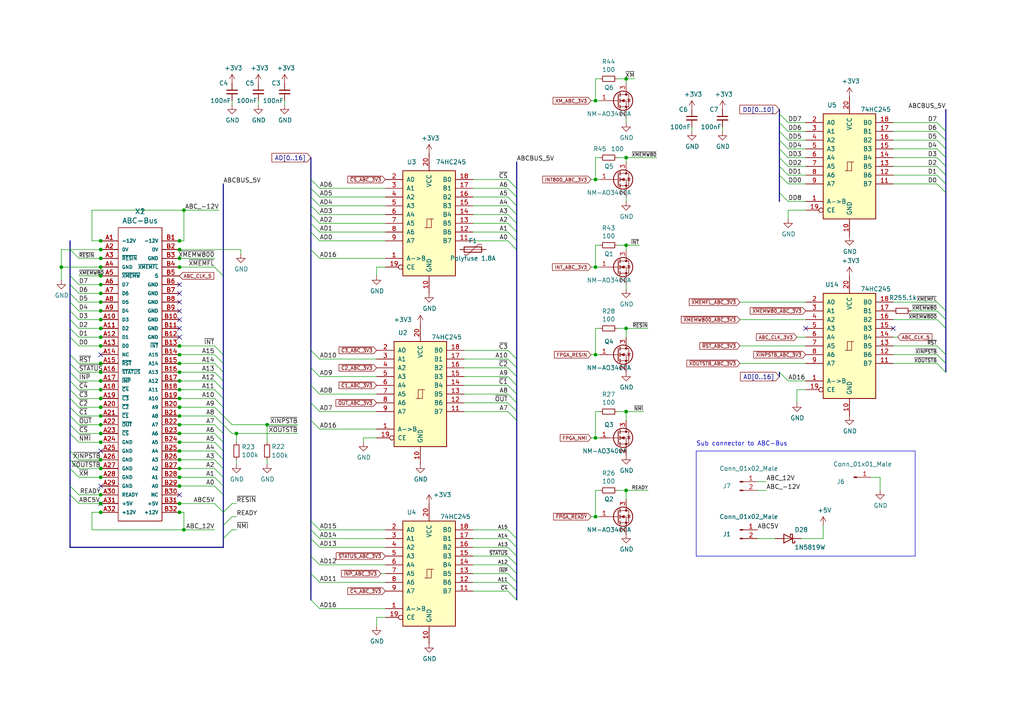
<source format=kicad_sch>
(kicad_sch (version 20230121) (generator eeschema)

  (uuid 7d512d14-3ca4-4934-b506-eb07d268c7dc)

  (paper "A4")

  (title_block
    (title "MAX80")
    (date "2021-11-07")
    (rev "0.02")
    (company "Peter o Per")
  )

  

  (junction (at 52.07 115.57) (diameter 0) (color 0 0 0 0)
    (uuid 06cccf2c-d0d0-41ad-bc61-a0c3e7cbae93)
  )
  (junction (at 29.21 87.63) (diameter 0) (color 0 0 0 0)
    (uuid 07e949c9-5dcb-46f5-aaf7-f5997cc8a90a)
  )
  (junction (at 29.21 74.93) (diameter 0) (color 0 0 0 0)
    (uuid 0bc86cc1-c86c-41e0-9315-281c18af05f0)
  )
  (junction (at 29.21 105.41) (diameter 0) (color 0 0 0 0)
    (uuid 0ea296d6-5875-4618-860c-bfe68796f5b4)
  )
  (junction (at 77.47 123.19) (diameter 0) (color 0 0 0 0)
    (uuid 12d443ad-5d40-4934-b2b7-007530e8bfde)
  )
  (junction (at 181.61 22.86) (diameter 0) (color 0 0 0 0)
    (uuid 159574a9-ecec-48bb-adb0-3dc9e65d4e79)
  )
  (junction (at 29.21 85.09) (diameter 0) (color 0 0 0 0)
    (uuid 1838018b-76e2-46c4-810f-488a77452c50)
  )
  (junction (at 68.58 125.73) (diameter 0) (color 0 0 0 0)
    (uuid 1b0f55f9-5fa5-489c-9db2-e63c29ecdd31)
  )
  (junction (at 52.07 102.87) (diameter 0) (color 0 0 0 0)
    (uuid 1d7026ad-e7ce-455a-bbec-9db9975b9151)
  )
  (junction (at 181.61 45.72) (diameter 0) (color 0 0 0 0)
    (uuid 24edf58e-a5f8-4553-99c5-1a11459c3da5)
  )
  (junction (at 29.21 123.19) (diameter 0) (color 0 0 0 0)
    (uuid 263e9b7e-c3cd-4442-851e-d2b54de99d8e)
  )
  (junction (at 29.21 82.55) (diameter 0) (color 0 0 0 0)
    (uuid 283f6910-e54a-4bc1-a20d-86715c3ab323)
  )
  (junction (at 52.07 120.65) (diameter 0) (color 0 0 0 0)
    (uuid 292ce6ba-0c6b-4913-be49-83f41145002d)
  )
  (junction (at 52.07 125.73) (diameter 0) (color 0 0 0 0)
    (uuid 2d7fbff7-ad9e-4962-b4e0-56a226f3dd6a)
  )
  (junction (at 29.21 72.39) (diameter 0) (color 0 0 0 0)
    (uuid 36cd765a-f621-46fc-9b88-d90e333169eb)
  )
  (junction (at 52.07 77.47) (diameter 0) (color 0 0 0 0)
    (uuid 39ac7e3c-47f1-43e5-b70d-8dfebc468916)
  )
  (junction (at 29.21 100.33) (diameter 0) (color 0 0 0 0)
    (uuid 43b4c41e-2f8b-4ca3-9572-a148323b8957)
  )
  (junction (at 52.07 133.35) (diameter 0) (color 0 0 0 0)
    (uuid 43ca08d4-846a-41b1-a610-aa6c41c9f133)
  )
  (junction (at 181.61 71.12) (diameter 0) (color 0 0 0 0)
    (uuid 4fbf7295-52ca-4bf6-b81b-f54f8903681f)
  )
  (junction (at 29.21 113.03) (diameter 0) (color 0 0 0 0)
    (uuid 50804f87-f832-4c63-a5a7-b7f94bf6665d)
  )
  (junction (at 52.07 140.97) (diameter 0) (color 0 0 0 0)
    (uuid 50e6b88c-1bd3-4928-86fd-758de4de04a3)
  )
  (junction (at 52.07 72.39) (diameter 0) (color 0 0 0 0)
    (uuid 51ce9675-eb70-4a97-98fd-269bf17eea73)
  )
  (junction (at 52.07 148.59) (diameter 0) (color 0 0 0 0)
    (uuid 526a7a5e-afe2-4029-a038-8c14d846f3f2)
  )
  (junction (at 29.21 69.85) (diameter 0) (color 0 0 0 0)
    (uuid 557efbe0-59d9-4c3b-875e-681f1d0eabac)
  )
  (junction (at 52.07 135.89) (diameter 0) (color 0 0 0 0)
    (uuid 56f922ba-5e6c-4b39-98b8-ceef758779a3)
  )
  (junction (at 52.07 107.95) (diameter 0) (color 0 0 0 0)
    (uuid 58a29587-ce99-4765-b407-30c1ea49813b)
  )
  (junction (at 52.07 69.85) (diameter 0) (color 0 0 0 0)
    (uuid 5eb244d0-032b-4a57-a147-44faacc0e313)
  )
  (junction (at 29.21 148.59) (diameter 0) (color 0 0 0 0)
    (uuid 5ee2adf0-1a71-404c-91ed-e0ee9563acff)
  )
  (junction (at 52.07 123.19) (diameter 0) (color 0 0 0 0)
    (uuid 6ef5f8e0-5c2d-4349-9162-179c7c438d89)
  )
  (junction (at 172.72 127) (diameter 0) (color 0 0 0 0)
    (uuid 6f9df934-4054-4d8a-b681-1657a9279a59)
  )
  (junction (at 29.21 95.25) (diameter 0) (color 0 0 0 0)
    (uuid 721eced1-7601-448b-b032-57ae840a5bc6)
  )
  (junction (at 52.07 110.49) (diameter 0) (color 0 0 0 0)
    (uuid 73ede880-e7f5-4d7b-b9cb-33e82f1b044f)
  )
  (junction (at 29.21 133.35) (diameter 0) (color 0 0 0 0)
    (uuid 75f01a69-5b72-43de-ae85-3f0e1d096e8d)
  )
  (junction (at 29.21 120.65) (diameter 0) (color 0 0 0 0)
    (uuid 79a5a253-5ade-4145-9002-16ea61146340)
  )
  (junction (at 53.34 153.67) (diameter 0) (color 0 0 0 0)
    (uuid 80bbd906-780d-49d4-9591-df6c1a36ee85)
  )
  (junction (at 181.61 119.38) (diameter 0) (color 0 0 0 0)
    (uuid 85e63610-ac9f-46a7-bbdc-5b101fccdd1d)
  )
  (junction (at 29.21 97.79) (diameter 0) (color 0 0 0 0)
    (uuid 86bb7e54-f037-47a0-b596-e108d6b4f269)
  )
  (junction (at 52.07 138.43) (diameter 0) (color 0 0 0 0)
    (uuid 908ce94b-b837-4c84-b759-ec4fbb006eea)
  )
  (junction (at 29.21 125.73) (diameter 0) (color 0 0 0 0)
    (uuid 95ef25aa-dac6-44d9-90a0-efd49308b704)
  )
  (junction (at 17.78 77.47) (diameter 0) (color 0 0 0 0)
    (uuid 9f9c31ca-425c-43ab-adfe-2e1ae4fe8686)
  )
  (junction (at 172.72 77.47) (diameter 0) (color 0 0 0 0)
    (uuid a1a89e2c-c297-4307-a1ff-efd1e2a95a5d)
  )
  (junction (at 52.07 128.27) (diameter 0) (color 0 0 0 0)
    (uuid a8cefac6-64e1-41d0-bc58-04e647fd0fde)
  )
  (junction (at 172.72 149.86) (diameter 0) (color 0 0 0 0)
    (uuid ae39d000-e1da-4f40-b995-9482be0f1de9)
  )
  (junction (at 52.07 113.03) (diameter 0) (color 0 0 0 0)
    (uuid aeeba41f-21f1-411c-816e-2bda876a1c79)
  )
  (junction (at 52.07 146.05) (diameter 0) (color 0 0 0 0)
    (uuid b0bd4229-67bb-4dc7-9d0c-fc6ab8405f53)
  )
  (junction (at 29.21 128.27) (diameter 0) (color 0 0 0 0)
    (uuid b29a0e42-fd5a-49a8-8a01-edc4123e673b)
  )
  (junction (at 53.34 60.96) (diameter 0) (color 0 0 0 0)
    (uuid b73bc21e-e4fc-434c-9782-67f831579d00)
  )
  (junction (at 29.21 135.89) (diameter 0) (color 0 0 0 0)
    (uuid b8dbe2de-283b-405e-95ac-e8f8950e16ea)
  )
  (junction (at 29.21 92.71) (diameter 0) (color 0 0 0 0)
    (uuid bb30a1ab-4552-453e-850d-50bc465e6071)
  )
  (junction (at 29.21 118.11) (diameter 0) (color 0 0 0 0)
    (uuid bc96b171-0e5f-4f36-b582-eb709cbba257)
  )
  (junction (at 52.07 105.41) (diameter 0) (color 0 0 0 0)
    (uuid c1e78faf-25fc-46b6-b4c5-f5cb445c8db9)
  )
  (junction (at 172.72 29.21) (diameter 0) (color 0 0 0 0)
    (uuid c221eefe-1cf5-48d5-b941-f08de75c2fe3)
  )
  (junction (at 52.07 130.81) (diameter 0) (color 0 0 0 0)
    (uuid c933003a-40a8-41cc-a69c-ec19f80cd86d)
  )
  (junction (at 29.21 110.49) (diameter 0) (color 0 0 0 0)
    (uuid cb61a608-4d4c-465e-98f1-04dc591a70ac)
  )
  (junction (at 52.07 74.93) (diameter 0) (color 0 0 0 0)
    (uuid cd48f1a3-c9ad-4bac-abff-bd98a26719eb)
  )
  (junction (at 172.72 52.07) (diameter 0) (color 0 0 0 0)
    (uuid cf4ac78b-a9ac-469c-829f-72c6f81e6f21)
  )
  (junction (at 181.61 142.24) (diameter 0) (color 0 0 0 0)
    (uuid d3006e26-11be-4e7f-bb12-87a5d58c58e2)
  )
  (junction (at 29.21 107.95) (diameter 0) (color 0 0 0 0)
    (uuid d3bd2f73-786f-472c-89b7-10fd054df22c)
  )
  (junction (at 29.21 143.51) (diameter 0) (color 0 0 0 0)
    (uuid d547ab08-9a5d-4bc3-bdc6-eb70399817c6)
  )
  (junction (at 181.61 95.25) (diameter 0) (color 0 0 0 0)
    (uuid d98d557d-4f4f-49b3-9745-359bb04d0ef7)
  )
  (junction (at 52.07 118.11) (diameter 0) (color 0 0 0 0)
    (uuid d9b1315d-9c8a-4956-90df-e5669cf68010)
  )
  (junction (at 52.07 100.33) (diameter 0) (color 0 0 0 0)
    (uuid dbc0323b-700b-465c-8416-a9e9aea1c906)
  )
  (junction (at 29.21 115.57) (diameter 0) (color 0 0 0 0)
    (uuid dd9691e0-5bea-4f21-9741-4d29638cd32d)
  )
  (junction (at 29.21 138.43) (diameter 0) (color 0 0 0 0)
    (uuid e226f21d-d833-4b38-a2cd-20826072ac2f)
  )
  (junction (at 29.21 80.01) (diameter 0) (color 0 0 0 0)
    (uuid e76ed5b3-3300-4086-a950-0e5fe7abe0d2)
  )
  (junction (at 29.21 77.47) (diameter 0) (color 0 0 0 0)
    (uuid ec94d7fb-8ff3-47fc-9bcb-6ab1990a40ec)
  )
  (junction (at 29.21 90.17) (diameter 0) (color 0 0 0 0)
    (uuid fa7a6ff2-91e8-47a3-8788-97a1388c06f6)
  )
  (junction (at 172.72 102.87) (diameter 0) (color 0 0 0 0)
    (uuid fc98aaf7-0aba-4c7e-a96d-56e31c31a588)
  )
  (junction (at 29.21 146.05) (diameter 0) (color 0 0 0 0)
    (uuid fd7e3921-456d-4e00-b0f0-baf8980505ac)
  )

  (no_connect (at 52.07 87.63) (uuid 07b7ccce-8895-49f2-b220-e85ac43040b1))
  (no_connect (at 233.68 95.25) (uuid 0afa5357-c57e-42cd-b476-72d99f39fe9f))
  (no_connect (at 52.07 82.55) (uuid 3a013e8f-5b12-499b-8d2d-0ad49966db1a))
  (no_connect (at 52.07 90.17) (uuid 502090da-c5a3-4316-9f8a-2de92274b2b8))
  (no_connect (at 29.21 140.97) (uuid 58b75830-9e39-45c9-8547-367ebee8a907))
  (no_connect (at 52.07 97.79) (uuid 65d50500-96c3-4685-9691-5f83fde7ff57))
  (no_connect (at 52.07 85.09) (uuid 7b32ef33-8c7b-417f-9260-1a8773398f8f))
  (no_connect (at 52.07 92.71) (uuid 8fac398c-22c9-4741-a001-aab7ea92da04))
  (no_connect (at 52.07 95.25) (uuid bcd9d733-3cca-4780-8540-cda4d5f83456))
  (no_connect (at 29.21 146.05) (uuid becc5b0d-0352-4ad7-ac5e-da033ca0b239))
  (no_connect (at 29.21 102.87) (uuid cba11463-444d-4fb1-9f76-b3065c51a98b))
  (no_connect (at 52.07 143.51) (uuid d8e238b6-5437-4b14-9ba7-0337f0b828ab))
  (no_connect (at 29.21 130.81) (uuid e6a27cb0-d090-4b8c-9a7b-e787b9ea11b6))
  (no_connect (at 259.08 95.25) (uuid f8deac2f-522c-4605-b44f-70351a68e5b0))

  (bus_entry (at 90.17 54.61) (size 2.54 2.54)
    (stroke (width 0) (type default))
    (uuid 019b9904-3bfd-4fd4-9d41-96b38c16849e)
  )
  (bus_entry (at 226.06 38.1) (size 2.54 2.54)
    (stroke (width 0) (type default))
    (uuid 0fc92961-6e51-49df-b0eb-dd1791483003)
  )
  (bus_entry (at 147.32 104.14) (size 2.54 2.54)
    (stroke (width 0) (type default))
    (uuid 106f01f3-bf47-4150-bb7b-1a3318a6eb3d)
  )
  (bus_entry (at 147.32 109.22) (size 2.54 2.54)
    (stroke (width 0) (type default))
    (uuid 10ddf54c-6d59-4755-8fb8-43466141a83a)
  )
  (bus_entry (at 226.06 35.56) (size 2.54 2.54)
    (stroke (width 0) (type default))
    (uuid 13126287-e9cb-4238-b299-7176f08d4c96)
  )
  (bus_entry (at 62.23 107.95) (size 2.54 2.54)
    (stroke (width 0) (type default))
    (uuid 1fbda89d-82ba-4f0a-b113-988f269883dc)
  )
  (bus_entry (at 20.32 110.49) (size 2.54 2.54)
    (stroke (width 0) (type default))
    (uuid 20d6997e-64c7-454b-9573-baf26e1ad11b)
  )
  (bus_entry (at 147.32 59.69) (size 2.54 2.54)
    (stroke (width 0) (type default))
    (uuid 22abab2e-9885-4da7-9852-348f356dd096)
  )
  (bus_entry (at 271.78 50.8) (size 2.54 2.54)
    (stroke (width 0) (type default))
    (uuid 23f1f71f-cee3-412e-8e0b-8dacdc450a11)
  )
  (bus_entry (at 20.32 113.03) (size 2.54 2.54)
    (stroke (width 0) (type default))
    (uuid 240fde71-00e0-458d-bf75-b4d973cb180b)
  )
  (bus_entry (at 20.32 82.55) (size 2.54 2.54)
    (stroke (width 0) (type default))
    (uuid 2415334a-b998-4d19-a8b5-e60e8af2aff4)
  )
  (bus_entry (at 271.78 87.63) (size 2.54 2.54)
    (stroke (width 0) (type default))
    (uuid 25dcf1b7-43fe-4f66-9cb1-3580284f763b)
  )
  (bus_entry (at 147.32 116.84) (size 2.54 2.54)
    (stroke (width 0) (type default))
    (uuid 26769327-3160-41f1-82e7-11d5d542abde)
  )
  (bus_entry (at 62.23 113.03) (size 2.54 2.54)
    (stroke (width 0) (type default))
    (uuid 27b5a6bb-bf08-4e16-abae-290afd548f36)
  )
  (bus_entry (at 226.06 48.26) (size 2.54 2.54)
    (stroke (width 0) (type default))
    (uuid 2a9ff3d1-92b0-4583-8230-9357a432a3ac)
  )
  (bus_entry (at 90.17 173.99) (size 2.54 2.54)
    (stroke (width 0) (type default))
    (uuid 2cad3fe2-0f3b-467e-9c49-f271aa1ec49b)
  )
  (bus_entry (at 62.23 118.11) (size 2.54 2.54)
    (stroke (width 0) (type default))
    (uuid 2fa17bd4-23af-495d-84c8-95f8b6beb5a8)
  )
  (bus_entry (at 149.86 161.29) (size -2.54 -2.54)
    (stroke (width 0) (type default))
    (uuid 301727b6-248b-4eb4-8c37-cb369ee1a241)
  )
  (bus_entry (at 149.86 168.91) (size -2.54 -2.54)
    (stroke (width 0) (type default))
    (uuid 303c400a-1ac8-4f8f-ae11-254f46fa0fb3)
  )
  (bus_entry (at 62.23 135.89) (size 2.54 2.54)
    (stroke (width 0) (type default))
    (uuid 325006ce-4c23-4f07-9871-dc0cd047f7fd)
  )
  (bus_entry (at 20.32 87.63) (size 2.54 2.54)
    (stroke (width 0) (type default))
    (uuid 345a9ac1-be31-400b-9c5d-4af388112d4b)
  )
  (bus_entry (at 226.06 40.64) (size 2.54 2.54)
    (stroke (width 0) (type default))
    (uuid 345b5742-5f5b-4133-bd63-f955ca19a62c)
  )
  (bus_entry (at 90.17 72.39) (size 2.54 2.54)
    (stroke (width 0) (type default))
    (uuid 361dcb36-1f5d-45a8-a966-bd2a77e39204)
  )
  (bus_entry (at 149.86 166.37) (size -2.54 -2.54)
    (stroke (width 0) (type default))
    (uuid 3661902e-90e5-456c-bea6-67cccf66598c)
  )
  (bus_entry (at 90.17 52.07) (size 2.54 2.54)
    (stroke (width 0) (type default))
    (uuid 37b282c6-a944-47fd-a51e-f59b7e5f431e)
  )
  (bus_entry (at 90.17 166.37) (size 2.54 2.54)
    (stroke (width 0) (type default))
    (uuid 3c847883-a462-4ea9-9466-d1dd1edc5a97)
  )
  (bus_entry (at 20.32 140.97) (size 2.54 2.54)
    (stroke (width 0) (type default))
    (uuid 3d927ca0-f4ad-42ab-b902-dfef8d84eebb)
  )
  (bus_entry (at 62.23 105.41) (size 2.54 2.54)
    (stroke (width 0) (type default))
    (uuid 3fc3a397-ec3a-4314-aa6a-44925ef4cbbe)
  )
  (bus_entry (at 90.17 153.67) (size 2.54 2.54)
    (stroke (width 0) (type default))
    (uuid 43cc948b-7aa9-4530-a448-911bd0e35fae)
  )
  (bus_entry (at 90.17 161.29) (size 2.54 2.54)
    (stroke (width 0) (type default))
    (uuid 449c1c23-1f0d-4ed5-b566-2c18ec95c2a3)
  )
  (bus_entry (at 62.23 77.47) (size 2.54 2.54)
    (stroke (width 0) (type default))
    (uuid 4736f749-4a0e-4a05-b1aa-d51f1c3fc23d)
  )
  (bus_entry (at 90.17 59.69) (size 2.54 2.54)
    (stroke (width 0) (type default))
    (uuid 4829bee0-faa8-43f7-b2d7-8a6e5d1b3050)
  )
  (bus_entry (at 20.32 102.87) (size 2.54 2.54)
    (stroke (width 0) (type default))
    (uuid 4b1dbc88-c8c5-476c-80ac-830e56684be9)
  )
  (bus_entry (at 20.32 115.57) (size 2.54 2.54)
    (stroke (width 0) (type default))
    (uuid 511ddebd-9f54-463b-bc54-5ebdd708d33d)
  )
  (bus_entry (at 147.32 111.76) (size 2.54 2.54)
    (stroke (width 0) (type default))
    (uuid 537c2196-fe60-48a5-847c-84653e479b38)
  )
  (bus_entry (at 271.78 53.34) (size 2.54 2.54)
    (stroke (width 0) (type default))
    (uuid 57e128ae-5e07-4818-9f5a-1cee0e65c680)
  )
  (bus_entry (at 147.32 67.31) (size 2.54 2.54)
    (stroke (width 0) (type default))
    (uuid 58a22765-7f2e-4f66-9ea8-f56fcca75dda)
  )
  (bus_entry (at 226.06 107.95) (size 2.54 2.54)
    (stroke (width 0) (type default))
    (uuid 58eb1f49-1e5e-4c0c-97da-fb971f13fe25)
  )
  (bus_entry (at 271.78 92.71) (size 2.54 2.54)
    (stroke (width 0) (type default))
    (uuid 5aec5c76-9c76-4aad-b7fa-9f497abad71a)
  )
  (bus_entry (at 149.86 158.75) (size -2.54 -2.54)
    (stroke (width 0) (type default))
    (uuid 5b6a8d92-8f02-4344-a7df-ac07f7a6431e)
  )
  (bus_entry (at 62.23 146.05) (size 2.54 2.54)
    (stroke (width 0) (type default))
    (uuid 5cfe5589-d53d-4797-82e8-c31b86c5fbb8)
  )
  (bus_entry (at 226.06 50.8) (size 2.54 2.54)
    (stroke (width 0) (type default))
    (uuid 5f883bdf-20bc-42c6-8194-9d44dfe04af6)
  )
  (bus_entry (at 90.17 111.76) (size 2.54 2.54)
    (stroke (width 0) (type default))
    (uuid 5f88a249-af85-4825-b9e1-a3ec67ffc637)
  )
  (bus_entry (at 62.23 133.35) (size 2.54 2.54)
    (stroke (width 0) (type default))
    (uuid 74796a55-82bc-4f74-9e9c-c7cb232069e3)
  )
  (bus_entry (at 20.32 125.73) (size 2.54 2.54)
    (stroke (width 0) (type default))
    (uuid 753c83e3-0e5d-49a7-99fa-14d791ee9328)
  )
  (bus_entry (at 20.32 120.65) (size 2.54 2.54)
    (stroke (width 0) (type default))
    (uuid 764ce9a2-c363-448f-a68c-a7dbf5cd80c1)
  )
  (bus_entry (at 62.23 120.65) (size 2.54 2.54)
    (stroke (width 0) (type default))
    (uuid 76d9276c-0bff-44cf-81b5-cc0de1c97f12)
  )
  (bus_entry (at 90.17 62.23) (size 2.54 2.54)
    (stroke (width 0) (type default))
    (uuid 77b09fa1-fbbb-49ab-94c4-069660b694ff)
  )
  (bus_entry (at 62.23 102.87) (size 2.54 2.54)
    (stroke (width 0) (type default))
    (uuid 782b86fa-ef9f-4c16-a991-b44a80f0f0c3)
  )
  (bus_entry (at 90.17 116.84) (size 2.54 2.54)
    (stroke (width 0) (type default))
    (uuid 78fa7842-f3c6-48db-8c77-7797633506e5)
  )
  (bus_entry (at 147.32 106.68) (size 2.54 2.54)
    (stroke (width 0) (type default))
    (uuid 7eebb937-5634-42da-bd7e-2e0260369d0e)
  )
  (bus_entry (at 64.77 120.65) (size 2.54 2.54)
    (stroke (width 0) (type default))
    (uuid 7f3472d8-b33a-40c5-a248-c96394fd69de)
  )
  (bus_entry (at 149.86 156.21) (size -2.54 -2.54)
    (stroke (width 0) (type default))
    (uuid 81d7db25-c179-4d9d-b74b-6c074422c80f)
  )
  (bus_entry (at 20.32 90.17) (size 2.54 2.54)
    (stroke (width 0) (type default))
    (uuid 835ada2e-dc88-46f5-b472-12f6a1e8c9f4)
  )
  (bus_entry (at 271.78 48.26) (size 2.54 2.54)
    (stroke (width 0) (type default))
    (uuid 83fee08f-7316-4ff9-a4fd-e9a9372f4d8f)
  )
  (bus_entry (at 20.32 123.19) (size 2.54 2.54)
    (stroke (width 0) (type default))
    (uuid 8847e751-6992-4f80-92c5-c3bef4b5dbf6)
  )
  (bus_entry (at 20.32 80.01) (size 2.54 2.54)
    (stroke (width 0) (type default))
    (uuid 88ec470b-1595-4040-bc2a-91476c84ca2e)
  )
  (bus_entry (at 90.17 64.77) (size 2.54 2.54)
    (stroke (width 0) (type default))
    (uuid 899f373a-cf16-4f13-9d21-dfc8f80ca371)
  )
  (bus_entry (at 62.23 110.49) (size 2.54 2.54)
    (stroke (width 0) (type default))
    (uuid 90dda447-2750-402e-9a9e-df264b0c0bc9)
  )
  (bus_entry (at 271.78 40.64) (size 2.54 2.54)
    (stroke (width 0) (type default))
    (uuid 9256f7aa-4f1a-4001-bdef-7fbb32e451e0)
  )
  (bus_entry (at 20.32 85.09) (size 2.54 2.54)
    (stroke (width 0) (type default))
    (uuid 9421d8ab-ec24-4783-b746-a12fbd00100e)
  )
  (bus_entry (at 90.17 67.31) (size 2.54 2.54)
    (stroke (width 0) (type default))
    (uuid 94d07718-2fcc-40a0-ad0e-c4bb67bc804a)
  )
  (bus_entry (at 271.78 43.18) (size 2.54 2.54)
    (stroke (width 0) (type default))
    (uuid 94e689a1-e70f-45cb-8a5b-dc77827f725b)
  )
  (bus_entry (at 62.23 115.57) (size 2.54 2.54)
    (stroke (width 0) (type default))
    (uuid 961e37cd-505c-40aa-baef-0a680d665d8f)
  )
  (bus_entry (at 62.23 138.43) (size 2.54 2.54)
    (stroke (width 0) (type default))
    (uuid 96930a67-6215-4f2b-a9cc-16f78c9fd164)
  )
  (bus_entry (at 147.32 57.15) (size 2.54 2.54)
    (stroke (width 0) (type default))
    (uuid 99a76074-fcd3-4150-83c8-79f76bdad1c5)
  )
  (bus_entry (at 147.32 114.3) (size 2.54 2.54)
    (stroke (width 0) (type default))
    (uuid 9a17b82f-671a-43cc-889d-8f643334e78c)
  )
  (bus_entry (at 20.32 105.41) (size 2.54 2.54)
    (stroke (width 0) (type default))
    (uuid 9a7ade3c-a81d-4038-a57c-b220b9c3cd90)
  )
  (bus_entry (at 90.17 151.13) (size 2.54 2.54)
    (stroke (width 0) (type default))
    (uuid 9b11964f-5943-49c9-bbf0-08d035779463)
  )
  (bus_entry (at 226.06 43.18) (size 2.54 2.54)
    (stroke (width 0) (type default))
    (uuid 9f5a0760-2470-4cfd-9545-71255379b79a)
  )
  (bus_entry (at 226.06 45.72) (size 2.54 2.54)
    (stroke (width 0) (type default))
    (uuid a0d41751-5d18-4c9f-b863-fe47b2319611)
  )
  (bus_entry (at 271.78 105.41) (size 2.54 2.54)
    (stroke (width 0) (type default))
    (uuid a2b398e0-0116-42e4-b9c2-9636582e46d5)
  )
  (bus_entry (at 90.17 156.21) (size 2.54 2.54)
    (stroke (width 0) (type default))
    (uuid a43501fb-72a9-4536-bb81-9f53755e8169)
  )
  (bus_entry (at 20.32 133.35) (size 2.54 2.54)
    (stroke (width 0) (type default))
    (uuid a43ae97f-ff8c-43dd-8d6d-82a22f1be9b5)
  )
  (bus_entry (at 20.32 72.39) (size 2.54 2.54)
    (stroke (width 0) (type default))
    (uuid a5e5a32b-d259-4833-9676-56ada82e83c2)
  )
  (bus_entry (at 90.17 121.92) (size 2.54 2.54)
    (stroke (width 0) (type default))
    (uuid a76c0baf-6e69-4f8d-a142-018c46047833)
  )
  (bus_entry (at 20.32 118.11) (size 2.54 2.54)
    (stroke (width 0) (type default))
    (uuid adfaccc9-bb80-495a-9038-d58935037d76)
  )
  (bus_entry (at 149.86 173.99) (size -2.54 -2.54)
    (stroke (width 0) (type default))
    (uuid ae3c331f-8808-430e-931c-7d9b2cc37f5b)
  )
  (bus_entry (at 62.23 140.97) (size 2.54 2.54)
    (stroke (width 0) (type default))
    (uuid b08a146a-6e43-46ac-8c31-9d5442623eb3)
  )
  (bus_entry (at 62.23 125.73) (size 2.54 2.54)
    (stroke (width 0) (type default))
    (uuid b6fc4182-53d3-44c8-80e1-53918daa9139)
  )
  (bus_entry (at 147.32 52.07) (size 2.54 2.54)
    (stroke (width 0) (type default))
    (uuid b748f219-0f44-41d7-bcf2-9a96e7f8b594)
  )
  (bus_entry (at 147.32 69.85) (size 2.54 2.54)
    (stroke (width 0) (type default))
    (uuid b9e0ba15-f372-4a9e-a627-d594778258ac)
  )
  (bus_entry (at 226.06 55.88) (size 2.54 2.54)
    (stroke (width 0) (type default))
    (uuid bdf9dfdb-3e3e-46cc-8bb8-4372561c164b)
  )
  (bus_entry (at 271.78 45.72) (size 2.54 2.54)
    (stroke (width 0) (type default))
    (uuid be0c7a50-2d41-4fd6-8c28-37a4cf00d900)
  )
  (bus_entry (at 20.32 95.25) (size 2.54 2.54)
    (stroke (width 0) (type default))
    (uuid c60ba6ae-e013-424d-bb59-f3de27f735b1)
  )
  (bus_entry (at 20.32 92.71) (size 2.54 2.54)
    (stroke (width 0) (type default))
    (uuid c7a7077f-9289-4bb4-8f3b-a449cb499057)
  )
  (bus_entry (at 147.32 64.77) (size 2.54 2.54)
    (stroke (width 0) (type default))
    (uuid cc016ca4-b9a4-4d80-91ba-91d6e0df5bcc)
  )
  (bus_entry (at 62.23 130.81) (size 2.54 2.54)
    (stroke (width 0) (type default))
    (uuid cf672f56-2d68-4c6c-a783-23e23c937b72)
  )
  (bus_entry (at 90.17 106.68) (size 2.54 2.54)
    (stroke (width 0) (type default))
    (uuid cfdd684c-0d04-48e4-a62a-4b899d9ad32f)
  )
  (bus_entry (at 226.06 33.02) (size 2.54 2.54)
    (stroke (width 0) (type default))
    (uuid d1ea7795-8403-4edb-b959-1b29f77ed16f)
  )
  (bus_entry (at 271.78 90.17) (size 2.54 2.54)
    (stroke (width 0) (type default))
    (uuid d1f5dbe4-d66e-4e26-be2b-62f3bc80c54d)
  )
  (bus_entry (at 271.78 35.56) (size 2.54 2.54)
    (stroke (width 0) (type default))
    (uuid d28c26df-aeff-4f6a-a1dc-f734efaf55cb)
  )
  (bus_entry (at 20.32 107.95) (size 2.54 2.54)
    (stroke (width 0) (type default))
    (uuid d2d83bcc-f2f8-4838-be35-0f2248bff3b6)
  )
  (bus_entry (at 90.17 57.15) (size 2.54 2.54)
    (stroke (width 0) (type default))
    (uuid d6570804-0f13-4bd8-a39e-13afafdb752a)
  )
  (bus_entry (at 20.32 143.51) (size 2.54 2.54)
    (stroke (width 0) (type default))
    (uuid d92cfbfa-da4b-4f63-8ad6-7bb6977d4f44)
  )
  (bus_entry (at 64.77 123.19) (size 2.54 2.54)
    (stroke (width 0) (type default))
    (uuid dba4ad5b-8704-4fc8-9247-b9c4709cf1cf)
  )
  (bus_entry (at 20.32 135.89) (size 2.54 2.54)
    (stroke (width 0) (type default))
    (uuid dbe6edc1-ee1c-41ad-b94e-6a468b80b874)
  )
  (bus_entry (at 147.32 54.61) (size 2.54 2.54)
    (stroke (width 0) (type default))
    (uuid dcff1695-539e-442e-afee-9485378ce13a)
  )
  (bus_entry (at 62.23 100.33) (size 2.54 2.54)
    (stroke (width 0) (type default))
    (uuid ddcf9a83-0126-4df6-88fa-3363d508d3a6)
  )
  (bus_entry (at 147.32 62.23) (size 2.54 2.54)
    (stroke (width 0) (type default))
    (uuid dea160a0-c7eb-439d-aa99-b60757115fc7)
  )
  (bus_entry (at 62.23 123.19) (size 2.54 2.54)
    (stroke (width 0) (type default))
    (uuid e03d7bc9-2bd0-42b5-96ba-4ca164fb4c50)
  )
  (bus_entry (at 64.77 156.21) (size 2.54 -2.54)
    (stroke (width 0) (type default))
    (uuid e04409c2-b3ba-460e-bddc-62e0044901c2)
  )
  (bus_entry (at 64.77 152.4) (size 2.54 -2.54)
    (stroke (width 0) (type default))
    (uuid e42b8b80-020c-4fee-b000-fd91abf3966d)
  )
  (bus_entry (at 20.32 130.81) (size 2.54 2.54)
    (stroke (width 0) (type default))
    (uuid e671ffe9-4ebb-42bd-be8d-cda9a798e138)
  )
  (bus_entry (at 90.17 101.6) (size 2.54 2.54)
    (stroke (width 0) (type default))
    (uuid e6eb6955-2cd6-4a24-9d4c-bf3c42dcce77)
  )
  (bus_entry (at 62.23 128.27) (size 2.54 2.54)
    (stroke (width 0) (type default))
    (uuid e721274f-b458-4ab5-8d4d-44bffaffa7c9)
  )
  (bus_entry (at 147.32 101.6) (size 2.54 2.54)
    (stroke (width 0) (type default))
    (uuid e9862dd4-26d2-4ddd-91fc-972d848045f5)
  )
  (bus_entry (at 271.78 38.1) (size 2.54 2.54)
    (stroke (width 0) (type default))
    (uuid eb5c3818-51cd-4092-a6a2-1d306912382e)
  )
  (bus_entry (at 147.32 119.38) (size 2.54 2.54)
    (stroke (width 0) (type default))
    (uuid ed265626-f6f5-4029-beb9-f6ad275e86b5)
  )
  (bus_entry (at 64.77 148.59) (size 2.54 -2.54)
    (stroke (width 0) (type default))
    (uuid ed74c2b7-a3ac-4886-84f5-377b5e1bbbfc)
  )
  (bus_entry (at 271.78 100.33) (size 2.54 2.54)
    (stroke (width 0) (type default))
    (uuid f36426ed-7479-4f20-ba5d-0f7f3108a945)
  )
  (bus_entry (at 20.32 97.79) (size 2.54 2.54)
    (stroke (width 0) (type default))
    (uuid f587f477-194d-41ae-8a6d-91fbd85f9d3f)
  )
  (bus_entry (at 149.86 163.83) (size -2.54 -2.54)
    (stroke (width 0) (type default))
    (uuid f5ee5341-69c8-428a-a259-66f576fa2d08)
  )
  (bus_entry (at 271.78 102.87) (size 2.54 2.54)
    (stroke (width 0) (type default))
    (uuid fb66491d-bc49-47b5-a124-d31f60ba1b6d)
  )
  (bus_entry (at 149.86 171.45) (size -2.54 -2.54)
    (stroke (width 0) (type default))
    (uuid fc5e93f7-8264-46ce-a278-5944e151e5a7)
  )

  (bus (pts (xy 149.86 106.68) (xy 149.86 109.22))
    (stroke (width 0) (type default))
    (uuid 00c55c1c-0cba-4f17-bcf3-9b5b05423d3b)
  )

  (wire (pts (xy 147.32 52.07) (xy 137.16 52.07))
    (stroke (width 0) (type default))
    (uuid 00d22a94-4415-4f7c-bba5-9ac8913c5f96)
  )
  (bus (pts (xy 226.06 33.02) (xy 226.06 35.56))
    (stroke (width 0) (type default))
    (uuid 01960b21-575a-4d3d-b069-91e54760a01e)
  )

  (wire (pts (xy 53.34 60.96) (xy 63.5 60.96))
    (stroke (width 0) (type default))
    (uuid 0270c5c4-c68e-47b7-a6f1-50651981be2d)
  )
  (wire (pts (xy 17.78 72.39) (xy 17.78 77.47))
    (stroke (width 0) (type default))
    (uuid 044452e8-a3b4-4d08-9835-701cc0a60807)
  )
  (wire (pts (xy 22.86 82.55) (xy 29.21 82.55))
    (stroke (width 0) (type default))
    (uuid 05fda319-28dc-4877-8331-02cb10501361)
  )
  (wire (pts (xy 172.72 119.38) (xy 173.99 119.38))
    (stroke (width 0) (type default))
    (uuid 065bbab7-8db3-4432-af94-d82301097bd8)
  )
  (bus (pts (xy 274.32 105.41) (xy 274.32 107.95))
    (stroke (width 0) (type default))
    (uuid 071b894b-1c6b-479b-a0ea-39e03282b25c)
  )
  (bus (pts (xy 20.32 125.73) (xy 20.32 130.81))
    (stroke (width 0) (type default))
    (uuid 0857a56e-8d39-4447-ac0e-f99300a1e4be)
  )

  (wire (pts (xy 172.72 45.72) (xy 173.99 45.72))
    (stroke (width 0) (type default))
    (uuid 0887e962-8f08-410d-9589-9308e22a7936)
  )
  (bus (pts (xy 274.32 92.71) (xy 274.32 95.25))
    (stroke (width 0) (type default))
    (uuid 08bbe74e-336e-46fb-bf46-95e809a2c1f8)
  )

  (wire (pts (xy 20.32 72.39) (xy 29.21 72.39))
    (stroke (width 0) (type default))
    (uuid 08ccf264-3383-4f3c-893a-acd643e7c727)
  )
  (bus (pts (xy 226.06 48.26) (xy 226.06 50.8))
    (stroke (width 0) (type default))
    (uuid 08ce8577-efd1-4e27-befb-b8dbf3ece86e)
  )

  (wire (pts (xy 53.34 153.67) (xy 62.23 153.67))
    (stroke (width 0) (type default))
    (uuid 09ab9b2a-26ef-4942-ba61-f8a6673867aa)
  )
  (wire (pts (xy 259.08 48.26) (xy 271.78 48.26))
    (stroke (width 0) (type default))
    (uuid 0c83fcb5-bcc7-4f84-8394-d4fc9899e233)
  )
  (wire (pts (xy 22.86 135.89) (xy 29.21 135.89))
    (stroke (width 0) (type default))
    (uuid 0c9e7917-e0a0-46fb-b233-2640231d0e2c)
  )
  (wire (pts (xy 29.21 69.85) (xy 26.67 69.85))
    (stroke (width 0) (type default))
    (uuid 111becb9-cb80-417e-8fbe-97b6e8030333)
  )
  (wire (pts (xy 179.07 119.38) (xy 181.61 119.38))
    (stroke (width 0) (type default))
    (uuid 11ff4295-88a4-4344-8a86-eb31e1762c79)
  )
  (bus (pts (xy 64.77 123.19) (xy 64.77 125.73))
    (stroke (width 0) (type default))
    (uuid 132ee6cc-d1c6-4353-8285-1a73e85e62b9)
  )

  (wire (pts (xy 22.86 85.09) (xy 29.21 85.09))
    (stroke (width 0) (type default))
    (uuid 1330eb77-c16f-4a58-a897-f5af49736826)
  )
  (wire (pts (xy 111.76 67.31) (xy 92.71 67.31))
    (stroke (width 0) (type default))
    (uuid 142e2caa-2b2c-4696-83a8-bdbb5b82c7f7)
  )
  (bus (pts (xy 90.17 166.37) (xy 90.17 173.99))
    (stroke (width 0) (type default))
    (uuid 143f1439-c2ea-4633-a520-a38dc84d6de4)
  )
  (bus (pts (xy 149.86 104.14) (xy 149.86 106.68))
    (stroke (width 0) (type default))
    (uuid 14402da7-aa14-4f51-9c77-4cb07e5abca1)
  )

  (wire (pts (xy 77.47 123.19) (xy 77.47 128.27))
    (stroke (width 0) (type default))
    (uuid 1452f510-68cb-471e-a2d7-5f55b38265b4)
  )
  (bus (pts (xy 90.17 72.39) (xy 90.17 101.6))
    (stroke (width 0) (type default))
    (uuid 14536782-593c-4ad4-8783-d6ffcfe98424)
  )

  (wire (pts (xy 179.07 95.25) (xy 181.61 95.25))
    (stroke (width 0) (type default))
    (uuid 150efa79-228d-47e2-89bf-fd8363924d0f)
  )
  (wire (pts (xy 22.86 92.71) (xy 29.21 92.71))
    (stroke (width 0) (type default))
    (uuid 15f86f86-6612-462a-a1d2-f730a8788a9a)
  )
  (wire (pts (xy 214.63 87.63) (xy 233.68 87.63))
    (stroke (width 0) (type default))
    (uuid 160cb44e-5e81-454b-9642-f95193231b95)
  )
  (wire (pts (xy 22.86 87.63) (xy 29.21 87.63))
    (stroke (width 0) (type default))
    (uuid 163cdeae-7841-4f2c-b738-e36b081d5e19)
  )
  (wire (pts (xy 17.78 77.47) (xy 29.21 77.47))
    (stroke (width 0) (type default))
    (uuid 1675ce03-54b6-4252-90b1-150b2d4729ec)
  )
  (wire (pts (xy 92.71 114.3) (xy 109.22 114.3))
    (stroke (width 0) (type default))
    (uuid 16b71e23-859c-4e16-8af1-5d30a5c2b726)
  )
  (wire (pts (xy 68.58 133.35) (xy 68.58 134.62))
    (stroke (width 0) (type default))
    (uuid 16ea365c-d7f5-4c44-b4c6-7d8ef461a0ca)
  )
  (bus (pts (xy 20.32 90.17) (xy 20.32 92.71))
    (stroke (width 0) (type default))
    (uuid 17d5d2a7-780a-42d7-9688-e565c287f347)
  )
  (bus (pts (xy 90.17 111.76) (xy 90.17 116.84))
    (stroke (width 0) (type default))
    (uuid 18d8abaa-19c1-45ff-b0a6-4a9fbd8b1327)
  )
  (bus (pts (xy 64.77 115.57) (xy 64.77 118.11))
    (stroke (width 0) (type default))
    (uuid 1b128abf-9d8d-4499-9283-f29f38c8c0b1)
  )

  (wire (pts (xy 92.71 104.14) (xy 109.22 104.14))
    (stroke (width 0) (type default))
    (uuid 1b642110-eaa8-451d-b449-e92e71e75978)
  )
  (wire (pts (xy 181.61 95.25) (xy 187.96 95.25))
    (stroke (width 0) (type default))
    (uuid 1c10afe0-5886-4b8e-82fe-b4df69c407ee)
  )
  (wire (pts (xy 52.07 146.05) (xy 62.23 146.05))
    (stroke (width 0) (type default))
    (uuid 1cd4cd25-b3d1-4eb2-9ee3-b812e12c968e)
  )
  (wire (pts (xy 172.72 149.86) (xy 173.99 149.86))
    (stroke (width 0) (type default))
    (uuid 1d64fb24-a192-4276-96bc-30811b5dbebf)
  )
  (bus (pts (xy 226.06 45.72) (xy 226.06 48.26))
    (stroke (width 0) (type default))
    (uuid 1eae0866-fb43-460e-ba70-4206816f3ae0)
  )

  (wire (pts (xy 53.34 60.96) (xy 53.34 69.85))
    (stroke (width 0) (type default))
    (uuid 2022f2c2-2d52-4762-8871-c3aaafed73b6)
  )
  (wire (pts (xy 259.08 105.41) (xy 271.78 105.41))
    (stroke (width 0) (type default))
    (uuid 202e566d-5dd9-4e58-8d82-bf96da938851)
  )
  (wire (pts (xy 134.62 119.38) (xy 147.32 119.38))
    (stroke (width 0) (type default))
    (uuid 20fac508-78eb-4aa5-add1-1566151feb66)
  )
  (wire (pts (xy 228.6 60.96) (xy 228.6 63.5))
    (stroke (width 0) (type default))
    (uuid 21fc70bf-38cb-4f64-80c8-52f8fb5c596f)
  )
  (bus (pts (xy 274.32 43.18) (xy 274.32 45.72))
    (stroke (width 0) (type default))
    (uuid 227730e1-4daf-4051-8b85-ab4727bd16bc)
  )
  (bus (pts (xy 149.86 46.99) (xy 149.86 54.61))
    (stroke (width 0) (type default))
    (uuid 22df74e7-4d34-42bf-850f-da14c7fd1281)
  )

  (wire (pts (xy 228.6 50.8) (xy 233.68 50.8))
    (stroke (width 0) (type default))
    (uuid 22fad860-3ccd-4e16-bb76-65feba77694a)
  )
  (wire (pts (xy 67.31 153.67) (xy 68.58 153.67))
    (stroke (width 0) (type default))
    (uuid 2361ed9d-44ac-40c1-ab71-db1419d4ef87)
  )
  (wire (pts (xy 67.31 123.19) (xy 77.47 123.19))
    (stroke (width 0) (type default))
    (uuid 23d269d6-d694-442a-bf5d-98bf3544fc31)
  )
  (bus (pts (xy 20.32 120.65) (xy 20.32 123.19))
    (stroke (width 0) (type default))
    (uuid 24a64e54-c891-4470-ae0c-1b45a3de5893)
  )

  (wire (pts (xy 92.71 124.46) (xy 109.22 124.46))
    (stroke (width 0) (type default))
    (uuid 24cb67fc-f0c9-4f6e-88c1-7636ab854c5e)
  )
  (bus (pts (xy 149.86 158.75) (xy 149.86 161.29))
    (stroke (width 0) (type default))
    (uuid 2520ef0f-2c3f-4f87-8160-b56bbdf830a2)
  )

  (wire (pts (xy 233.68 48.26) (xy 228.6 48.26))
    (stroke (width 0) (type default))
    (uuid 25ada721-670a-4020-ae0b-77410c4e375a)
  )
  (bus (pts (xy 64.77 80.01) (xy 64.77 102.87))
    (stroke (width 0) (type default))
    (uuid 26144704-4429-42b6-bdf2-578a883a62f7)
  )

  (wire (pts (xy 134.62 104.14) (xy 147.32 104.14))
    (stroke (width 0) (type default))
    (uuid 268c6477-051a-4631-8f4a-c86c47bf5102)
  )
  (bus (pts (xy 64.77 133.35) (xy 64.77 135.89))
    (stroke (width 0) (type default))
    (uuid 27e0d9b0-39ad-45f9-85a5-c876ae8c22ab)
  )
  (bus (pts (xy 274.32 40.64) (xy 274.32 43.18))
    (stroke (width 0) (type default))
    (uuid 2851291f-bb9a-48a3-864b-324f9bb82d65)
  )

  (wire (pts (xy 22.86 105.41) (xy 29.21 105.41))
    (stroke (width 0) (type default))
    (uuid 28f5d24e-b605-4fad-9e07-a157526f5710)
  )
  (wire (pts (xy 231.14 113.03) (xy 233.68 113.03))
    (stroke (width 0) (type default))
    (uuid 290311ab-2acc-454a-9a59-6cba16c0a08d)
  )
  (bus (pts (xy 20.32 133.35) (xy 20.32 135.89))
    (stroke (width 0) (type default))
    (uuid 2a0ad4ab-7ad6-4aa1-bfa4-41d615e61747)
  )

  (wire (pts (xy 26.67 69.85) (xy 26.67 60.96))
    (stroke (width 0) (type default))
    (uuid 2ab6f680-d446-4f8f-9f8c-8ce4722c87d3)
  )
  (wire (pts (xy 181.61 22.86) (xy 181.61 24.13))
    (stroke (width 0) (type default))
    (uuid 2adbad2b-46af-4caa-a651-e9f024a9fb8b)
  )
  (wire (pts (xy 29.21 133.35) (xy 22.86 133.35))
    (stroke (width 0) (type default))
    (uuid 2b670198-954c-4e3b-b1b0-4485bbd2f4ee)
  )
  (bus (pts (xy 149.86 161.29) (xy 149.86 163.83))
    (stroke (width 0) (type default))
    (uuid 2d09bdfd-a6c5-427d-8a7f-fcce2026b09a)
  )

  (wire (pts (xy 67.31 149.86) (xy 68.58 149.86))
    (stroke (width 0) (type default))
    (uuid 2d6a4f0e-aa68-4d44-9390-8ea258fa2bc4)
  )
  (wire (pts (xy 233.68 43.18) (xy 228.6 43.18))
    (stroke (width 0) (type default))
    (uuid 2ecadc66-69f8-45d0-bf37-af9bed077d19)
  )
  (wire (pts (xy 52.07 72.39) (xy 69.85 72.39))
    (stroke (width 0) (type default))
    (uuid 2fdba96d-8ce8-4d3e-9e54-485e4b754b6d)
  )
  (wire (pts (xy 111.76 156.21) (xy 92.71 156.21))
    (stroke (width 0) (type default))
    (uuid 3036986f-780f-4e5b-8e4b-4e66acc1e072)
  )
  (wire (pts (xy 147.32 64.77) (xy 137.16 64.77))
    (stroke (width 0) (type default))
    (uuid 31880686-d14b-45e6-a2ae-8550fa4d37d7)
  )
  (wire (pts (xy 22.86 128.27) (xy 29.21 128.27))
    (stroke (width 0) (type default))
    (uuid 3191783e-5075-4348-8aac-846f923d21cb)
  )
  (bus (pts (xy 274.32 38.1) (xy 274.32 40.64))
    (stroke (width 0) (type default))
    (uuid 31bf73f8-5ead-4618-bd11-6325766f2985)
  )

  (wire (pts (xy 238.76 152.4) (xy 238.76 156.21))
    (stroke (width 0) (type default))
    (uuid 321c97ce-037e-4926-8c05-7be14a63f7fd)
  )
  (wire (pts (xy 172.72 71.12) (xy 172.72 77.47))
    (stroke (width 0) (type default))
    (uuid 3487b883-d132-4810-af37-6ee3794b3652)
  )
  (wire (pts (xy 111.76 59.69) (xy 92.71 59.69))
    (stroke (width 0) (type default))
    (uuid 34e4c084-25ed-4154-b584-44597cd86748)
  )
  (wire (pts (xy 181.61 142.24) (xy 187.96 142.24))
    (stroke (width 0) (type default))
    (uuid 35119bf0-23c9-4bb2-becd-2a858b5cb4d5)
  )
  (bus (pts (xy 274.32 48.26) (xy 274.32 50.8))
    (stroke (width 0) (type default))
    (uuid 353ae3e9-aaa3-42cb-9754-fa9a32ea32df)
  )

  (wire (pts (xy 172.72 102.87) (xy 173.99 102.87))
    (stroke (width 0) (type default))
    (uuid 372eb80c-116e-4b19-abae-92abb6d35e81)
  )
  (bus (pts (xy 274.32 31.75) (xy 274.32 38.1))
    (stroke (width 0) (type default))
    (uuid 38d2e88e-817b-499b-a8dc-6ffe82e53baa)
  )

  (wire (pts (xy 134.62 101.6) (xy 147.32 101.6))
    (stroke (width 0) (type default))
    (uuid 39a58874-d2bf-449b-9f58-07b2f1a46d16)
  )
  (wire (pts (xy 52.07 128.27) (xy 62.23 128.27))
    (stroke (width 0) (type default))
    (uuid 3a2b4e4a-e4df-4836-8ba6-f50f59704c20)
  )
  (bus (pts (xy 149.86 121.92) (xy 149.86 156.21))
    (stroke (width 0) (type default))
    (uuid 3b411859-c475-4152-8f3c-e97504e9815d)
  )
  (bus (pts (xy 274.32 90.17) (xy 274.32 92.71))
    (stroke (width 0) (type default))
    (uuid 3c048d02-8b0a-4f38-b4ad-44dab638b480)
  )

  (wire (pts (xy 259.08 50.8) (xy 271.78 50.8))
    (stroke (width 0) (type default))
    (uuid 3da2a955-efa4-4cba-97bf-5c3895b6ca21)
  )
  (wire (pts (xy 228.6 35.56) (xy 233.68 35.56))
    (stroke (width 0) (type default))
    (uuid 3f40e620-2b34-4c9e-b852-1ba39e3dbc3a)
  )
  (wire (pts (xy 111.76 57.15) (xy 92.71 57.15))
    (stroke (width 0) (type default))
    (uuid 3f4ca593-2b3f-4c1d-83fb-6afbc1dc83bd)
  )
  (wire (pts (xy 147.32 158.75) (xy 137.16 158.75))
    (stroke (width 0) (type default))
    (uuid 408b3778-6552-41b5-9096-89c71f84e5ce)
  )
  (bus (pts (xy 20.32 143.51) (xy 20.32 158.75))
    (stroke (width 0) (type default))
    (uuid 40be7de3-7f10-4f5b-b785-369347b10ff3)
  )

  (wire (pts (xy 147.32 62.23) (xy 137.16 62.23))
    (stroke (width 0) (type default))
    (uuid 42b75c7f-e205-4778-8b80-6010e5eef40d)
  )
  (bus (pts (xy 90.17 52.07) (xy 90.17 54.61))
    (stroke (width 0) (type default))
    (uuid 42d37021-b389-4783-805d-b83ed1a0f3ee)
  )

  (wire (pts (xy 92.71 119.38) (xy 109.22 119.38))
    (stroke (width 0) (type default))
    (uuid 442f453a-9b44-44ab-a898-82f45629c72d)
  )
  (wire (pts (xy 172.72 77.47) (xy 173.99 77.47))
    (stroke (width 0) (type default))
    (uuid 4497622e-6a35-4d56-b145-e61873b6a125)
  )
  (wire (pts (xy 259.08 97.79) (xy 260.35 97.79))
    (stroke (width 0) (type default))
    (uuid 44d6780b-0f7d-4066-bfb2-bff50f00afa0)
  )
  (wire (pts (xy 228.6 40.64) (xy 233.68 40.64))
    (stroke (width 0) (type default))
    (uuid 44f6de44-c3d8-405f-ac4c-196fb6e5deee)
  )
  (wire (pts (xy 219.71 139.7) (xy 222.25 139.7))
    (stroke (width 0) (type default))
    (uuid 461c24bd-c29b-4d81-bd76-c5414eb04a70)
  )
  (wire (pts (xy 179.07 71.12) (xy 181.61 71.12))
    (stroke (width 0) (type default))
    (uuid 462f3238-fbc0-42d6-b76e-a63d29cc32e1)
  )
  (bus (pts (xy 64.77 140.97) (xy 64.77 143.51))
    (stroke (width 0) (type default))
    (uuid 4730213f-fecd-4d57-8774-30198ac3be94)
  )
  (bus (pts (xy 90.17 116.84) (xy 90.17 121.92))
    (stroke (width 0) (type default))
    (uuid 47f8feda-cdab-4cb7-833a-5d8c6b1e99a5)
  )
  (bus (pts (xy 226.06 107.95) (xy 226.06 109.22))
    (stroke (width 0) (type default))
    (uuid 4821a0f1-0757-49b5-bc91-a0ccf3e9f548)
  )
  (bus (pts (xy 20.32 92.71) (xy 20.32 95.25))
    (stroke (width 0) (type default))
    (uuid 4840e595-7cf2-44ea-9466-cfcfe23584ce)
  )
  (bus (pts (xy 64.77 110.49) (xy 64.77 113.03))
    (stroke (width 0) (type default))
    (uuid 48669775-70cc-40a5-94a1-98dd1f45b670)
  )

  (wire (pts (xy 233.68 38.1) (xy 228.6 38.1))
    (stroke (width 0) (type default))
    (uuid 48d919bf-1f23-4426-bfff-25ceb2530f1f)
  )
  (wire (pts (xy 134.62 106.68) (xy 147.32 106.68))
    (stroke (width 0) (type default))
    (uuid 491de0e1-cd41-47a4-a79b-f86c4b58fa87)
  )
  (bus (pts (xy 20.32 158.75) (xy 64.77 158.75))
    (stroke (width 0) (type default))
    (uuid 4969850b-ae26-4ccb-823e-8fd7d1c082fe)
  )
  (bus (pts (xy 64.77 118.11) (xy 64.77 120.65))
    (stroke (width 0) (type default))
    (uuid 496e64ba-6e02-48ce-95c3-8caba5f906c5)
  )
  (bus (pts (xy 64.77 130.81) (xy 64.77 133.35))
    (stroke (width 0) (type default))
    (uuid 4a771e9b-0ca6-409f-947f-c204980139c5)
  )

  (wire (pts (xy 22.86 118.11) (xy 29.21 118.11))
    (stroke (width 0) (type default))
    (uuid 4b9a4b22-a241-4855-9d5c-4ff2f9005b1b)
  )
  (wire (pts (xy 179.07 22.86) (xy 181.61 22.86))
    (stroke (width 0) (type default))
    (uuid 4cd38139-85d8-4bb0-8ec5-44fb4adb00fa)
  )
  (wire (pts (xy 181.61 142.24) (xy 181.61 144.78))
    (stroke (width 0) (type default))
    (uuid 4cdd8415-dbde-4f4a-9692-de5bfb341275)
  )
  (bus (pts (xy 64.77 138.43) (xy 64.77 140.97))
    (stroke (width 0) (type default))
    (uuid 4d207e29-6ebf-499f-918c-af95670aa95f)
  )

  (wire (pts (xy 52.07 140.97) (xy 62.23 140.97))
    (stroke (width 0) (type default))
    (uuid 4d44b129-c661-445a-acd1-16280b0de7da)
  )
  (wire (pts (xy 26.67 153.67) (xy 53.34 153.67))
    (stroke (width 0) (type default))
    (uuid 4df412ae-87c4-4ec7-8738-a6a72291cb75)
  )
  (bus (pts (xy 274.32 45.72) (xy 274.32 48.26))
    (stroke (width 0) (type default))
    (uuid 4e0bef99-39db-445c-a84c-f54440c5149f)
  )

  (wire (pts (xy 22.86 123.19) (xy 29.21 123.19))
    (stroke (width 0) (type default))
    (uuid 4e72994f-410e-42ab-a8f9-f801527ca6d0)
  )
  (wire (pts (xy 219.71 156.21) (xy 224.79 156.21))
    (stroke (width 0) (type default))
    (uuid 4ed25a91-62bc-460f-b416-f09c2b72ae30)
  )
  (wire (pts (xy 52.07 123.19) (xy 62.23 123.19))
    (stroke (width 0) (type default))
    (uuid 50d6612f-7f92-41c4-9e0a-c8c46e77f4d3)
  )
  (wire (pts (xy 52.07 138.43) (xy 62.23 138.43))
    (stroke (width 0) (type default))
    (uuid 5351e629-ee47-4afd-b6e5-171421799e39)
  )
  (wire (pts (xy 147.32 54.61) (xy 137.16 54.61))
    (stroke (width 0) (type default))
    (uuid 5498fdb6-915a-4445-8b00-6524ae4d6c27)
  )
  (wire (pts (xy 214.63 105.41) (xy 233.68 105.41))
    (stroke (width 0) (type default))
    (uuid 54cae88e-0c1e-4c17-9589-ea6ab2d12694)
  )
  (bus (pts (xy 274.32 53.34) (xy 274.32 55.88))
    (stroke (width 0) (type default))
    (uuid 55785d1b-646a-4d97-9117-bf24339cded2)
  )
  (bus (pts (xy 64.77 102.87) (xy 64.77 105.41))
    (stroke (width 0) (type default))
    (uuid 566a47da-d256-44dd-a419-fb386f5cd0a9)
  )

  (wire (pts (xy 77.47 123.19) (xy 86.36 123.19))
    (stroke (width 0) (type default))
    (uuid 56ba8f65-c244-4416-8ed2-b5691db880ab)
  )
  (wire (pts (xy 171.45 102.87) (xy 172.72 102.87))
    (stroke (width 0) (type default))
    (uuid 588d3cbf-6c0a-4102-8f72-574f6ea20133)
  )
  (bus (pts (xy 20.32 102.87) (xy 20.32 105.41))
    (stroke (width 0) (type default))
    (uuid 590cfe68-8dbc-4487-94bc-72db5cc3618a)
  )

  (wire (pts (xy 214.63 100.33) (xy 233.68 100.33))
    (stroke (width 0) (type default))
    (uuid 5946461c-3619-4297-ada8-808db114b5fb)
  )
  (wire (pts (xy 147.32 69.85) (xy 137.16 69.85))
    (stroke (width 0) (type default))
    (uuid 59a4dc33-016c-4cea-b648-6fe1c8836f68)
  )
  (wire (pts (xy 52.07 135.89) (xy 62.23 135.89))
    (stroke (width 0) (type default))
    (uuid 5a1ce9b7-22a6-4b53-b971-3e729d539c8a)
  )
  (bus (pts (xy 226.06 43.18) (xy 226.06 45.72))
    (stroke (width 0) (type default))
    (uuid 5a7a8c16-813c-4d39-bb38-4fe8173d3667)
  )

  (wire (pts (xy 172.72 29.21) (xy 173.99 29.21))
    (stroke (width 0) (type default))
    (uuid 5b6af5a7-591e-4959-8c60-02f298d40677)
  )
  (wire (pts (xy 52.07 130.81) (xy 62.23 130.81))
    (stroke (width 0) (type default))
    (uuid 5bf810e2-0301-40b2-b0db-351f308659e8)
  )
  (wire (pts (xy 22.86 120.65) (xy 29.21 120.65))
    (stroke (width 0) (type default))
    (uuid 5c16107e-b60f-4f98-bbed-8abfeb5d4011)
  )
  (wire (pts (xy 53.34 153.67) (xy 53.34 148.59))
    (stroke (width 0) (type default))
    (uuid 5c946c69-aabf-45dc-9f47-f37983b2dc53)
  )
  (wire (pts (xy 172.72 52.07) (xy 173.99 52.07))
    (stroke (width 0) (type default))
    (uuid 5dfa8f9a-6e69-407d-b1ae-eb50492ca459)
  )
  (bus (pts (xy 20.32 107.95) (xy 20.32 110.49))
    (stroke (width 0) (type default))
    (uuid 5e777f30-d70b-4ace-a0d7-2b0a061ed0c7)
  )

  (wire (pts (xy 172.72 95.25) (xy 172.72 102.87))
    (stroke (width 0) (type default))
    (uuid 5f3f0408-a3b0-4f22-91e2-9a024ab006ab)
  )
  (wire (pts (xy 147.32 171.45) (xy 137.16 171.45))
    (stroke (width 0) (type default))
    (uuid 5f48357f-c353-4808-811f-74ed7ffaa7c6)
  )
  (wire (pts (xy 219.71 142.24) (xy 222.25 142.24))
    (stroke (width 0) (type default))
    (uuid 5fc32f47-b50c-49bd-8a82-dd68c0426109)
  )
  (bus (pts (xy 274.32 55.88) (xy 274.32 90.17))
    (stroke (width 0) (type default))
    (uuid 5ff2baa3-7c8e-4eca-beb9-d74306e1eb40)
  )
  (bus (pts (xy 90.17 45.72) (xy 90.17 52.07))
    (stroke (width 0) (type default))
    (uuid 6050ade4-d8f2-4a7b-93e2-d062e93e9edb)
  )
  (bus (pts (xy 20.32 105.41) (xy 20.32 107.95))
    (stroke (width 0) (type default))
    (uuid 62629afb-fadb-4e6d-9fb2-f0d0a992c06d)
  )
  (bus (pts (xy 20.32 135.89) (xy 20.32 140.97))
    (stroke (width 0) (type default))
    (uuid 635b68a2-f1b0-4934-ad88-3936c4efc5ed)
  )

  (wire (pts (xy 26.67 148.59) (xy 26.67 153.67))
    (stroke (width 0) (type default))
    (uuid 642badde-3a43-415c-9e9a-0400e9ad9539)
  )
  (bus (pts (xy 20.32 115.57) (xy 20.32 118.11))
    (stroke (width 0) (type default))
    (uuid 66303165-a70b-491c-b70b-4e0fb6bafe71)
  )

  (wire (pts (xy 52.07 77.47) (xy 62.23 77.47))
    (stroke (width 0) (type default))
    (uuid 68d14432-223b-47bb-bd26-18873cfb3df2)
  )
  (wire (pts (xy 172.72 45.72) (xy 172.72 52.07))
    (stroke (width 0) (type default))
    (uuid 6a3fe70d-92b9-4ad1-8a4f-a944ee5522b9)
  )
  (bus (pts (xy 64.77 107.95) (xy 64.77 110.49))
    (stroke (width 0) (type default))
    (uuid 6a5a6f55-7b94-4f23-a936-000d67306e5a)
  )

  (wire (pts (xy 92.71 163.83) (xy 111.76 163.83))
    (stroke (width 0) (type default))
    (uuid 6a8a1901-a3c7-470d-99d9-02146451972b)
  )
  (bus (pts (xy 20.32 69.85) (xy 20.32 72.39))
    (stroke (width 0) (type default))
    (uuid 6ac440ba-4881-4f79-8968-a3e9f9fd1b3e)
  )

  (wire (pts (xy 29.21 148.59) (xy 26.67 148.59))
    (stroke (width 0) (type default))
    (uuid 6ae74015-156b-4b08-b0b7-49ff17fb760f)
  )
  (wire (pts (xy 111.76 54.61) (xy 92.71 54.61))
    (stroke (width 0) (type default))
    (uuid 6b732b9b-51f6-479d-b29b-3f7cb9c273ef)
  )
  (bus (pts (xy 90.17 59.69) (xy 90.17 62.23))
    (stroke (width 0) (type default))
    (uuid 6d386c72-fb86-4a9d-951f-d7ac92fee46c)
  )
  (bus (pts (xy 20.32 72.39) (xy 20.32 80.01))
    (stroke (width 0) (type default))
    (uuid 6d960629-d6b8-430c-be2d-b13bed3caaa6)
  )
  (bus (pts (xy 226.06 38.1) (xy 226.06 40.64))
    (stroke (width 0) (type default))
    (uuid 7039daa0-8fbe-4fdd-8fe6-857ecf015e49)
  )
  (bus (pts (xy 149.86 67.31) (xy 149.86 69.85))
    (stroke (width 0) (type default))
    (uuid 7123082d-6905-4d3a-bb4e-8ec6161fa741)
  )

  (wire (pts (xy 259.08 102.87) (xy 271.78 102.87))
    (stroke (width 0) (type default))
    (uuid 719303cc-9ddf-4f19-9751-b8db3875f499)
  )
  (wire (pts (xy 259.08 40.64) (xy 271.78 40.64))
    (stroke (width 0) (type default))
    (uuid 74d431fd-cb2a-4a57-b8ad-03906426963d)
  )
  (wire (pts (xy 67.31 29.21) (xy 67.31 30.48))
    (stroke (width 0) (type default))
    (uuid 751eb404-33b7-4b8f-8aa0-576b234652fb)
  )
  (wire (pts (xy 172.72 127) (xy 173.99 127))
    (stroke (width 0) (type default))
    (uuid 755ad553-6d1c-4617-8f56-6e9d2cd4d51f)
  )
  (bus (pts (xy 90.17 54.61) (xy 90.17 57.15))
    (stroke (width 0) (type default))
    (uuid 760ccadd-9b2c-47c9-801e-d310d960488c)
  )

  (wire (pts (xy 22.86 100.33) (xy 29.21 100.33))
    (stroke (width 0) (type default))
    (uuid 7759bcaf-350b-4897-a675-aaf4fb3e75fe)
  )
  (wire (pts (xy 259.08 53.34) (xy 271.78 53.34))
    (stroke (width 0) (type default))
    (uuid 784b6458-3ae8-48f4-9482-731714d7927e)
  )
  (bus (pts (xy 90.17 64.77) (xy 90.17 67.31))
    (stroke (width 0) (type default))
    (uuid 7956388e-953c-44cd-9818-020b2e5e3f13)
  )
  (bus (pts (xy 149.86 171.45) (xy 149.86 173.99))
    (stroke (width 0) (type default))
    (uuid 79b07a77-61f2-4588-8ca1-cd9d93652d3b)
  )
  (bus (pts (xy 274.32 102.87) (xy 274.32 105.41))
    (stroke (width 0) (type default))
    (uuid 79ebc4fd-f3ee-41c6-a71e-44d05ed56953)
  )

  (wire (pts (xy 105.41 128.27) (xy 105.41 127))
    (stroke (width 0) (type default))
    (uuid 7a86bf7d-69ff-410f-8ee7-d09db8d8408f)
  )
  (wire (pts (xy 134.62 109.22) (xy 147.32 109.22))
    (stroke (width 0) (type default))
    (uuid 7bfe75c7-ef59-483f-8531-f86433a553f4)
  )
  (wire (pts (xy 22.86 138.43) (xy 29.21 138.43))
    (stroke (width 0) (type default))
    (uuid 7c1fd6fc-5c53-4ccb-a456-46fe6fc0bc71)
  )
  (wire (pts (xy 209.55 36.83) (xy 209.55 38.1))
    (stroke (width 0) (type default))
    (uuid 7d7305a7-c7da-4881-b215-37c7f2ad171a)
  )
  (wire (pts (xy 22.86 143.51) (xy 29.21 143.51))
    (stroke (width 0) (type default))
    (uuid 7da919a6-904e-41c7-b0f6-91d865a93890)
  )
  (wire (pts (xy 134.62 111.76) (xy 147.32 111.76))
    (stroke (width 0) (type default))
    (uuid 7e4a5f4a-ba57-4793-9c6e-04e153b677a9)
  )
  (bus (pts (xy 149.86 119.38) (xy 149.86 121.92))
    (stroke (width 0) (type default))
    (uuid 7e5da8d0-bec9-4daa-a9a1-871fdaa0d15e)
  )
  (bus (pts (xy 149.86 59.69) (xy 149.86 62.23))
    (stroke (width 0) (type default))
    (uuid 7f1071c0-9149-45d0-a92a-30725c431ec1)
  )
  (bus (pts (xy 20.32 95.25) (xy 20.32 97.79))
    (stroke (width 0) (type default))
    (uuid 80698eae-e9ee-43a8-9e77-ecf7cf0bb6a6)
  )

  (wire (pts (xy 52.07 74.93) (xy 62.23 74.93))
    (stroke (width 0) (type default))
    (uuid 81ee098e-cdb0-4a5b-b358-35fb3f1d56ba)
  )
  (wire (pts (xy 252.73 138.43) (xy 255.27 138.43))
    (stroke (width 0) (type default))
    (uuid 8217ca7d-977c-4985-a684-eea82e5113b4)
  )
  (wire (pts (xy 181.61 45.72) (xy 181.61 46.99))
    (stroke (width 0) (type default))
    (uuid 8231f06e-2ee3-4905-af5e-c0d72e3085eb)
  )
  (wire (pts (xy 214.63 92.71) (xy 233.68 92.71))
    (stroke (width 0) (type default))
    (uuid 82771776-27f6-4c8a-8652-f67ca7a2b4f5)
  )
  (wire (pts (xy 181.61 71.12) (xy 185.42 71.12))
    (stroke (width 0) (type default))
    (uuid 82a9a530-e248-4dc9-896c-25f6d73fe113)
  )
  (bus (pts (xy 149.86 64.77) (xy 149.86 67.31))
    (stroke (width 0) (type default))
    (uuid 82ac7f36-0833-480e-b907-9745ca7ca4f9)
  )

  (wire (pts (xy 53.34 148.59) (xy 52.07 148.59))
    (stroke (width 0) (type default))
    (uuid 84ba6563-aa9a-4a44-a402-ba732fd7b0d2)
  )
  (wire (pts (xy 228.6 60.96) (xy 233.68 60.96))
    (stroke (width 0) (type default))
    (uuid 8519174e-f406-4836-8f33-e219a5351591)
  )
  (wire (pts (xy 181.61 119.38) (xy 186.69 119.38))
    (stroke (width 0) (type default))
    (uuid 853b4aa5-bf64-4f10-b1c5-492731c47e3b)
  )
  (wire (pts (xy 228.6 110.49) (xy 233.68 110.49))
    (stroke (width 0) (type default))
    (uuid 8659c80d-80a2-43b9-ad9c-32ad48891220)
  )
  (wire (pts (xy 172.72 142.24) (xy 172.72 149.86))
    (stroke (width 0) (type default))
    (uuid 87098d73-0d35-4a8f-aa7f-ade9272dc761)
  )
  (wire (pts (xy 171.45 127) (xy 172.72 127))
    (stroke (width 0) (type default))
    (uuid 875404be-e359-458a-af29-1bd3403dd55f)
  )
  (wire (pts (xy 147.32 59.69) (xy 137.16 59.69))
    (stroke (width 0) (type default))
    (uuid 8764b520-89c4-4e8f-9e4f-12a445e1a616)
  )
  (wire (pts (xy 173.99 142.24) (xy 172.72 142.24))
    (stroke (width 0) (type default))
    (uuid 87e4b1bb-0b21-4bc6-b11f-269a3347496b)
  )
  (bus (pts (xy 149.86 156.21) (xy 149.86 158.75))
    (stroke (width 0) (type default))
    (uuid 87fb9274-ce0a-43ed-9548-d862df88c4ff)
  )

  (wire (pts (xy 22.86 80.01) (xy 29.21 80.01))
    (stroke (width 0) (type default))
    (uuid 89b81b16-224b-4483-a357-720a8e6eb208)
  )
  (bus (pts (xy 149.86 62.23) (xy 149.86 64.77))
    (stroke (width 0) (type default))
    (uuid 8b353f3b-d551-4621-9d55-57916af604b2)
  )

  (wire (pts (xy 238.76 156.21) (xy 232.41 156.21))
    (stroke (width 0) (type default))
    (uuid 8b56f428-76c6-47f4-814c-d4162e003c52)
  )
  (wire (pts (xy 109.22 77.47) (xy 109.22 80.01))
    (stroke (width 0) (type default))
    (uuid 8b7bd606-8d7f-4fbd-a2d5-a4d4e067ee34)
  )
  (wire (pts (xy 67.31 146.05) (xy 68.58 146.05))
    (stroke (width 0) (type default))
    (uuid 8ce5f070-df4e-4d8d-b78f-3ef1b6a0875c)
  )
  (bus (pts (xy 64.77 128.27) (xy 64.77 130.81))
    (stroke (width 0) (type default))
    (uuid 8e42a765-7221-4fea-a4e3-8a63da4d86b7)
  )
  (bus (pts (xy 90.17 101.6) (xy 90.17 106.68))
    (stroke (width 0) (type default))
    (uuid 8e4d82fa-aa95-4d41-98ce-c8c301af382f)
  )
  (bus (pts (xy 90.17 67.31) (xy 90.17 72.39))
    (stroke (width 0) (type default))
    (uuid 8ef8a52a-51fc-49db-ba7f-3096a3625242)
  )

  (wire (pts (xy 111.76 77.47) (xy 109.22 77.47))
    (stroke (width 0) (type default))
    (uuid 91815931-350b-44ea-ae11-854683127765)
  )
  (wire (pts (xy 259.08 45.72) (xy 271.78 45.72))
    (stroke (width 0) (type default))
    (uuid 92832a32-dcb2-4058-8ad9-237ebe5ab0e8)
  )
  (bus (pts (xy 226.06 40.64) (xy 226.06 43.18))
    (stroke (width 0) (type default))
    (uuid 93450976-0cb7-4814-822b-881aa49d80ad)
  )

  (wire (pts (xy 259.08 87.63) (xy 271.78 87.63))
    (stroke (width 0) (type default))
    (uuid 939bb0a1-244e-4741-90f1-d06027d85c51)
  )
  (wire (pts (xy 68.58 125.73) (xy 68.58 128.27))
    (stroke (width 0) (type default))
    (uuid 949cc60c-3f6b-4495-915a-ef19f31633cf)
  )
  (wire (pts (xy 68.58 125.73) (xy 86.36 125.73))
    (stroke (width 0) (type default))
    (uuid 95a9cb1b-c155-4d37-a2b5-cecc3f928209)
  )
  (wire (pts (xy 22.86 146.05) (xy 29.21 146.05))
    (stroke (width 0) (type default))
    (uuid 97208e50-b896-4df8-8da4-ea2fc6b46da5)
  )
  (wire (pts (xy 52.07 118.11) (xy 62.23 118.11))
    (stroke (width 0) (type default))
    (uuid 97cc39d8-c871-4e37-a9ca-8f3a0ea043e7)
  )
  (wire (pts (xy 67.31 125.73) (xy 68.58 125.73))
    (stroke (width 0) (type default))
    (uuid 9801ccc8-5152-40bb-932d-67072f8cd8ad)
  )
  (wire (pts (xy 172.72 71.12) (xy 173.99 71.12))
    (stroke (width 0) (type default))
    (uuid 98a311ac-38c5-418c-9c79-a5650558a468)
  )
  (wire (pts (xy 181.61 82.55) (xy 181.61 83.82))
    (stroke (width 0) (type default))
    (uuid 99772301-d596-41c7-ac2d-d8320c28783c)
  )
  (bus (pts (xy 90.17 156.21) (xy 90.17 161.29))
    (stroke (width 0) (type default))
    (uuid 99df0b0d-a0d1-476e-8bf4-25488b46a13d)
  )
  (bus (pts (xy 90.17 151.13) (xy 90.17 153.67))
    (stroke (width 0) (type default))
    (uuid 9b43fb95-e64f-4883-81b7-f74720872524)
  )

  (wire (pts (xy 181.61 95.25) (xy 181.61 97.79))
    (stroke (width 0) (type default))
    (uuid 9b7be77a-2656-471e-885e-8c6c59fe59f7)
  )
  (wire (pts (xy 134.62 116.84) (xy 147.32 116.84))
    (stroke (width 0) (type default))
    (uuid 9c3dbdfa-1d03-4398-9be7-f28a12c9bf19)
  )
  (bus (pts (xy 274.32 95.25) (xy 274.32 102.87))
    (stroke (width 0) (type default))
    (uuid 9c6c5675-d78d-4a6d-b00f-22547ffb1790)
  )

  (wire (pts (xy 22.86 74.93) (xy 29.21 74.93))
    (stroke (width 0) (type default))
    (uuid 9cdc04e7-a7c1-410b-8dd7-1b5a287afb98)
  )
  (wire (pts (xy 134.62 114.3) (xy 147.32 114.3))
    (stroke (width 0) (type default))
    (uuid 9d3292e9-89ed-435a-b615-fc52a41b2a3d)
  )
  (wire (pts (xy 231.14 113.03) (xy 231.14 116.84))
    (stroke (width 0) (type default))
    (uuid 9e00edb4-f0f4-46bc-a82d-075ebfd0d3ed)
  )
  (polyline (pts (xy 265.43 130.81) (xy 265.43 161.29))
    (stroke (width 0) (type default))
    (uuid 9e50feee-fd1e-48c9-aa44-dd6062da7f84)
  )

  (wire (pts (xy 228.6 45.72) (xy 233.68 45.72))
    (stroke (width 0) (type default))
    (uuid 9f7324c5-50a2-442c-8a80-edf04aa2b2ac)
  )
  (bus (pts (xy 149.86 72.39) (xy 149.86 104.14))
    (stroke (width 0) (type default))
    (uuid a00f68bb-ee61-4ac7-8c3a-3ba7c93ca3dc)
  )

  (wire (pts (xy 52.07 113.03) (xy 62.23 113.03))
    (stroke (width 0) (type default))
    (uuid a064c737-c686-4181-95db-c4c0eab13acb)
  )
  (bus (pts (xy 149.86 168.91) (xy 149.86 171.45))
    (stroke (width 0) (type default))
    (uuid a072b0ff-1f7a-45c3-af75-d1bbb7cec40b)
  )
  (bus (pts (xy 64.77 105.41) (xy 64.77 107.95))
    (stroke (width 0) (type default))
    (uuid a0c512a3-ea9c-4a19-8532-65b6471b3634)
  )

  (wire (pts (xy 74.93 29.21) (xy 74.93 30.48))
    (stroke (width 0) (type default))
    (uuid a1916e9e-4224-4c5d-a9c6-82b80a4bae89)
  )
  (bus (pts (xy 149.86 116.84) (xy 149.86 119.38))
    (stroke (width 0) (type default))
    (uuid a1e770e0-ecd6-4aa7-821c-6c5ac75b460b)
  )

  (wire (pts (xy 259.08 92.71) (xy 271.78 92.71))
    (stroke (width 0) (type default))
    (uuid a4372ae3-288f-4a9a-96e7-306ddba718f6)
  )
  (bus (pts (xy 20.32 85.09) (xy 20.32 87.63))
    (stroke (width 0) (type default))
    (uuid a49a89e5-63b0-4848-88da-c2ac2750bedf)
  )

  (wire (pts (xy 181.61 45.72) (xy 190.5 45.72))
    (stroke (width 0) (type default))
    (uuid a5c7f988-1d57-48d4-82d1-1deaeac9e184)
  )
  (wire (pts (xy 171.45 149.86) (xy 172.72 149.86))
    (stroke (width 0) (type default))
    (uuid a66bd857-144e-4ab0-ab7a-3c10ed80cb1e)
  )
  (bus (pts (xy 64.77 120.65) (xy 64.77 123.19))
    (stroke (width 0) (type default))
    (uuid a681347c-2da8-48f2-88a6-f192a29fe2c6)
  )

  (wire (pts (xy 255.27 138.43) (xy 255.27 142.24))
    (stroke (width 0) (type default))
    (uuid a8f15f81-c64f-4a6a-8184-eabd4f5daa6f)
  )
  (bus (pts (xy 90.17 161.29) (xy 90.17 166.37))
    (stroke (width 0) (type default))
    (uuid a9f92e22-6acf-408e-ad19-f57422bc2f18)
  )
  (bus (pts (xy 90.17 62.23) (xy 90.17 64.77))
    (stroke (width 0) (type default))
    (uuid aab0f042-00c9-4150-a7a3-38b2c47f3885)
  )
  (bus (pts (xy 64.77 156.21) (xy 64.77 158.75))
    (stroke (width 0) (type default))
    (uuid ab8516fc-40b0-4425-b618-ff70f4064f3a)
  )
  (bus (pts (xy 20.32 87.63) (xy 20.32 90.17))
    (stroke (width 0) (type default))
    (uuid ad5d6fa8-3272-4896-939e-ff699dffe9a8)
  )
  (bus (pts (xy 20.32 118.11) (xy 20.32 120.65))
    (stroke (width 0) (type default))
    (uuid ad95e89e-d4be-4048-aff6-492a5c618284)
  )

  (wire (pts (xy 233.68 53.34) (xy 228.6 53.34))
    (stroke (width 0) (type default))
    (uuid b2944857-047d-4655-a00b-49e658220448)
  )
  (wire (pts (xy 22.86 95.25) (xy 29.21 95.25))
    (stroke (width 0) (type default))
    (uuid b4450c83-6da6-4393-a892-92bf8cbec8aa)
  )
  (bus (pts (xy 20.32 140.97) (xy 20.32 143.51))
    (stroke (width 0) (type default))
    (uuid b6951de8-f291-4b8d-b19a-b7672e467037)
  )
  (bus (pts (xy 20.32 110.49) (xy 20.32 113.03))
    (stroke (width 0) (type default))
    (uuid b71e1d9b-4594-4123-9dc5-04bb2b1b79b2)
  )
  (bus (pts (xy 20.32 130.81) (xy 20.32 133.35))
    (stroke (width 0) (type default))
    (uuid b836f022-e430-4e77-b4ee-df94229558c9)
  )

  (wire (pts (xy 181.61 34.29) (xy 181.61 35.56))
    (stroke (width 0) (type default))
    (uuid b867fb16-61a5-4031-9766-9c1c9e8171a2)
  )
  (bus (pts (xy 149.86 109.22) (xy 149.86 111.76))
    (stroke (width 0) (type default))
    (uuid b87cd799-25ce-4945-86bb-105989ba247b)
  )

  (wire (pts (xy 109.22 179.07) (xy 111.76 179.07))
    (stroke (width 0) (type default))
    (uuid b89754be-9738-4e5f-8e95-e260ee696903)
  )
  (wire (pts (xy 111.76 62.23) (xy 92.71 62.23))
    (stroke (width 0) (type default))
    (uuid b8a69dfb-4ff5-4171-8662-f4fd81f9fc4a)
  )
  (wire (pts (xy 105.41 127) (xy 109.22 127))
    (stroke (width 0) (type default))
    (uuid b90d0267-ce26-4e19-a4c7-fd16cc7a521c)
  )
  (wire (pts (xy 52.07 115.57) (xy 62.23 115.57))
    (stroke (width 0) (type default))
    (uuid ba3030b2-37eb-4eb2-b7ee-c2f135251592)
  )
  (wire (pts (xy 109.22 179.07) (xy 109.22 181.61))
    (stroke (width 0) (type default))
    (uuid bc3f6e1f-c81e-4889-865a-0e223a5a22e2)
  )
  (wire (pts (xy 17.78 81.28) (xy 17.78 77.47))
    (stroke (width 0) (type default))
    (uuid bd3e3af4-a5b8-4e4b-95b1-3c69a267c242)
  )
  (polyline (pts (xy 201.93 130.81) (xy 265.43 130.81))
    (stroke (width 0) (type default))
    (uuid bdd60e70-d069-432f-96bc-1e17050cb723)
  )

  (wire (pts (xy 92.71 109.22) (xy 109.22 109.22))
    (stroke (width 0) (type default))
    (uuid be52ce9f-4498-483f-a791-994a787b7224)
  )
  (bus (pts (xy 274.32 50.8) (xy 274.32 53.34))
    (stroke (width 0) (type default))
    (uuid bfe48729-56df-40a2-af3a-8aebff35285b)
  )

  (wire (pts (xy 172.72 22.86) (xy 173.99 22.86))
    (stroke (width 0) (type default))
    (uuid c04e50f2-d5aa-4a23-a606-4b4ca7d7a313)
  )
  (wire (pts (xy 52.07 100.33) (xy 62.23 100.33))
    (stroke (width 0) (type default))
    (uuid c0eebf2a-4881-44d5-83b5-dc6c113fd0d3)
  )
  (wire (pts (xy 52.07 125.73) (xy 62.23 125.73))
    (stroke (width 0) (type default))
    (uuid c195be24-c988-452d-b72d-6611cbe671f7)
  )
  (polyline (pts (xy 201.93 161.29) (xy 201.93 130.81))
    (stroke (width 0) (type default))
    (uuid c36de2cd-62e2-4141-94ed-8598a4021bc0)
  )

  (wire (pts (xy 22.86 113.03) (xy 29.21 113.03))
    (stroke (width 0) (type default))
    (uuid c3c15276-82a5-4b64-990f-7f503a97141e)
  )
  (wire (pts (xy 231.14 97.79) (xy 233.68 97.79))
    (stroke (width 0) (type default))
    (uuid c47c1013-522e-4afa-9dd5-776b2bbec89a)
  )
  (wire (pts (xy 110.49 166.37) (xy 111.76 166.37))
    (stroke (width 0) (type default))
    (uuid c4e5f4b1-3784-4173-92ec-f445bea03d2c)
  )
  (wire (pts (xy 82.55 29.21) (xy 82.55 30.48))
    (stroke (width 0) (type default))
    (uuid c4eb404f-f3d2-4506-bf24-56396736d56f)
  )
  (bus (pts (xy 64.77 148.59) (xy 64.77 152.4))
    (stroke (width 0) (type default))
    (uuid c546fb29-ecb0-4e79-aa38-a734eb1fb469)
  )

  (wire (pts (xy 52.07 102.87) (xy 62.23 102.87))
    (stroke (width 0) (type default))
    (uuid c665bf8f-ade8-4a9d-95ae-f4e3ccaa66bf)
  )
  (wire (pts (xy 181.61 57.15) (xy 181.61 58.42))
    (stroke (width 0) (type default))
    (uuid c6750bbb-1f60-4923-a832-20fb722c1b93)
  )
  (wire (pts (xy 69.85 72.39) (xy 69.85 73.66))
    (stroke (width 0) (type default))
    (uuid c77b66c0-41f5-4d31-abb8-e152e2d28a11)
  )
  (wire (pts (xy 53.34 69.85) (xy 52.07 69.85))
    (stroke (width 0) (type default))
    (uuid c78f65fa-a030-469f-965a-f81d8f3afba6)
  )
  (bus (pts (xy 20.32 97.79) (xy 20.32 102.87))
    (stroke (width 0) (type default))
    (uuid c87a424a-a7eb-4797-a218-080412caf897)
  )
  (bus (pts (xy 149.86 166.37) (xy 149.86 168.91))
    (stroke (width 0) (type default))
    (uuid c8d7a374-cd5e-44ac-b410-5396dbb56979)
  )

  (wire (pts (xy 52.07 110.49) (xy 62.23 110.49))
    (stroke (width 0) (type default))
    (uuid ca221485-8dbb-436e-8b3e-94c2d532aee3)
  )
  (wire (pts (xy 147.32 166.37) (xy 137.16 166.37))
    (stroke (width 0) (type default))
    (uuid caefe669-4c1f-4a42-9061-2eea0460c08d)
  )
  (bus (pts (xy 226.06 31.75) (xy 226.06 33.02))
    (stroke (width 0) (type default))
    (uuid ccc51975-f79d-42b1-9218-b1bb4e005f58)
  )

  (wire (pts (xy 147.32 156.21) (xy 137.16 156.21))
    (stroke (width 0) (type default))
    (uuid cda7fe71-fae2-4327-88a1-ff4efc19520d)
  )
  (bus (pts (xy 64.77 125.73) (xy 64.77 128.27))
    (stroke (width 0) (type default))
    (uuid cdfea846-3bf0-40a7-89a9-d0b97bdcb7a9)
  )
  (bus (pts (xy 20.32 80.01) (xy 20.32 82.55))
    (stroke (width 0) (type default))
    (uuid d009f129-1a79-4ec0-9ded-8e918c1b1dd2)
  )
  (bus (pts (xy 64.77 53.34) (xy 64.77 80.01))
    (stroke (width 0) (type default))
    (uuid d12fa963-6d6a-4144-97fd-b5e112c10b91)
  )

  (wire (pts (xy 147.32 163.83) (xy 137.16 163.83))
    (stroke (width 0) (type default))
    (uuid d2456fb5-2b99-45e1-9d17-eb9a485a3bd3)
  )
  (bus (pts (xy 90.17 106.68) (xy 90.17 111.76))
    (stroke (width 0) (type default))
    (uuid d30ff73b-7370-497f-aedd-a5bc68a9e258)
  )
  (bus (pts (xy 64.77 152.4) (xy 64.77 156.21))
    (stroke (width 0) (type default))
    (uuid d3c2f818-637c-4930-b455-27c5b563023d)
  )

  (wire (pts (xy 111.76 64.77) (xy 92.71 64.77))
    (stroke (width 0) (type default))
    (uuid d5926ae5-e972-4dcc-8335-d8bd16db6dbc)
  )
  (wire (pts (xy 22.86 97.79) (xy 29.21 97.79))
    (stroke (width 0) (type default))
    (uuid d6c6796b-c630-4de8-9473-cbbc978a0a21)
  )
  (wire (pts (xy 147.32 67.31) (xy 137.16 67.31))
    (stroke (width 0) (type default))
    (uuid d732dada-3bdf-40ee-b2d0-4e0254c2408c)
  )
  (wire (pts (xy 228.6 58.42) (xy 233.68 58.42))
    (stroke (width 0) (type default))
    (uuid d9452562-ce7e-4680-9c6e-6998b86cb475)
  )
  (bus (pts (xy 20.32 113.03) (xy 20.32 115.57))
    (stroke (width 0) (type default))
    (uuid d974580c-0f3b-4d13-832f-cfcaaedaf9e1)
  )

  (wire (pts (xy 147.32 153.67) (xy 137.16 153.67))
    (stroke (width 0) (type default))
    (uuid d9fdb0f1-e046-40fb-9db7-42844093657b)
  )
  (wire (pts (xy 22.86 125.73) (xy 29.21 125.73))
    (stroke (width 0) (type default))
    (uuid da61999d-a804-4700-a8ed-895bc2af0a31)
  )
  (bus (pts (xy 64.77 113.03) (xy 64.77 115.57))
    (stroke (width 0) (type default))
    (uuid da969ec6-bb3e-4e1c-8491-8e576ca3ce42)
  )

  (wire (pts (xy 181.61 22.86) (xy 184.15 22.86))
    (stroke (width 0) (type default))
    (uuid dc00fa94-a583-43b2-92cf-d179c920f4b4)
  )
  (wire (pts (xy 172.72 29.21) (xy 172.72 22.86))
    (stroke (width 0) (type default))
    (uuid de589fca-e528-4d9d-88c3-9fb59d406d80)
  )
  (wire (pts (xy 92.71 176.53) (xy 111.76 176.53))
    (stroke (width 0) (type default))
    (uuid de6a8a79-ffb1-408e-99f7-331b8dd7ba96)
  )
  (polyline (pts (xy 265.43 161.29) (xy 201.93 161.29))
    (stroke (width 0) (type default))
    (uuid debb48c2-0606-4abf-b967-c5cd55bd0d6c)
  )

  (wire (pts (xy 171.45 77.47) (xy 172.72 77.47))
    (stroke (width 0) (type default))
    (uuid df425070-f6bd-4dc2-bc2c-ec8e49ad418d)
  )
  (bus (pts (xy 226.06 55.88) (xy 226.06 58.42))
    (stroke (width 0) (type default))
    (uuid dfe9e57c-b62e-4af1-bb1b-a03cd7a96f62)
  )

  (wire (pts (xy 200.66 36.83) (xy 200.66 38.1))
    (stroke (width 0) (type default))
    (uuid dff5dc14-121e-4820-8bdd-194a2b3cb201)
  )
  (wire (pts (xy 171.45 52.07) (xy 172.72 52.07))
    (stroke (width 0) (type default))
    (uuid e254fbf4-1596-4274-a2c3-cd2c87e0c836)
  )
  (wire (pts (xy 259.08 100.33) (xy 271.78 100.33))
    (stroke (width 0) (type default))
    (uuid e2c309e4-b8cd-4d42-b61b-673943cf082a)
  )
  (wire (pts (xy 147.32 57.15) (xy 137.16 57.15))
    (stroke (width 0) (type default))
    (uuid e31b63b1-e50c-436f-8b2d-c664bc43a016)
  )
  (bus (pts (xy 20.32 123.19) (xy 20.32 125.73))
    (stroke (width 0) (type default))
    (uuid e397848a-7c5f-4dca-a1cb-8dda896b045e)
  )

  (wire (pts (xy 179.07 45.72) (xy 181.61 45.72))
    (stroke (width 0) (type default))
    (uuid e4d2c258-274a-4398-b6a0-528d81ed8508)
  )
  (wire (pts (xy 179.07 142.24) (xy 181.61 142.24))
    (stroke (width 0) (type default))
    (uuid e4da03fa-98df-4f6e-905c-6338b6b66b7e)
  )
  (wire (pts (xy 22.86 115.57) (xy 29.21 115.57))
    (stroke (width 0) (type default))
    (uuid e4f6c439-e664-4982-a00a-ae1d4844df2b)
  )
  (wire (pts (xy 22.86 107.95) (xy 29.21 107.95))
    (stroke (width 0) (type default))
    (uuid e51830a2-6dc5-4f13-834b-b490ff3a07e5)
  )
  (bus (pts (xy 90.17 121.92) (xy 90.17 151.13))
    (stroke (width 0) (type default))
    (uuid e56fb3e7-b1cd-44a7-b0d8-8b043c54e482)
  )

  (wire (pts (xy 147.32 168.91) (xy 137.16 168.91))
    (stroke (width 0) (type default))
    (uuid e584287a-6232-40cf-a082-8dea5986b945)
  )
  (wire (pts (xy 259.08 43.18) (xy 271.78 43.18))
    (stroke (width 0) (type default))
    (uuid e584f27e-45dd-4fdd-8c50-c7400e4b2ab2)
  )
  (wire (pts (xy 22.86 90.17) (xy 29.21 90.17))
    (stroke (width 0) (type default))
    (uuid e5abcaa8-c89a-49d4-9e47-28a25f37d322)
  )
  (bus (pts (xy 149.86 163.83) (xy 149.86 166.37))
    (stroke (width 0) (type default))
    (uuid e631b78c-5ebe-49d3-ac74-86ce32f8377f)
  )
  (bus (pts (xy 64.77 143.51) (xy 64.77 148.59))
    (stroke (width 0) (type default))
    (uuid e6eee968-23e9-4572-80ab-bcd284ad16ec)
  )

  (wire (pts (xy 171.45 29.21) (xy 172.72 29.21))
    (stroke (width 0) (type default))
    (uuid e8a669b7-c663-4fa5-9b1f-ce9eb01dc726)
  )
  (wire (pts (xy 181.61 72.39) (xy 181.61 71.12))
    (stroke (width 0) (type default))
    (uuid e93b4aa0-7fe2-4b97-9fb5-c5458e04e006)
  )
  (wire (pts (xy 264.16 90.17) (xy 271.78 90.17))
    (stroke (width 0) (type default))
    (uuid e9b2f4e0-b0c4-45da-921b-36e4af201264)
  )
  (bus (pts (xy 90.17 57.15) (xy 90.17 59.69))
    (stroke (width 0) (type default))
    (uuid ea62720f-111f-4969-b99e-90423881da9a)
  )

  (wire (pts (xy 111.76 168.91) (xy 92.71 168.91))
    (stroke (width 0) (type default))
    (uuid eab7c737-4450-406f-9f80-b2e18bb45dd6)
  )
  (wire (pts (xy 259.08 35.56) (xy 271.78 35.56))
    (stroke (width 0) (type default))
    (uuid eb8e38cd-dc17-4593-889c-e9f58005f6e7)
  )
  (bus (pts (xy 226.06 35.56) (xy 226.06 38.1))
    (stroke (width 0) (type default))
    (uuid ebdaa12a-f436-45e2-86d2-ef38b1ccd3b8)
  )

  (wire (pts (xy 147.32 161.29) (xy 137.16 161.29))
    (stroke (width 0) (type default))
    (uuid ec51372b-772c-40c6-ad58-bf05ad60b91d)
  )
  (wire (pts (xy 92.71 158.75) (xy 111.76 158.75))
    (stroke (width 0) (type default))
    (uuid ec53b93c-c93c-4a00-b315-00a9db4c857c)
  )
  (wire (pts (xy 52.07 120.65) (xy 62.23 120.65))
    (stroke (width 0) (type default))
    (uuid ed2acee5-b6b0-4723-bb74-ad84b2a662e5)
  )
  (bus (pts (xy 149.86 57.15) (xy 149.86 59.69))
    (stroke (width 0) (type default))
    (uuid ed8f0653-64b3-4729-ac54-faa0cb350b23)
  )

  (wire (pts (xy 259.08 38.1) (xy 271.78 38.1))
    (stroke (width 0) (type default))
    (uuid f01a08c4-d9f1-4838-af18-b59bca81082c)
  )
  (bus (pts (xy 90.17 153.67) (xy 90.17 156.21))
    (stroke (width 0) (type default))
    (uuid f0616fbe-0b76-4323-9592-4637233b5dd1)
  )
  (bus (pts (xy 149.86 111.76) (xy 149.86 114.3))
    (stroke (width 0) (type default))
    (uuid f106e3cf-c9fd-4997-98a8-021ef1e58b19)
  )

  (wire (pts (xy 92.71 69.85) (xy 111.76 69.85))
    (stroke (width 0) (type default))
    (uuid f1d34821-cc17-42fc-b481-1c7f738497e3)
  )
  (wire (pts (xy 52.07 105.41) (xy 62.23 105.41))
    (stroke (width 0) (type default))
    (uuid f3c28ff0-c3be-47ce-bf6f-f3061324a07d)
  )
  (wire (pts (xy 17.78 72.39) (xy 20.32 72.39))
    (stroke (width 0) (type default))
    (uuid f4c67df3-763c-4141-be1b-5de814d62315)
  )
  (wire (pts (xy 77.47 133.35) (xy 77.47 134.62))
    (stroke (width 0) (type default))
    (uuid f6c6b658-1bf6-4c26-b6a1-d4c107527951)
  )
  (wire (pts (xy 52.07 107.95) (xy 62.23 107.95))
    (stroke (width 0) (type default))
    (uuid f7a980e1-d757-405b-965e-cb3c9b1ceca1)
  )
  (wire (pts (xy 172.72 95.25) (xy 173.99 95.25))
    (stroke (width 0) (type default))
    (uuid f87c0f2d-c04c-46a9-b58e-d24759249a2d)
  )
  (bus (pts (xy 226.06 50.8) (xy 226.06 55.88))
    (stroke (width 0) (type default))
    (uuid f8d012dd-63b9-47a5-958f-658194a808e3)
  )
  (bus (pts (xy 20.32 82.55) (xy 20.32 85.09))
    (stroke (width 0) (type default))
    (uuid fa622127-2c8b-45a5-b225-aeabe299c2e5)
  )

  (wire (pts (xy 92.71 74.93) (xy 111.76 74.93))
    (stroke (width 0) (type default))
    (uuid fa7a68a5-1582-4679-bafe-2a2ea2733064)
  )
  (bus (pts (xy 149.86 114.3) (xy 149.86 116.84))
    (stroke (width 0) (type default))
    (uuid fada7a6a-6555-4c99-899e-76cb1976c774)
  )

  (wire (pts (xy 172.72 127) (xy 172.72 119.38))
    (stroke (width 0) (type default))
    (uuid fb847691-a236-48f0-9f44-65a418dab540)
  )
  (bus (pts (xy 64.77 135.89) (xy 64.77 138.43))
    (stroke (width 0) (type default))
    (uuid fc95e3c4-abd9-4e4f-9838-bf55ff3c4d47)
  )

  (wire (pts (xy 92.71 153.67) (xy 111.76 153.67))
    (stroke (width 0) (type default))
    (uuid fcdae4f4-bcbc-432a-b7d5-ee4bdd3d104f)
  )
  (bus (pts (xy 149.86 54.61) (xy 149.86 57.15))
    (stroke (width 0) (type default))
    (uuid fcf13612-6ee9-491a-ac58-f518c1fd5742)
  )
  (bus (pts (xy 149.86 69.85) (xy 149.86 72.39))
    (stroke (width 0) (type default))
    (uuid fcf9f414-02c4-4fec-a256-798c611f1c57)
  )

  (wire (pts (xy 22.86 110.49) (xy 29.21 110.49))
    (stroke (width 0) (type default))
    (uuid fd27925d-9b2e-4663-bdb7-e46b9715b801)
  )
  (wire (pts (xy 52.07 133.35) (xy 62.23 133.35))
    (stroke (width 0) (type default))
    (uuid fe2c9782-2ff0-473c-98b0-ea9a985143fb)
  )
  (wire (pts (xy 26.67 60.96) (xy 53.34 60.96))
    (stroke (width 0) (type default))
    (uuid fec985c7-f284-4d68-8727-af7eebd8b5f8)
  )
  (wire (pts (xy 181.61 119.38) (xy 181.61 121.92))
    (stroke (width 0) (type default))
    (uuid ff355897-ead3-4120-8dcb-1bb00ca0370c)
  )

  (text "Sub connector to ABC-Bus" (at 201.93 129.54 0)
    (effects (font (size 1.27 1.27)) (justify left bottom))
    (uuid d0583253-7f1c-498c-afba-93bf9b28c781)
  )

  (label "A13" (at 147.32 158.75 180) (fields_autoplaced)
    (effects (font (size 0.9906 0.9906)) (justify right bottom))
    (uuid 006bc43b-d3a8-4a38-a8dc-5a24da3f9b4d)
  )
  (label "A1" (at 62.23 138.43 180) (fields_autoplaced)
    (effects (font (size 1.27 1.27)) (justify right bottom))
    (uuid 0157ed9d-375b-4b39-a7c1-9cb08dcf67bf)
  )
  (label "~{C4}" (at 147.32 171.45 180) (fields_autoplaced)
    (effects (font (size 0.9906 0.9906)) (justify right bottom))
    (uuid 03590f33-763d-44e7-bd58-7b869bb7ef20)
  )
  (label "A6" (at 147.32 54.61 180) (fields_autoplaced)
    (effects (font (size 1.27 1.27)) (justify right bottom))
    (uuid 0454b0ed-4e94-46b1-9058-7210ddee62e4)
  )
  (label "READY" (at 68.58 149.86 0) (fields_autoplaced)
    (effects (font (size 1.27 1.27)) (justify left bottom))
    (uuid 050ccb9c-c92e-4885-96ad-3c8ee62baa70)
  )
  (label "AD13" (at 92.71 158.75 0) (fields_autoplaced)
    (effects (font (size 1.27 1.27)) (justify left bottom))
    (uuid 051d4750-b73a-474f-abf5-a58dadb01c92)
  )
  (label "D1" (at 22.86 97.79 0) (fields_autoplaced)
    (effects (font (size 1.27 1.27)) (justify left bottom))
    (uuid 058fedcc-704d-4293-8197-34a17ef8dc07)
  )
  (label "AD16" (at 228.6 110.49 0) (fields_autoplaced)
    (effects (font (size 1.27 1.27)) (justify left bottom))
    (uuid 09fb80d2-b024-4766-bca5-51e910d26f69)
  )
  (label "A12" (at 147.32 163.83 180) (fields_autoplaced)
    (effects (font (size 0.9906 0.9906)) (justify right bottom))
    (uuid 11b49d13-b047-4242-be65-9a9b1c80ec58)
  )
  (label "D7" (at 22.86 82.55 0) (fields_autoplaced)
    (effects (font (size 1.27 1.27)) (justify left bottom))
    (uuid 11ccd497-2713-4d03-8a7a-1dbd53fbc1f7)
  )
  (label "~{C1}" (at 22.86 120.65 0) (fields_autoplaced)
    (effects (font (size 1.27 1.27)) (justify left bottom))
    (uuid 17540f0f-267d-4f0f-8f00-5539a89bd637)
  )
  (label "ABC_-12V" (at 63.5 60.96 180) (fields_autoplaced)
    (effects (font (size 1.27 1.27)) (justify right bottom))
    (uuid 1df88bde-ee9c-4b31-90f5-5e91fa88d17a)
  )
  (label "ABC5V" (at 22.86 146.05 0) (fields_autoplaced)
    (effects (font (size 1.27 1.27)) (justify left bottom))
    (uuid 20cc5dd3-f607-44c7-ac7e-e7aebd9790dd)
  )
  (label "A11" (at 62.23 113.03 180) (fields_autoplaced)
    (effects (font (size 1.27 1.27)) (justify right bottom))
    (uuid 2629f374-664b-4a6a-877f-847eba3a2928)
  )
  (label "~{XM}" (at 184.15 22.86 180) (fields_autoplaced)
    (effects (font (size 1.27 1.27)) (justify right bottom))
    (uuid 2652ca87-c786-4061-81b7-9315b84b5d2c)
  )
  (label "~{C3}" (at 147.32 101.6 180) (fields_autoplaced)
    (effects (font (size 1.27 1.27)) (justify right bottom))
    (uuid 26aff78d-1dc4-4822-8817-49ee707b8453)
  )
  (label "~{INP}" (at 22.86 110.49 0) (fields_autoplaced)
    (effects (font (size 1.27 1.27)) (justify left bottom))
    (uuid 286a9e39-c26f-49c3-809f-c04839a4ac04)
  )
  (label "A14" (at 147.32 156.21 180) (fields_autoplaced)
    (effects (font (size 0.9906 0.9906)) (justify right bottom))
    (uuid 2a891096-042c-4004-b161-8bd2c0b59fd7)
  )
  (label "~{NMI}" (at 22.86 128.27 0) (fields_autoplaced)
    (effects (font (size 1.27 1.27)) (justify left bottom))
    (uuid 2d0a1cd4-a5be-46cc-a28f-17278e9b94e9)
  )
  (label "AD5" (at 92.71 57.15 0) (fields_autoplaced)
    (effects (font (size 1.27 1.27)) (justify left bottom))
    (uuid 2e2c4431-7ad4-4101-b72a-e48147e24a71)
  )
  (label "A8" (at 147.32 114.3 180) (fields_autoplaced)
    (effects (font (size 1.27 1.27)) (justify right bottom))
    (uuid 2e4a6d1a-b585-4ad5-95d8-aff8c32bcfec)
  )
  (label "A0" (at 147.32 69.85 180) (fields_autoplaced)
    (effects (font (size 1.27 1.27)) (justify right bottom))
    (uuid 31446a24-8ce7-4dca-ab0b-d907a8be5e8d)
  )
  (label "~{XINPSTB}" (at 86.36 123.19 180) (fields_autoplaced)
    (effects (font (size 1.27 1.27)) (justify right bottom))
    (uuid 31d127b8-e8f8-47b6-acc4-5f7197d756d8)
  )
  (label "D0" (at 271.78 53.34 180) (fields_autoplaced)
    (effects (font (size 1.27 1.27)) (justify right bottom))
    (uuid 328b655f-3682-4d72-b986-09747092cdfb)
  )
  (label "~{C2}" (at 22.86 118.11 0) (fields_autoplaced)
    (effects (font (size 1.27 1.27)) (justify left bottom))
    (uuid 36d7002b-bf2e-428b-a91a-b4ed755cac59)
  )
  (label "D4" (at 271.78 43.18 180) (fields_autoplaced)
    (effects (font (size 1.27 1.27)) (justify right bottom))
    (uuid 3b398e0a-4c10-4dcc-aa1f-5dcd51a576d9)
  )
  (label "A14" (at 62.23 105.41 180) (fields_autoplaced)
    (effects (font (size 1.27 1.27)) (justify right bottom))
    (uuid 3bd1d24a-0ba6-444e-896e-ab4ac7dd5127)
  )
  (label "ABC_12V" (at 62.23 153.67 180) (fields_autoplaced)
    (effects (font (size 1.27 1.27)) (justify right bottom))
    (uuid 3c0e161b-77de-41cd-8057-090b9a285b00)
  )
  (label "A7" (at 62.23 123.19 180) (fields_autoplaced)
    (effects (font (size 1.27 1.27)) (justify right bottom))
    (uuid 42dd1fad-d6e1-4a22-bcd7-61c29a70aea6)
  )
  (label "A5" (at 62.23 128.27 180) (fields_autoplaced)
    (effects (font (size 1.27 1.27)) (justify right bottom))
    (uuid 430b98dc-0155-464c-95fc-2bf720cc2dd3)
  )
  (label "A11" (at 147.32 168.91 180) (fields_autoplaced)
    (effects (font (size 0.9906 0.9906)) (justify right bottom))
    (uuid 434de308-3c0f-471e-b2ea-4b1db61e07dc)
  )
  (label "~{XOUTSTB}" (at 271.78 105.41 180) (fields_autoplaced)
    (effects (font (size 0.9906 0.9906)) (justify right bottom))
    (uuid 468fcc7f-55f8-4783-b36e-f80ec4401b15)
  )
  (label "D6" (at 22.86 85.09 0) (fields_autoplaced)
    (effects (font (size 1.27 1.27)) (justify left bottom))
    (uuid 46c31fef-8b6d-4892-b7d6-1b9818ed82f5)
  )
  (label "A0" (at 62.23 140.97 180) (fields_autoplaced)
    (effects (font (size 1.27 1.27)) (justify right bottom))
    (uuid 496eb987-d081-4e1e-a63a-28ee1d48f2f8)
  )
  (label "A13" (at 62.23 107.95 180) (fields_autoplaced)
    (effects (font (size 1.27 1.27)) (justify right bottom))
    (uuid 4e26d1df-a557-446c-8724-16a2959e6714)
  )
  (label "A15" (at 62.23 102.87 180) (fields_autoplaced)
    (effects (font (size 1.27 1.27)) (justify right bottom))
    (uuid 5417d93e-ea72-4615-a825-50b48895bd92)
  )
  (label "AD7" (at 92.71 119.38 0) (fields_autoplaced)
    (effects (font (size 1.27 1.27)) (justify left bottom))
    (uuid 5600b446-cc57-4d99-a6dd-3cb2f076483c)
  )
  (label "~{RST}" (at 22.86 105.41 0) (fields_autoplaced)
    (effects (font (size 1.27 1.27)) (justify left bottom))
    (uuid 5696a53f-2631-4279-8564-21adeaab997c)
  )
  (label "ABCBUS_5V" (at 274.32 31.75 180) (fields_autoplaced)
    (effects (font (size 1.27 1.27)) (justify right bottom))
    (uuid 5c98cb3c-93cf-496b-a0fd-51386a56d77e)
  )
  (label "A2" (at 147.32 64.77 180) (fields_autoplaced)
    (effects (font (size 1.27 1.27)) (justify right bottom))
    (uuid 5cab06cf-94fa-4c5d-abc1-110cb0208f01)
  )
  (label "~{RESIN}" (at 68.58 146.05 0) (fields_autoplaced)
    (effects (font (size 1.27 1.27)) (justify left bottom))
    (uuid 61b6f2c4-b226-47d6-bbd8-9d67fcaf35c3)
  )
  (label "D7" (at 271.78 35.56 180) (fields_autoplaced)
    (effects (font (size 1.27 1.27)) (justify right bottom))
    (uuid 66734891-cd33-4205-a68e-7aa74d4b75f8)
  )
  (label "~{RST}" (at 271.78 100.33 180) (fields_autoplaced)
    (effects (font (size 0.9906 0.9906)) (justify right bottom))
    (uuid 66f97120-6c7e-441a-9997-acbf3e610e6e)
  )
  (label "~{C2}" (at 147.32 106.68 180) (fields_autoplaced)
    (effects (font (size 1.27 1.27)) (justify right bottom))
    (uuid 6995beeb-7854-4705-ae35-78174cb5e8c5)
  )
  (label "ABC_12V" (at 222.25 139.7 0) (fields_autoplaced)
    (effects (font (size 1.27 1.27)) (justify left bottom))
    (uuid 6b065e8e-fef9-4b30-824e-7d9ccd606772)
  )
  (label "A2" (at 62.23 135.89 180) (fields_autoplaced)
    (effects (font (size 1.27 1.27)) (justify right bottom))
    (uuid 6c55033c-55b9-4835-9ab8-f334f8a3ffed)
  )
  (label "DD6" (at 228.6 38.1 0) (fields_autoplaced)
    (effects (font (size 1.27 1.27)) (justify left bottom))
    (uuid 6c5e0d12-8ed5-4c38-93b5-5d0f856a23b9)
  )
  (label "AD9" (at 92.71 109.22 0) (fields_autoplaced)
    (effects (font (size 1.27 1.27)) (justify left bottom))
    (uuid 6d4e5957-6764-40d7-9d3e-e16ba095c79a)
  )
  (label "~{XMEMW80}" (at 271.78 90.17 180) (fields_autoplaced)
    (effects (font (size 0.9906 0.9906)) (justify right bottom))
    (uuid 6e18bff7-8b21-4bb4-8a05-3a319b07518f)
  )
  (label "~{STATUS}" (at 22.86 107.95 0) (fields_autoplaced)
    (effects (font (size 1.27 1.27)) (justify left bottom))
    (uuid 706bece9-b980-4420-a866-a63a48a63c89)
  )
  (label "DD2" (at 228.6 48.26 0) (fields_autoplaced)
    (effects (font (size 1.27 1.27)) (justify left bottom))
    (uuid 70b621b6-45b5-43cb-9683-d589118723d7)
  )
  (label "~{XINPSTB}" (at 29.21 133.35 180) (fields_autoplaced)
    (effects (font (size 1.27 1.27)) (justify right bottom))
    (uuid 73892a2a-cb53-43a4-8e7c-751de25d1e29)
  )
  (label "AD1" (at 92.71 67.31 0) (fields_autoplaced)
    (effects (font (size 1.27 1.27)) (justify left bottom))
    (uuid 73975e5a-04c0-454b-b7b1-06dcb3c81497)
  )
  (label "DD0" (at 228.6 53.34 0) (fields_autoplaced)
    (effects (font (size 1.27 1.27)) (justify left bottom))
    (uuid 73e2a101-0bc0-414b-9aa7-7eeb8a3caef1)
  )
  (label "AD14" (at 92.71 156.21 0) (fields_autoplaced)
    (effects (font (size 1.27 1.27)) (justify left bottom))
    (uuid 74a9c3ca-08aa-4a6a-9a4f-5ecc24362076)
  )
  (label "A15" (at 147.32 153.67 180) (fields_autoplaced)
    (effects (font (size 0.9906 0.9906)) (justify right bottom))
    (uuid 771145ed-2e00-4172-ac95-37a36c6a35ce)
  )
  (label "A4" (at 62.23 130.81 180) (fields_autoplaced)
    (effects (font (size 1.27 1.27)) (justify right bottom))
    (uuid 776fdb81-16bd-40fc-866b-5d7c4f5af091)
  )
  (label "~{XMEMW800}" (at 62.23 74.93 180) (fields_autoplaced)
    (effects (font (size 1.27 1.27)) (justify right bottom))
    (uuid 7850e091-0fbf-4f7c-a328-cd019df441e0)
  )
  (label "~{RESIN}" (at 187.96 95.25 180) (fields_autoplaced)
    (effects (font (size 0.9906 0.9906)) (justify right bottom))
    (uuid 794e55a0-75fe-436a-8b64-c2f248c65f18)
  )
  (label "D2" (at 271.78 48.26 180) (fields_autoplaced)
    (effects (font (size 1.27 1.27)) (justify right bottom))
    (uuid 7dd46673-4551-4937-beee-2ea3f888f7bc)
  )
  (label "~{XOUTSTB}" (at 29.21 135.89 180) (fields_autoplaced)
    (effects (font (size 1.27 1.27)) (justify right bottom))
    (uuid 7e038545-c5a5-4131-a49e-7b5043e7ec34)
  )
  (label "AD10" (at 92.71 104.14 0) (fields_autoplaced)
    (effects (font (size 1.27 1.27)) (justify left bottom))
    (uuid 7e9c7b14-3332-49ee-a587-5014a80db3f9)
  )
  (label "DD1" (at 228.6 50.8 0) (fields_autoplaced)
    (effects (font (size 1.27 1.27)) (justify left bottom))
    (uuid 7f2c9904-545b-4337-acd6-8707e0924818)
  )
  (label "AD4" (at 92.71 59.69 0) (fields_autoplaced)
    (effects (font (size 1.27 1.27)) (justify left bottom))
    (uuid 822cf157-ecb8-46d7-8cc6-5f0248fd6b37)
  )
  (label "DD8" (at 228.6 58.42 0) (fields_autoplaced)
    (effects (font (size 1.27 1.27)) (justify left bottom))
    (uuid 834d0192-2f8f-45da-a664-ea874d4070f9)
  )
  (label "~{XOUTSTB}" (at 86.36 125.73 180) (fields_autoplaced)
    (effects (font (size 1.27 1.27)) (justify right bottom))
    (uuid 842c62a3-da79-4cc2-9eb8-0e81d553171d)
  )
  (label "~{C3}" (at 22.86 115.57 0) (fields_autoplaced)
    (effects (font (size 1.27 1.27)) (justify left bottom))
    (uuid 8a2de683-0cbb-47f9-b48d-61ac1c60565d)
  )
  (label "AD8" (at 92.71 114.3 0) (fields_autoplaced)
    (effects (font (size 1.27 1.27)) (justify left bottom))
    (uuid 8a56a0e1-0b83-4459-b285-5106d6ccafbb)
  )
  (label "~{STATUS}" (at 147.32 161.29 180) (fields_autoplaced)
    (effects (font (size 0.9906 0.9906)) (justify right bottom))
    (uuid 8b664cd6-f39e-4636-850d-30ba11a608d8)
  )
  (label "ABCBUS_5V" (at 149.86 46.99 0) (fields_autoplaced)
    (effects (font (size 1.27 1.27)) (justify left bottom))
    (uuid 8b6f980e-ea4f-4b84-b3d3-77fe02511849)
  )
  (label "AD6" (at 92.71 54.61 0) (fields_autoplaced)
    (effects (font (size 1.27 1.27)) (justify left bottom))
    (uuid 8cb63406-42c5-417f-9384-cf8cdba62340)
  )
  (label "~{OUT}" (at 22.86 123.19 0) (fields_autoplaced)
    (effects (font (size 1.27 1.27)) (justify left bottom))
    (uuid 8f0e1ea6-d278-4117-9e02-aaadcc59362e)
  )
  (label "AD16" (at 92.71 74.93 0) (fields_autoplaced)
    (effects (font (size 1.27 1.27)) (justify left bottom))
    (uuid 8f38d61d-85a4-4a20-aa88-865d9c66b0b4)
  )
  (label "A10" (at 62.23 115.57 180) (fields_autoplaced)
    (effects (font (size 1.27 1.27)) (justify right bottom))
    (uuid 920d067c-09ea-4120-b810-77cbd11822fb)
  )
  (label "~{XMEMW80}" (at 22.86 80.01 0) (fields_autoplaced)
    (effects (font (size 0.9906 0.9906)) (justify left bottom))
    (uuid 92587ea2-e589-4cd0-a110-fdbbe9573c25)
  )
  (label "~{XMEMW800}" (at 271.78 92.71 180) (fields_autoplaced)
    (effects (font (size 0.9906 0.9906)) (justify right bottom))
    (uuid 95a40d19-41c6-4680-9b37-9cb1bed1a413)
  )
  (label "A6" (at 62.23 125.73 180) (fields_autoplaced)
    (effects (font (size 1.27 1.27)) (justify right bottom))
    (uuid 96e87ac2-5565-47ab-ae62-263f85b93211)
  )
  (label "D4" (at 22.86 90.17 0) (fields_autoplaced)
    (effects (font (size 1.27 1.27)) (justify left bottom))
    (uuid 99e5628a-8c61-4f9d-aa6e-5b585271b505)
  )
  (label "~{C4}" (at 22.86 113.03 0) (fields_autoplaced)
    (effects (font (size 1.27 1.27)) (justify left bottom))
    (uuid 99f4f4aa-2f14-4bf9-b8a7-da1480e9e168)
  )
  (label "A1" (at 147.32 67.31 180) (fields_autoplaced)
    (effects (font (size 1.27 1.27)) (justify right bottom))
    (uuid 9ade8aaa-dfca-436d-be8a-be74784ef565)
  )
  (label "~{XM}" (at 22.86 138.43 0) (fields_autoplaced)
    (effects (font (size 1.27 1.27)) (justify left bottom))
    (uuid 9cb0289b-897f-4a33-9575-6ead0989832a)
  )
  (label "D5" (at 22.86 87.63 0) (fields_autoplaced)
    (effects (font (size 1.27 1.27)) (justify left bottom))
    (uuid 9f289b4a-cc82-473b-9973-1ab4c36355f8)
  )
  (label "AD3" (at 92.71 62.23 0) (fields_autoplaced)
    (effects (font (size 1.27 1.27)) (justify left bottom))
    (uuid 9f7b3295-d16c-467f-88f6-2ab8ee650e3a)
  )
  (label "AD0" (at 92.71 69.85 0) (fields_autoplaced)
    (effects (font (size 1.27 1.27)) (justify left bottom))
    (uuid a1cf3838-7a06-43e1-a94f-aa849ba69819)
  )
  (label "~{INT}" (at 62.23 100.33 180) (fields_autoplaced)
    (effects (font (size 1.27 1.27)) (justify right bottom))
    (uuid a1f64cc6-dc73-41aa-a86c-99d2c0c7e9e8)
  )
  (label "A9" (at 62.23 118.11 180) (fields_autoplaced)
    (effects (font (size 1.27 1.27)) (justify right bottom))
    (uuid a27ad806-2f49-493b-a712-5cefb34fea4e)
  )
  (label "D5" (at 271.78 40.64 180) (fields_autoplaced)
    (effects (font (size 1.27 1.27)) (justify right bottom))
    (uuid a32fe8ab-5810-40f6-8eab-48332c0ee5a0)
  )
  (label "~{RESIN}" (at 22.86 74.93 0) (fields_autoplaced)
    (effects (font (size 0.9906 0.9906)) (justify left bottom))
    (uuid a49f7437-7605-4a08-b3ab-0ea16e8bc6c8)
  )
  (label "ABC5V" (at 62.23 146.05 180) (fields_autoplaced)
    (effects (font (size 1.27 1.27)) (justify right bottom))
    (uuid a560f403-c7e0-4d97-9b6c-c5351bebb237)
  )
  (label "~{XMEMW80}" (at 190.5 45.72 180) (fields_autoplaced)
    (effects (font (size 0.9906 0.9906)) (justify right bottom))
    (uuid a58b425b-6fc3-4a86-ae11-a84decf83c5a)
  )
  (label "~{XMEMFL}" (at 62.23 77.47 180) (fields_autoplaced)
    (effects (font (size 1.27 1.27)) (justify right bottom))
    (uuid a5d527e3-93e5-4f7c-9403-79aabfbdc470)
  )
  (label "ABCBUS_5V" (at 64.77 53.34 0) (fields_autoplaced)
    (effects (font (size 1.27 1.27)) (justify left bottom))
    (uuid a5e505c0-c0af-4f61-a9d4-cf031c548012)
  )
  (label "A4" (at 147.32 59.69 180) (fields_autoplaced)
    (effects (font (size 1.27 1.27)) (justify right bottom))
    (uuid a64a7c06-7057-47f9-be64-f537af3193b4)
  )
  (label "~{NMI}" (at 68.58 153.67 0) (fields_autoplaced)
    (effects (font (size 1.27 1.27)) (justify left bottom))
    (uuid a6e0def8-4f4c-4324-b688-07d61c9eec31)
  )
  (label "~{CS}" (at 147.32 52.07 180) (fields_autoplaced)
    (effects (font (size 1.27 1.27)) (justify right bottom))
    (uuid a9c3bdaa-fab4-451c-a38a-fd9d9b673d6c)
  )
  (label "AD12" (at 92.71 163.83 0) (fields_autoplaced)
    (effects (font (size 1.27 1.27)) (justify left bottom))
    (uuid ad9624f8-cf25-4b9a-95b1-2c64fccd57f6)
  )
  (label "DD5" (at 228.6 40.64 0) (fields_autoplaced)
    (effects (font (size 1.27 1.27)) (justify left bottom))
    (uuid b05af61d-3c1d-44cf-aea2-61fd169c9d1a)
  )
  (label "AD16" (at 92.71 124.46 0) (fields_autoplaced)
    (effects (font (size 1.27 1.27)) (justify left bottom))
    (uuid b0f642eb-e44e-4747-9d08-48aa7b02d88d)
  )
  (label "D6" (at 271.78 38.1 180) (fields_autoplaced)
    (effects (font (size 1.27 1.27)) (justify right bottom))
    (uuid b3eebb03-af8c-48e8-a7d9-5ec3741206fa)
  )
  (label "DD4" (at 228.6 43.18 0) (fields_autoplaced)
    (effects (font (size 1.27 1.27)) (justify left bottom))
    (uuid b7e9cf10-b74e-4e80-a7f1-e33a29fe56de)
  )
  (label "A8" (at 62.23 120.65 180) (fields_autoplaced)
    (effects (font (size 1.27 1.27)) (justify right bottom))
    (uuid b81cd904-69d1-4c8b-81f2-302fdf1cfeb0)
  )
  (label "D3" (at 271.78 45.72 180) (fields_autoplaced)
    (effects (font (size 1.27 1.27)) (justify right bottom))
    (uuid bade9875-e59b-4d52-b529-c48d7c265fc4)
  )
  (label "A3" (at 147.32 62.23 180) (fields_autoplaced)
    (effects (font (size 1.27 1.27)) (justify right bottom))
    (uuid bc2b91cd-dad2-489e-a5a6-c25b0772eb90)
  )
  (label "AD2" (at 92.71 64.77 0) (fields_autoplaced)
    (effects (font (size 1.27 1.27)) (justify left bottom))
    (uuid bdb69042-8fa0-4d7e-be19-fed7218cdfd8)
  )
  (label "D0" (at 22.86 100.33 0) (fields_autoplaced)
    (effects (font (size 1.27 1.27)) (justify left bottom))
    (uuid c27162ce-dec2-4696-8422-f740d31716cf)
  )
  (label "READY" (at 187.96 142.24 180) (fields_autoplaced)
    (effects (font (size 0.9906 0.9906)) (justify right bottom))
    (uuid c31b0de8-04f3-4322-ac80-83337fa9be21)
  )
  (label "READY" (at 29.21 143.51 180) (fields_autoplaced)
    (effects (font (size 1.27 1.27)) (justify right bottom))
    (uuid c587e41e-e411-44d4-a360-b7b652a17e87)
  )
  (label "D3" (at 22.86 92.71 0) (fields_autoplaced)
    (effects (font (size 1.27 1.27)) (justify left bottom))
    (uuid c7050574-27e1-4a80-9dab-24805663409e)
  )
  (label "A5" (at 147.32 57.15 180) (fields_autoplaced)
    (effects (font (size 1.27 1.27)) (justify right bottom))
    (uuid c884feb5-afbc-4baf-9f12-868c0ed27bc9)
  )
  (label "D2" (at 22.86 95.25 0) (fields_autoplaced)
    (effects (font (size 1.27 1.27)) (justify left bottom))
    (uuid c9af433b-c759-435f-b23f-8e61bde22221)
  )
  (label "ABC_-12V" (at 222.25 142.24 0) (fields_autoplaced)
    (effects (font (size 1.27 1.27)) (justify left bottom))
    (uuid cc0d08d7-1c65-4883-9efb-f30fa51da8b0)
  )
  (label "D1" (at 271.78 50.8 180) (fields_autoplaced)
    (effects (font (size 1.27 1.27)) (justify right bottom))
    (uuid d46f6682-7aa3-41f8-8dfe-bfed3b1f9948)
  )
  (label "ABC5V" (at 219.71 153.67 0) (fields_autoplaced)
    (effects (font (size 1.27 1.27)) (justify left bottom))
    (uuid d5605fa7-538d-473c-8da8-4e6409672b1d)
  )
  (label "A7" (at 147.32 119.38 180) (fields_autoplaced)
    (effects (font (size 1.27 1.27)) (justify right bottom))
    (uuid d633a4de-1388-46e7-ac55-24bd558a0816)
  )
  (label "~{XMEMFL}" (at 271.78 87.63 180) (fields_autoplaced)
    (effects (font (size 0.9906 0.9906)) (justify right bottom))
    (uuid d92eb7fd-0303-4aaa-b39e-7bf35dbafd2d)
  )
  (label "~{INP}" (at 147.32 166.37 180) (fields_autoplaced)
    (effects (font (size 0.9906 0.9906)) (justify right bottom))
    (uuid daa8252e-3760-4210-b0ae-513325376d6c)
  )
  (label "~{NMI}" (at 186.69 119.38 180) (fields_autoplaced)
    (effects (font (size 0.9906 0.9906)) (justify right bottom))
    (uuid df48a6c9-82c3-4d2f-b81e-04590b6597d8)
  )
  (label "A9" (at 147.32 109.22 180) (fields_autoplaced)
    (effects (font (size 1.27 1.27)) (justify right bottom))
    (uuid e0441cbd-426e-47d4-952b-8c03883e1f7a)
  )
  (label "A12" (at 62.23 110.49 180) (fields_autoplaced)
    (effects (font (size 1.27 1.27)) (justify right bottom))
    (uuid e096fb6c-9c86-457b-8f2e-4be4f1ee308e)
  )
  (label "AD15" (at 92.71 153.67 0) (fields_autoplaced)
    (effects (font (size 1.27 1.27)) (justify left bottom))
    (uuid e382fedc-c868-44fd-9740-47cc05b15c1c)
  )
  (label "~{C1}" (at 147.32 111.76 180) (fields_autoplaced)
    (effects (font (size 1.27 1.27)) (justify right bottom))
    (uuid eba6f904-5352-4ca5-9d68-7095d5553d23)
  )
  (label "A10" (at 147.32 104.14 180) (fields_autoplaced)
    (effects (font (size 1.27 1.27)) (justify right bottom))
    (uuid ebeadaad-fbad-490e-b1e8-497ced7ea37f)
  )
  (label "~{CS}" (at 22.86 125.73 0) (fields_autoplaced)
    (effects (font (size 1.27 1.27)) (justify left bottom))
    (uuid ec7a7d72-678f-4bfb-a06b-17a4d013c413)
  )
  (label "~{XINPSTB}" (at 271.78 102.87 180) (fields_autoplaced)
    (effects (font (size 0.9906 0.9906)) (justify right bottom))
    (uuid eed9d712-571a-4fa2-b617-7f564bf5e0ac)
  )
  (label "AD11" (at 92.71 168.91 0) (fields_autoplaced)
    (effects (font (size 1.27 1.27)) (justify left bottom))
    (uuid f03f8712-a7f0-45ba-8dbf-7ce6f298ed42)
  )
  (label "A3" (at 62.23 133.35 180) (fields_autoplaced)
    (effects (font (size 1.27 1.27)) (justify right bottom))
    (uuid f0d59009-bdb6-4150-8249-d2a9c5928391)
  )
  (label "DD3" (at 228.6 45.72 0) (fields_autoplaced)
    (effects (font (size 1.27 1.27)) (justify left bottom))
    (uuid f46f4b86-daf6-4869-98cb-928039f00f5f)
  )
  (label "~{OUT}" (at 147.32 116.84 180) (fields_autoplaced)
    (effects (font (size 1.27 1.27)) (justify right bottom))
    (uuid f57b03a6-125b-453a-8f2a-24b446ebba66)
  )
  (label "~{INT}" (at 185.42 71.12 180) (fields_autoplaced)
    (effects (font (size 0.9906 0.9906)) (justify right bottom))
    (uuid f5bc60e0-ca9c-4444-9bc3-6e40e983addd)
  )
  (label "AD16" (at 92.71 176.53 0) (fields_autoplaced)
    (effects (font (size 1.27 1.27)) (justify left bottom))
    (uuid f711db5e-77b0-4494-90e8-aecb55e572ba)
  )
  (label "DD7" (at 228.6 35.56 0) (fields_autoplaced)
    (effects (font (size 1.27 1.27)) (justify left bottom))
    (uuid fd1d5da9-cff8-4c76-9b2b-14585edbbb1e)
  )

  (global_label "INT_ABC_3V3" (shape input) (at 171.45 77.47 180) (fields_autoplaced)
    (effects (font (size 0.9906 0.9906)) (justify right))
    (uuid 10a5cee8-0f6f-4aac-80c1-915f5fcf52f0)
    (property "Intersheetrefs" "${INTERSHEET_REFS}" (at 0 0 0)
      (effects (font (size 1.27 1.27)) hide)
    )
  )
  (global_label "~{INP_ABC_3V3}" (shape input) (at 110.49 166.37 180) (fields_autoplaced)
    (effects (font (size 0.9906 0.9906)) (justify right))
    (uuid 126f84ae-523c-4569-b046-7ee124f46a5a)
    (property "Intersheetrefs" "${INTERSHEET_REFS}" (at 0 0 0)
      (effects (font (size 1.27 1.27)) hide)
    )
  )
  (global_label "~{C1_ABC_3V3}" (shape input) (at 109.22 111.76 180) (fields_autoplaced)
    (effects (font (size 0.9906 0.9906)) (justify right))
    (uuid 23d0e929-f5a1-4c62-b387-0887d9659f38)
    (property "Intersheetrefs" "${INTERSHEET_REFS}" (at 0 0 0)
      (effects (font (size 1.27 1.27)) hide)
    )
  )
  (global_label "ABC_CLK_5" (shape input) (at 52.07 80.01 0) (fields_autoplaced)
    (effects (font (size 0.9906 0.9906)) (justify left))
    (uuid 2c8a20bd-e92e-46ff-b900-260ee00ab04b)
    (property "Intersheetrefs" "${INTERSHEET_REFS}" (at 0 0 0)
      (effects (font (size 1.27 1.27)) hide)
    )
  )
  (global_label "~{C4_ABC_3V3}" (shape input) (at 111.76 171.45 180) (fields_autoplaced)
    (effects (font (size 0.9906 0.9906)) (justify right))
    (uuid 30f27120-8919-4f22-a0e2-49bd0c1104a0)
    (property "Intersheetrefs" "${INTERSHEET_REFS}" (at 0 0 0)
      (effects (font (size 1.27 1.27)) hide)
    )
  )
  (global_label "~{OUT_ABC_3V3}" (shape input) (at 109.22 116.84 180) (fields_autoplaced)
    (effects (font (size 0.9906 0.9906)) (justify right))
    (uuid 317a2bf1-677c-46ed-b6b4-eef240063844)
    (property "Intersheetrefs" "${INTERSHEET_REFS}" (at 0 0 0)
      (effects (font (size 1.27 1.27)) hide)
    )
  )
  (global_label "XM_ABC_3V3" (shape input) (at 171.45 29.21 180) (fields_autoplaced)
    (effects (font (size 0.9906 0.9906)) (justify right))
    (uuid 3a13a33d-0399-4bf3-800a-72a2421cb176)
    (property "Intersheetrefs" "${INTERSHEET_REFS}" (at 0 0 0)
      (effects (font (size 1.27 1.27)) hide)
    )
  )
  (global_label "ABC_CLK_5" (shape input) (at 260.35 97.79 0) (fields_autoplaced)
    (effects (font (size 0.9906 0.9906)) (justify left))
    (uuid 3de27c1c-897a-4a6c-b0f7-6b3c6fd91fd1)
    (property "Intersheetrefs" "${INTERSHEET_REFS}" (at 0 0 0)
      (effects (font (size 1.27 1.27)) hide)
    )
  )
  (global_label "~{XMEMW800_ABC_3V3}" (shape input) (at 214.63 92.71 180) (fields_autoplaced)
    (effects (font (size 0.9906 0.9906)) (justify right))
    (uuid 3f72330a-26a9-4809-a923-58f7e3cfd4de)
    (property "Intersheetrefs" "${INTERSHEET_REFS}" (at 0 0 0)
      (effects (font (size 1.27 1.27)) hide)
    )
  )
  (global_label "~{STATUS_ABC_3V3}" (shape input) (at 111.76 161.29 180) (fields_autoplaced)
    (effects (font (size 0.9906 0.9906)) (justify right))
    (uuid 4f69bb40-cbf2-45c5-8c23-3e0667e1f6c1)
    (property "Intersheetrefs" "${INTERSHEET_REFS}" (at 0 0 0)
      (effects (font (size 1.27 1.27)) hide)
    )
  )
  (global_label "~{RST_ABC_3V3}" (shape input) (at 214.63 100.33 180) (fields_autoplaced)
    (effects (font (size 0.9906 0.9906)) (justify right))
    (uuid 4fe3cd02-8864-4b3e-a1a0-2dfa4d191ca2)
    (property "Intersheetrefs" "${INTERSHEET_REFS}" (at 0 0 0)
      (effects (font (size 1.27 1.27)) hide)
    )
  )
  (global_label "AD[0..16]" (shape input) (at 226.06 109.22 180) (fields_autoplaced)
    (effects (font (size 1.27 1.27)) (justify right))
    (uuid 5423c8e8-edb6-4a4c-b102-71ca45602660)
    (property "Intersheetrefs" "${INTERSHEET_REFS}" (at 0 0 0)
      (effects (font (size 1.27 1.27)) hide)
    )
  )
  (global_label "~{XMEMFL_ABC_3V3}" (shape input) (at 214.63 87.63 180) (fields_autoplaced)
    (effects (font (size 0.9906 0.9906)) (justify right))
    (uuid 556af892-f4e4-492b-b72b-6477c8bec323)
    (property "Intersheetrefs" "${INTERSHEET_REFS}" (at 0 0 0)
      (effects (font (size 1.27 1.27)) hide)
    )
  )
  (global_label "FPGA_RESIN" (shape input) (at 171.45 102.87 180) (fields_autoplaced)
    (effects (font (size 0.9906 0.9906)) (justify right))
    (uuid 7803a0ea-b6d3-457b-b195-42c8dc80b579)
    (property "Intersheetrefs" "${INTERSHEET_REFS}" (at 0 0 0)
      (effects (font (size 1.27 1.27)) hide)
    )
  )
  (global_label "~{CS_ABC_3V3}" (shape input) (at 111.76 52.07 180) (fields_autoplaced)
    (effects (font (size 0.9906 0.9906)) (justify right))
    (uuid 7847981b-5502-41f3-9413-b29fe20c5b32)
    (property "Intersheetrefs" "${INTERSHEET_REFS}" (at 0 0 0)
      (effects (font (size 1.27 1.27)) hide)
    )
  )
  (global_label "DD[0..10]" (shape input) (at 226.06 31.75 180) (fields_autoplaced)
    (effects (font (size 1.27 1.27)) (justify right))
    (uuid 7c7cfeb1-8cd1-4c5f-8e65-42b386d94011)
    (property "Intersheetrefs" "${INTERSHEET_REFS}" (at 0 0 0)
      (effects (font (size 1.27 1.27)) hide)
    )
  )
  (global_label "~{C2_ABC_3V3}" (shape input) (at 109.22 106.68 180) (fields_autoplaced)
    (effects (font (size 0.9906 0.9906)) (justify right))
    (uuid 8f577817-ea32-42aa-bedc-809b6d0ffec6)
    (property "Intersheetrefs" "${INTERSHEET_REFS}" (at 0 0 0)
      (effects (font (size 1.27 1.27)) hide)
    )
  )
  (global_label "~{XOUTSTB_ABC_3V3}" (shape input) (at 214.63 105.41 180) (fields_autoplaced)
    (effects (font (size 0.9906 0.9906)) (justify right))
    (uuid 9d3da282-0e78-426f-87a5-378da2e8e9cf)
    (property "Intersheetrefs" "${INTERSHEET_REFS}" (at 0 0 0)
      (effects (font (size 1.27 1.27)) hide)
    )
  )
  (global_label "~{C3_ABC_3V3}" (shape input) (at 109.22 101.6 180) (fields_autoplaced)
    (effects (font (size 0.9906 0.9906)) (justify right))
    (uuid acee6893-1f8a-43f2-93df-e612d6c0d353)
    (property "Intersheetrefs" "${INTERSHEET_REFS}" (at 0 0 0)
      (effects (font (size 1.27 1.27)) hide)
    )
  )
  (global_label "~{FPGA_READY}" (shape input) (at 171.45 149.86 180) (fields_autoplaced)
    (effects (font (size 0.9906 0.9906)) (justify right))
    (uuid b4b8fad9-0954-4267-898b-11fce62b39de)
    (property "Intersheetrefs" "${INTERSHEET_REFS}" (at 0 0 0)
      (effects (font (size 1.27 1.27)) hide)
    )
  )
  (global_label "AD[0..16]" (shape input) (at 90.17 45.72 180) (fields_autoplaced)
    (effects (font (size 1.27 1.27)) (justify right))
    (uuid d6962950-4b71-4ba8-ac78-7b9bfb3edf70)
    (property "Intersheetrefs" "${INTERSHEET_REFS}" (at 0 0 0)
      (effects (font (size 1.27 1.27)) hide)
    )
  )
  (global_label "~{XINPSTB_ABC_3V3}" (shape input) (at 233.68 102.87 180) (fields_autoplaced)
    (effects (font (size 0.9906 0.9906)) (justify right))
    (uuid e15d097a-4761-479a-be84-b8e07d19b4c7)
    (property "Intersheetrefs" "${INTERSHEET_REFS}" (at 0 0 0)
      (effects (font (size 1.27 1.27)) hide)
    )
  )
  (global_label "ABC_CLK_3V3" (shape input) (at 231.14 97.79 180) (fields_autoplaced)
    (effects (font (size 0.9906 0.9906)) (justify right))
    (uuid e16db058-fa43-40bf-9cff-c2ed4fab6ab5)
    (property "Intersheetrefs" "${INTERSHEET_REFS}" (at 0 0 0)
      (effects (font (size 1.27 1.27)) hide)
    )
  )
  (global_label "FPGA_NMI" (shape input) (at 171.45 127 180) (fields_autoplaced)
    (effects (font (size 0.9906 0.9906)) (justify right))
    (uuid e2d57c80-00fb-4077-9c97-5541d2825a6b)
    (property "Intersheetrefs" "${INTERSHEET_REFS}" (at 0 0 0)
      (effects (font (size 1.27 1.27)) hide)
    )
  )
  (global_label "~{XMEMW80_ABC_3V3}" (shape input) (at 233.68 90.17 180) (fields_autoplaced)
    (effects (font (size 0.9906 0.9906)) (justify right))
    (uuid f656a274-a08d-4499-8245-beb474616c55)
    (property "Intersheetrefs" "${INTERSHEET_REFS}" (at 0 0 0)
      (effects (font (size 1.27 1.27)) hide)
    )
  )
  (global_label "INT800_ABC_3V3" (shape input) (at 171.45 52.07 180) (fields_autoplaced)
    (effects (font (size 0.9906 0.9906)) (justify right))
    (uuid ff870511-3a90-49f1-9990-5aec7ad35822)
    (property "Intersheetrefs" "${INTERSHEET_REFS}" (at 0 0 0)
      (effects (font (size 1.27 1.27)) hide)
    )
  )

  (symbol (lib_id "max80:ABC-Bus") (at 41.91 106.68 0) (unit 1)
    (in_bom yes) (on_board yes) (dnp no)
    (uuid 00000000-0000-0000-0000-00006011f2d2)
    (property "Reference" "X1" (at 40.64 61.3156 0)
      (effects (font (size 1.4986 1.4986)))
    )
    (property "Value" "ABC-Bus" (at 40.64 63.9826 0)
      (effects (font (size 1.4986 1.4986)))
    )
    (property "Footprint" "max80:MAB64B" (at 21.59 107.95 0)
      (effects (font (size 1.27 1.27)) hide)
    )
    (property "Datasheet" "" (at 31.75 106.68 0)
      (effects (font (size 1.27 1.27)) hide)
    )
    (pin "A10" (uuid 6c237791-d668-4ad2-b63f-2fe5ae10a9e5))
    (pin "A11" (uuid 7505679c-58e4-4acf-8c10-5ecea69d9437))
    (pin "A12" (uuid be0ab508-aa20-451b-a044-589ecdabc56c))
    (pin "A13" (uuid 3436835c-3e0c-44d3-b9a8-f52345b6262c))
    (pin "A14" (uuid b93ddd20-6b06-4f50-a42d-38095b2ae703))
    (pin "A15" (uuid 5daee066-1855-4535-b7df-24f9ec7c3328))
    (pin "A16" (uuid d60ddee3-3685-41f4-9f86-979901131b67))
    (pin "A17" (uuid 90fdb165-1708-491a-9fd1-cc0451817176))
    (pin "A18" (uuid 0da0b0c5-5d6c-4977-8d60-d7b14bc6367d))
    (pin "A19" (uuid 7cd7460a-de4d-4e2d-ab86-f2bbbcecffa6))
    (pin "A2" (uuid 931bb4cf-a6ba-41ca-ba4c-951036e4380b))
    (pin "A20" (uuid 8656927c-d21a-4c21-bbce-59fe9fc6c17c))
    (pin "A21" (uuid 051bc363-fba1-444e-8503-a4b387f3616c))
    (pin "A22" (uuid 7a1bfc36-ef05-4214-80d9-db7f491573ae))
    (pin "A23" (uuid b7cc3d0e-1fc8-4cd7-a3c2-1509da6ebf42))
    (pin "A24" (uuid 5915437d-3d33-40dc-bddd-7a4b3a8695a3))
    (pin "A25" (uuid 57e89710-4035-4fce-b4ab-3eb33fbf297d))
    (pin "A26" (uuid a966cc50-e3cb-495c-a79b-6ec88d834960))
    (pin "A27" (uuid 970d452e-0d6e-457f-9ba4-3c0630e216dc))
    (pin "A28" (uuid 9994c4c6-47d1-4ef0-b938-b5690fdc29dc))
    (pin "A29" (uuid 4e0e0a7b-af34-4e88-ae9b-2f3f183beb60))
    (pin "A3" (uuid 686b705f-3684-4570-911d-2cd72fefbdbe))
    (pin "A30" (uuid fbdc63e1-c554-4671-b0ed-f93dd16f3e69))
    (pin "A31" (uuid 560363b2-f1f5-4f4e-a01c-b944d8cc7821))
    (pin "A32" (uuid 5cc6d770-b491-48db-80e1-a31881bdc80d))
    (pin "A4" (uuid 1af2914c-4be8-475a-8589-caf6b4c3e0ae))
    (pin "A5" (uuid c21aac6a-b524-482d-8502-14ec07c89028))
    (pin "A6" (uuid 11a364a0-8d31-431e-8b25-ceb35237b885))
    (pin "A7" (uuid dffcf68d-1dc4-432b-936a-b761a573d792))
    (pin "A8" (uuid dc542a74-3cf6-4d42-8438-45e8782471ea))
    (pin "A9" (uuid 020fd0ad-bd2d-4e06-933b-071e53d0bd21))
    (pin "A1" (uuid 2da2b35e-fda1-484d-b0a3-ffd88fcf83e8))
    (pin "B1" (uuid f0565a46-1cb7-47ed-968c-18708859f551))
    (pin "B10" (uuid 4f926a51-5226-43cc-9957-25202b8286cb))
    (pin "B11" (uuid d190d7a3-7bf5-42db-8c6f-15b2790a1189))
    (pin "B12" (uuid b69519ee-5035-4725-9f32-90c7cfdb2f78))
    (pin "B13" (uuid 3759ef51-a358-4e64-b33b-579b81274c8b))
    (pin "B14" (uuid a42a2024-e3b5-49be-a857-760197edaacf))
    (pin "B15" (uuid 5bc3b26b-97af-443e-88ec-f1e480af5ab0))
    (pin "B16" (uuid 0887eb27-c795-47c8-8b85-804ff1430157))
    (pin "B17" (uuid eabefcf5-7a2a-47a2-a506-c7f7fecadbd6))
    (pin "B18" (uuid b0c8d4da-76f3-4ccc-b25a-47e4bbfa1923))
    (pin "B19" (uuid b7cdbf56-648f-4b61-a929-f6df4844931e))
    (pin "B2" (uuid 4527f044-2daf-485b-b819-36ca805762b3))
    (pin "B20" (uuid f2b8258f-65e5-419b-9b3b-e90f689aca3a))
    (pin "B21" (uuid 0a51dd9b-3906-4808-a2b6-49c2b3782c9a))
    (pin "B22" (uuid 76a70ff5-b708-4b9c-ba2f-bb11f1823490))
    (pin "B23" (uuid e5b1a537-025d-4960-bf65-60bf80ff2612))
    (pin "B24" (uuid 59a5c6ab-d31a-4edc-bdbf-2291924abbc1))
    (pin "B25" (uuid 8abaee25-a262-4309-8b76-32f8b2d7e0ff))
    (pin "B26" (uuid 7fe205fe-6e0e-4d47-97e6-ac4d30e9624d))
    (pin "B27" (uuid 2545c40d-c5a0-44b7-87db-18f60adb5bad))
    (pin "B28" (uuid f311b56d-bf9d-4440-a0f6-3437d0e78bcd))
    (pin "B29" (uuid d0ced54f-6264-423b-87ce-3bef76a25c53))
    (pin "B3" (uuid a3830df9-d1d3-4c2b-bae2-e61676fadddd))
    (pin "B30" (uuid 831f34f7-bb54-4f24-afae-cc9c189e51b1))
    (pin "B31" (uuid 7c8e1fcd-d984-4f9d-ab1e-50f0418861b3))
    (pin "B32" (uuid 5099fd13-c25a-4ef5-a9ee-44f3ca76b570))
    (pin "B4" (uuid 373cfb3d-1a7a-436a-b7e1-9b37a06e2161))
    (pin "B5" (uuid eda8071c-e750-4143-94ce-008a130d30f2))
    (pin "B6" (uuid 434ce540-1e3b-4615-8e43-e1d53b209b0a))
    (pin "B7" (uuid 57893719-4e3e-402f-8b67-10cb9a3285f4))
    (pin "B8" (uuid c41eb38f-5020-436b-a7e8-2800b1b42cb3))
    (pin "B9" (uuid a0f97c88-a377-4734-bf9e-5236e5048cb7))
    (instances
      (project "max80"
        (path "/6d7ff8c0-8a2a-4636-844f-c7210ff3e6f2/00000000-0000-0000-0000-00006013b380"
          (reference "X1") (unit 1)
        )
      )
    )
  )

  (symbol (lib_id "Transistor_FET:AO3400A") (at 179.07 102.87 0) (unit 1)
    (in_bom yes) (on_board yes) (dnp no)
    (uuid 00000000-0000-0000-0000-000060285b62)
    (property "Reference" "Q4" (at 175.26 99.06 0)
      (effects (font (size 1.27 1.27)) (justify left))
    )
    (property "Value" "NM-AO3400A" (at 170.18 106.68 0)
      (effects (font (size 1.27 1.27)) (justify left))
    )
    (property "Footprint" "Package_TO_SOT_SMD:SOT-23" (at 184.15 104.775 0)
      (effects (font (size 1.27 1.27) italic) (justify left) hide)
    )
    (property "Datasheet" "http://www.aosmd.com/pdfs/datasheet/AO3400A.pdf" (at 179.07 102.87 0)
      (effects (font (size 1.27 1.27)) (justify left) hide)
    )
    (property "LCSC" "NM" (at 179.07 102.87 0)
      (effects (font (size 1.27 1.27)) hide)
    )
    (pin "1" (uuid 8ce074e2-062d-45e5-82d2-ca5a35b1194f))
    (pin "2" (uuid 59501395-780b-47e4-8967-9f965674a799))
    (pin "3" (uuid 293534a1-9613-4dcd-a048-ce9a885cba35))
    (instances
      (project "max80"
        (path "/6d7ff8c0-8a2a-4636-844f-c7210ff3e6f2/00000000-0000-0000-0000-00006013b380"
          (reference "Q4") (unit 1)
        )
      )
    )
  )

  (symbol (lib_id "power:GND") (at 181.61 107.95 0) (unit 1)
    (in_bom yes) (on_board yes) (dnp no)
    (uuid 00000000-0000-0000-0000-000060286456)
    (property "Reference" "#PWR0131" (at 181.61 114.3 0)
      (effects (font (size 1.27 1.27)) hide)
    )
    (property "Value" "GND" (at 181.737 112.3442 0)
      (effects (font (size 1.27 1.27)))
    )
    (property "Footprint" "" (at 181.61 107.95 0)
      (effects (font (size 1.27 1.27)) hide)
    )
    (property "Datasheet" "" (at 181.61 107.95 0)
      (effects (font (size 1.27 1.27)) hide)
    )
    (pin "1" (uuid f49665ae-fbc7-4b7f-a9b5-8cfef2850911))
    (instances
      (project "max80"
        (path "/6d7ff8c0-8a2a-4636-844f-c7210ff3e6f2/00000000-0000-0000-0000-00006013b380"
          (reference "#PWR0131") (unit 1)
        )
      )
    )
  )

  (symbol (lib_id "Transistor_FET:AO3400A") (at 179.07 127 0) (unit 1)
    (in_bom yes) (on_board yes) (dnp no)
    (uuid 00000000-0000-0000-0000-00006032d111)
    (property "Reference" "Q3" (at 175.26 123.19 0)
      (effects (font (size 1.27 1.27)) (justify left))
    )
    (property "Value" "NM-AO3400A" (at 168.91 130.81 0)
      (effects (font (size 1.27 1.27)) (justify left))
    )
    (property "Footprint" "Package_TO_SOT_SMD:SOT-23" (at 184.15 128.905 0)
      (effects (font (size 1.27 1.27) italic) (justify left) hide)
    )
    (property "Datasheet" "http://www.aosmd.com/pdfs/datasheet/AO3400A.pdf" (at 179.07 127 0)
      (effects (font (size 1.27 1.27)) (justify left) hide)
    )
    (property "LCSC" "NM" (at 179.07 127 0)
      (effects (font (size 1.27 1.27)) hide)
    )
    (pin "1" (uuid 1b35ceba-fc0c-497f-b452-c9ae99678733))
    (pin "2" (uuid 11abb483-9dcd-4c33-a370-d7ce03952760))
    (pin "3" (uuid ece535e5-4fc3-4a25-aa21-10feba6cc504))
    (instances
      (project "max80"
        (path "/6d7ff8c0-8a2a-4636-844f-c7210ff3e6f2/00000000-0000-0000-0000-00006013b380"
          (reference "Q3") (unit 1)
        )
      )
    )
  )

  (symbol (lib_id "power:GND") (at 181.61 132.08 0) (unit 1)
    (in_bom yes) (on_board yes) (dnp no)
    (uuid 00000000-0000-0000-0000-00006032d719)
    (property "Reference" "#PWR0160" (at 181.61 138.43 0)
      (effects (font (size 1.27 1.27)) hide)
    )
    (property "Value" "GND" (at 181.737 136.4742 0)
      (effects (font (size 1.27 1.27)))
    )
    (property "Footprint" "" (at 181.61 132.08 0)
      (effects (font (size 1.27 1.27)) hide)
    )
    (property "Datasheet" "" (at 181.61 132.08 0)
      (effects (font (size 1.27 1.27)) hide)
    )
    (pin "1" (uuid d31f952d-21f4-46fe-988d-d75bf089ad89))
    (instances
      (project "max80"
        (path "/6d7ff8c0-8a2a-4636-844f-c7210ff3e6f2/00000000-0000-0000-0000-00006013b380"
          (reference "#PWR0160") (unit 1)
        )
      )
    )
  )

  (symbol (lib_id "Device:D_Schottky") (at 228.6 156.21 180) (unit 1)
    (in_bom yes) (on_board yes) (dnp no)
    (uuid 00000000-0000-0000-0000-0000603612ab)
    (property "Reference" "D28" (at 232.41 153.67 0)
      (effects (font (size 1.27 1.27)))
    )
    (property "Value" "1N5819W" (at 234.95 158.75 0)
      (effects (font (size 1.27 1.27)))
    )
    (property "Footprint" "Diode_SMD:D_SOD-123" (at 228.6 156.21 0)
      (effects (font (size 1.27 1.27)) hide)
    )
    (property "Datasheet" "~" (at 228.6 156.21 0)
      (effects (font (size 1.27 1.27)) hide)
    )
    (property "LCSC" "C963381" (at 228.6 156.21 0)
      (effects (font (size 1.27 1.27)) hide)
    )
    (pin "1" (uuid 29d37ced-1693-4fce-a991-b508060f0dfc))
    (pin "2" (uuid 3804fc39-2d72-4f7a-9dd6-f57f608400a5))
    (instances
      (project "max80"
        (path "/6d7ff8c0-8a2a-4636-844f-c7210ff3e6f2/00000000-0000-0000-0000-00006013b380"
          (reference "D28") (unit 1)
        )
      )
    )
  )

  (symbol (lib_id "Transistor_FET:AO3400A") (at 179.07 149.86 0) (unit 1)
    (in_bom yes) (on_board yes) (dnp no)
    (uuid 00000000-0000-0000-0000-0000603658c4)
    (property "Reference" "Q2" (at 175.26 144.78 0)
      (effects (font (size 1.27 1.27)) (justify left))
    )
    (property "Value" "NM-AO3400A" (at 170.18 153.67 0)
      (effects (font (size 1.27 1.27)) (justify left))
    )
    (property "Footprint" "Package_TO_SOT_SMD:SOT-23" (at 184.15 151.765 0)
      (effects (font (size 1.27 1.27) italic) (justify left) hide)
    )
    (property "Datasheet" "http://www.aosmd.com/pdfs/datasheet/AO3400A.pdf" (at 179.07 149.86 0)
      (effects (font (size 1.27 1.27)) (justify left) hide)
    )
    (property "LCSC" "NM" (at 179.07 149.86 0)
      (effects (font (size 1.27 1.27)) hide)
    )
    (pin "1" (uuid 744ca325-0072-47d4-b749-801bb8d1a28d))
    (pin "2" (uuid 308921f5-5212-48d1-b87d-a5e65e963425))
    (pin "3" (uuid 4c6335cd-12b0-4110-b591-a416d64018c7))
    (instances
      (project "max80"
        (path "/6d7ff8c0-8a2a-4636-844f-c7210ff3e6f2/00000000-0000-0000-0000-00006013b380"
          (reference "Q2") (unit 1)
        )
      )
    )
  )

  (symbol (lib_id "power:GND") (at 181.61 154.94 0) (unit 1)
    (in_bom yes) (on_board yes) (dnp no)
    (uuid 00000000-0000-0000-0000-000060365fa2)
    (property "Reference" "#PWR0163" (at 181.61 161.29 0)
      (effects (font (size 1.27 1.27)) hide)
    )
    (property "Value" "GND" (at 181.737 159.3342 0)
      (effects (font (size 1.27 1.27)))
    )
    (property "Footprint" "" (at 181.61 154.94 0)
      (effects (font (size 1.27 1.27)) hide)
    )
    (property "Datasheet" "" (at 181.61 154.94 0)
      (effects (font (size 1.27 1.27)) hide)
    )
    (pin "1" (uuid 6c499f23-5677-483d-b56c-f6cb8af766ab))
    (instances
      (project "max80"
        (path "/6d7ff8c0-8a2a-4636-844f-c7210ff3e6f2/00000000-0000-0000-0000-00006013b380"
          (reference "#PWR0163") (unit 1)
        )
      )
    )
  )

  (symbol (lib_id "power:GND") (at 69.85 73.66 0) (unit 1)
    (in_bom yes) (on_board yes) (dnp no)
    (uuid 00000000-0000-0000-0000-0000603b3a2a)
    (property "Reference" "#PWR0142" (at 69.85 80.01 0)
      (effects (font (size 1.27 1.27)) hide)
    )
    (property "Value" "GND" (at 69.977 78.0542 0)
      (effects (font (size 1.27 1.27)))
    )
    (property "Footprint" "" (at 69.85 73.66 0)
      (effects (font (size 1.27 1.27)) hide)
    )
    (property "Datasheet" "" (at 69.85 73.66 0)
      (effects (font (size 1.27 1.27)) hide)
    )
    (pin "1" (uuid 9f9d4e75-460b-4229-b546-57433be75d08))
    (instances
      (project "max80"
        (path "/6d7ff8c0-8a2a-4636-844f-c7210ff3e6f2/00000000-0000-0000-0000-00006013b380"
          (reference "#PWR0142") (unit 1)
        )
      )
    )
  )

  (symbol (lib_id "Connector:Conn_01x02_Male") (at 214.63 153.67 0) (unit 1)
    (in_bom yes) (on_board yes) (dnp no)
    (uuid 00000000-0000-0000-0000-0000603fb6a3)
    (property "Reference" "J1" (at 210.82 154.94 0)
      (effects (font (size 1.27 1.27)))
    )
    (property "Value" "Conn_01x02_Male" (at 217.17 149.86 0)
      (effects (font (size 1.27 1.27)))
    )
    (property "Footprint" "Connector_PinHeader_2.54mm:PinHeader_1x02_P2.54mm_Horizontal" (at 214.63 153.67 0)
      (effects (font (size 1.27 1.27)) hide)
    )
    (property "Datasheet" "~" (at 214.63 153.67 0)
      (effects (font (size 1.27 1.27)) hide)
    )
    (pin "1" (uuid a6c62207-e47b-4cb7-87a4-29e345d3d7b5))
    (pin "2" (uuid f0efa3ea-26e1-4220-ae1d-41709ae949ef))
    (instances
      (project "max80"
        (path "/6d7ff8c0-8a2a-4636-844f-c7210ff3e6f2/00000000-0000-0000-0000-00006013b380"
          (reference "J1") (unit 1)
        )
      )
    )
  )

  (symbol (lib_id "power:+5V") (at 238.76 152.4 0) (unit 1)
    (in_bom yes) (on_board yes) (dnp no)
    (uuid 00000000-0000-0000-0000-000060405ab6)
    (property "Reference" "#PWR0164" (at 238.76 156.21 0)
      (effects (font (size 1.27 1.27)) hide)
    )
    (property "Value" "+5V" (at 239.141 148.0058 0)
      (effects (font (size 1.27 1.27)))
    )
    (property "Footprint" "" (at 238.76 152.4 0)
      (effects (font (size 1.27 1.27)) hide)
    )
    (property "Datasheet" "" (at 238.76 152.4 0)
      (effects (font (size 1.27 1.27)) hide)
    )
    (pin "1" (uuid 205a3b57-99d5-435b-9c92-8597aceee934))
    (instances
      (project "max80"
        (path "/6d7ff8c0-8a2a-4636-844f-c7210ff3e6f2/00000000-0000-0000-0000-00006013b380"
          (reference "#PWR0164") (unit 1)
        )
      )
    )
  )

  (symbol (lib_id "Transistor_FET:AO3400A") (at 179.07 29.21 0) (unit 1)
    (in_bom yes) (on_board yes) (dnp no)
    (uuid 00000000-0000-0000-0000-00006042861d)
    (property "Reference" "Q6" (at 175.26 25.4 0)
      (effects (font (size 1.27 1.27)) (justify left))
    )
    (property "Value" "NM-AO3400A" (at 170.18 33.02 0)
      (effects (font (size 1.27 1.27)) (justify left))
    )
    (property "Footprint" "Package_TO_SOT_SMD:SOT-23" (at 184.15 31.115 0)
      (effects (font (size 1.27 1.27) italic) (justify left) hide)
    )
    (property "Datasheet" "http://www.aosmd.com/pdfs/datasheet/AO3400A.pdf" (at 179.07 29.21 0)
      (effects (font (size 1.27 1.27)) (justify left) hide)
    )
    (property "LCSC" "NM" (at 179.07 29.21 0)
      (effects (font (size 1.27 1.27)) hide)
    )
    (pin "1" (uuid 85fabedf-a691-4822-be4c-4415cd1d4dcf))
    (pin "2" (uuid a3f793ac-c8f8-4b6b-a1a0-68bdc0e9870a))
    (pin "3" (uuid e5588e62-caec-4581-8753-afa8055836e7))
    (instances
      (project "max80"
        (path "/6d7ff8c0-8a2a-4636-844f-c7210ff3e6f2/00000000-0000-0000-0000-00006013b380"
          (reference "Q6") (unit 1)
        )
      )
    )
  )

  (symbol (lib_id "power:GND") (at 181.61 35.56 0) (unit 1)
    (in_bom yes) (on_board yes) (dnp no)
    (uuid 00000000-0000-0000-0000-000060428629)
    (property "Reference" "#PWR0227" (at 181.61 41.91 0)
      (effects (font (size 1.27 1.27)) hide)
    )
    (property "Value" "GND" (at 181.737 39.9542 0)
      (effects (font (size 1.27 1.27)))
    )
    (property "Footprint" "" (at 181.61 35.56 0)
      (effects (font (size 1.27 1.27)) hide)
    )
    (property "Datasheet" "" (at 181.61 35.56 0)
      (effects (font (size 1.27 1.27)) hide)
    )
    (pin "1" (uuid 3c79fe7d-3551-4b1d-b325-197084f4b84b))
    (instances
      (project "max80"
        (path "/6d7ff8c0-8a2a-4636-844f-c7210ff3e6f2/00000000-0000-0000-0000-00006013b380"
          (reference "#PWR0227") (unit 1)
        )
      )
    )
  )

  (symbol (lib_id "Device:R_Small") (at 261.62 90.17 270) (unit 1)
    (in_bom yes) (on_board yes) (dnp no)
    (uuid 00000000-0000-0000-0000-00006049e6b8)
    (property "Reference" "R25" (at 257.81 86.36 90)
      (effects (font (size 1.27 1.27)) (justify left))
    )
    (property "Value" "5.1k" (at 261.62 86.36 90)
      (effects (font (size 1.27 1.27)) (justify left))
    )
    (property "Footprint" "Resistor_SMD:R_0402_1005Metric" (at 261.62 90.17 0)
      (effects (font (size 1.27 1.27)) hide)
    )
    (property "Datasheet" "~" (at 261.62 90.17 0)
      (effects (font (size 1.27 1.27)) hide)
    )
    (property "LCSC" "C25905" (at 261.62 90.17 0)
      (effects (font (size 1.27 1.27)) hide)
    )
    (pin "1" (uuid d0754a39-0cf1-4bbe-83a4-6155f2cbc878))
    (pin "2" (uuid 702fdb0c-a8a4-413d-9e3e-882a2050d7d4))
    (instances
      (project "max80"
        (path "/6d7ff8c0-8a2a-4636-844f-c7210ff3e6f2/00000000-0000-0000-0000-00006013b380"
          (reference "R25") (unit 1)
        )
      )
    )
  )

  (symbol (lib_id "Connector:Conn_01x02_Male") (at 214.63 139.7 0) (unit 1)
    (in_bom yes) (on_board yes) (dnp no)
    (uuid 00000000-0000-0000-0000-0000609b79f6)
    (property "Reference" "J7" (at 210.82 140.97 0)
      (effects (font (size 1.27 1.27)))
    )
    (property "Value" "Conn_01x02_Male" (at 217.17 135.89 0)
      (effects (font (size 1.27 1.27)))
    )
    (property "Footprint" "Connector_PinHeader_2.54mm:PinHeader_1x02_P2.54mm_Horizontal" (at 214.63 139.7 0)
      (effects (font (size 1.27 1.27)) hide)
    )
    (property "Datasheet" "~" (at 214.63 139.7 0)
      (effects (font (size 1.27 1.27)) hide)
    )
    (pin "1" (uuid f44cc862-d425-4144-8846-d84278a3c917))
    (pin "2" (uuid 56b78539-f62e-470c-9da7-3e5e5b21b3e9))
    (instances
      (project "max80"
        (path "/6d7ff8c0-8a2a-4636-844f-c7210ff3e6f2/00000000-0000-0000-0000-00006013b380"
          (reference "J7") (unit 1)
        )
      )
    )
  )

  (symbol (lib_id "Device:R_Small") (at 176.53 142.24 270) (unit 1)
    (in_bom yes) (on_board yes) (dnp no)
    (uuid 00000000-0000-0000-0000-000060b354d0)
    (property "Reference" "R26" (at 176.53 137.2616 90)
      (effects (font (size 1.27 1.27)))
    )
    (property "Value" "100" (at 176.53 139.573 90)
      (effects (font (size 1.27 1.27)))
    )
    (property "Footprint" "Resistor_SMD:R_0402_1005Metric" (at 176.53 142.24 0)
      (effects (font (size 1.27 1.27)) hide)
    )
    (property "Datasheet" "~" (at 176.53 142.24 0)
      (effects (font (size 1.27 1.27)) hide)
    )
    (property "LCSC" "C25076" (at 176.53 142.24 90)
      (effects (font (size 1.27 1.27)) hide)
    )
    (pin "1" (uuid d04609a5-dda0-4859-95b5-7b9c98ee48d6))
    (pin "2" (uuid e98b420c-006d-4677-8a40-42adba797a66))
    (instances
      (project "max80"
        (path "/6d7ff8c0-8a2a-4636-844f-c7210ff3e6f2/00000000-0000-0000-0000-00006013b380"
          (reference "R26") (unit 1)
        )
      )
    )
  )

  (symbol (lib_id "Device:R_Small") (at 176.53 119.38 270) (unit 1)
    (in_bom yes) (on_board yes) (dnp no)
    (uuid 00000000-0000-0000-0000-000060b36f20)
    (property "Reference" "R27" (at 176.53 114.4016 90)
      (effects (font (size 1.27 1.27)))
    )
    (property "Value" "100" (at 176.53 116.713 90)
      (effects (font (size 1.27 1.27)))
    )
    (property "Footprint" "Resistor_SMD:R_0402_1005Metric" (at 176.53 119.38 0)
      (effects (font (size 1.27 1.27)) hide)
    )
    (property "Datasheet" "~" (at 176.53 119.38 0)
      (effects (font (size 1.27 1.27)) hide)
    )
    (property "LCSC" "C25076" (at 176.53 119.38 90)
      (effects (font (size 1.27 1.27)) hide)
    )
    (pin "1" (uuid 1275c83d-99ca-4102-9f58-3870f21768df))
    (pin "2" (uuid 0719659f-0e4d-4bc3-90f2-cca9c1f2f3c2))
    (instances
      (project "max80"
        (path "/6d7ff8c0-8a2a-4636-844f-c7210ff3e6f2/00000000-0000-0000-0000-00006013b380"
          (reference "R27") (unit 1)
        )
      )
    )
  )

  (symbol (lib_id "Device:R_Small") (at 176.53 95.25 270) (unit 1)
    (in_bom yes) (on_board yes) (dnp no)
    (uuid 00000000-0000-0000-0000-000060b37c47)
    (property "Reference" "R28" (at 176.53 90.2716 90)
      (effects (font (size 1.27 1.27)))
    )
    (property "Value" "100" (at 176.53 92.583 90)
      (effects (font (size 1.27 1.27)))
    )
    (property "Footprint" "Resistor_SMD:R_0402_1005Metric" (at 176.53 95.25 0)
      (effects (font (size 1.27 1.27)) hide)
    )
    (property "Datasheet" "~" (at 176.53 95.25 0)
      (effects (font (size 1.27 1.27)) hide)
    )
    (property "LCSC" "C25076" (at 176.53 95.25 90)
      (effects (font (size 1.27 1.27)) hide)
    )
    (pin "1" (uuid 6c024c95-51fb-487b-814f-0e8912890c7e))
    (pin "2" (uuid be38f05b-751e-404a-94cf-568c58838c13))
    (instances
      (project "max80"
        (path "/6d7ff8c0-8a2a-4636-844f-c7210ff3e6f2/00000000-0000-0000-0000-00006013b380"
          (reference "R28") (unit 1)
        )
      )
    )
  )

  (symbol (lib_id "Device:R_Small") (at 176.53 71.12 270) (unit 1)
    (in_bom yes) (on_board yes) (dnp no)
    (uuid 00000000-0000-0000-0000-000060b38966)
    (property "Reference" "R43" (at 176.53 66.1416 90)
      (effects (font (size 1.27 1.27)))
    )
    (property "Value" "100" (at 176.53 68.453 90)
      (effects (font (size 1.27 1.27)))
    )
    (property "Footprint" "Resistor_SMD:R_0402_1005Metric" (at 176.53 71.12 0)
      (effects (font (size 1.27 1.27)) hide)
    )
    (property "Datasheet" "~" (at 176.53 71.12 0)
      (effects (font (size 1.27 1.27)) hide)
    )
    (property "LCSC" "C25076" (at 176.53 71.12 90)
      (effects (font (size 1.27 1.27)) hide)
    )
    (pin "1" (uuid 554e6b91-842b-4b82-acea-8be18d8f5bac))
    (pin "2" (uuid 160deb35-a0f6-4e92-8900-29c92dc5c1d8))
    (instances
      (project "max80"
        (path "/6d7ff8c0-8a2a-4636-844f-c7210ff3e6f2/00000000-0000-0000-0000-00006013b380"
          (reference "R43") (unit 1)
        )
      )
    )
  )

  (symbol (lib_id "Device:R_Small") (at 176.53 45.72 270) (unit 1)
    (in_bom yes) (on_board yes) (dnp no)
    (uuid 00000000-0000-0000-0000-000060b3a85d)
    (property "Reference" "R45" (at 173.99 43.18 90)
      (effects (font (size 1.27 1.27)))
    )
    (property "Value" "100" (at 179.07 43.18 90)
      (effects (font (size 1.27 1.27)))
    )
    (property "Footprint" "Resistor_SMD:R_0402_1005Metric" (at 176.53 45.72 0)
      (effects (font (size 1.27 1.27)) hide)
    )
    (property "Datasheet" "~" (at 176.53 45.72 0)
      (effects (font (size 1.27 1.27)) hide)
    )
    (property "LCSC" "C25076" (at 176.53 45.72 90)
      (effects (font (size 1.27 1.27)) hide)
    )
    (pin "1" (uuid a039febc-b3cb-4b9f-b74e-8b5ae338878a))
    (pin "2" (uuid 0f744dc3-8721-49cc-9c6c-bbc875ac49de))
    (instances
      (project "max80"
        (path "/6d7ff8c0-8a2a-4636-844f-c7210ff3e6f2/00000000-0000-0000-0000-00006013b380"
          (reference "R45") (unit 1)
        )
      )
    )
  )

  (symbol (lib_id "Device:R_Small") (at 176.53 22.86 270) (unit 1)
    (in_bom yes) (on_board yes) (dnp no)
    (uuid 00000000-0000-0000-0000-000060b3cf12)
    (property "Reference" "R44" (at 176.53 17.8816 90)
      (effects (font (size 1.27 1.27)))
    )
    (property "Value" "100" (at 176.53 20.193 90)
      (effects (font (size 1.27 1.27)))
    )
    (property "Footprint" "Resistor_SMD:R_0402_1005Metric" (at 176.53 22.86 0)
      (effects (font (size 1.27 1.27)) hide)
    )
    (property "Datasheet" "~" (at 176.53 22.86 0)
      (effects (font (size 1.27 1.27)) hide)
    )
    (property "LCSC" "C25076" (at 176.53 22.86 90)
      (effects (font (size 1.27 1.27)) hide)
    )
    (pin "1" (uuid 15050c72-4761-4f45-adda-e792a17aff6e))
    (pin "2" (uuid facc7a1b-48f7-432d-8c99-461c31468767))
    (instances
      (project "max80"
        (path "/6d7ff8c0-8a2a-4636-844f-c7210ff3e6f2/00000000-0000-0000-0000-00006013b380"
          (reference "R44") (unit 1)
        )
      )
    )
  )

  (symbol (lib_id "Connector:Conn_01x01_Male") (at 247.65 138.43 0) (unit 1)
    (in_bom yes) (on_board yes) (dnp no)
    (uuid 00000000-0000-0000-0000-000060cc7efe)
    (property "Reference" "J6" (at 243.84 139.7 0)
      (effects (font (size 1.27 1.27)))
    )
    (property "Value" "Conn_01x01_Male" (at 250.19 134.62 0)
      (effects (font (size 1.27 1.27)))
    )
    (property "Footprint" "Connector_PinHeader_2.54mm:PinHeader_1x01_P2.54mm_Horizontal" (at 247.65 138.43 0)
      (effects (font (size 1.27 1.27)) hide)
    )
    (property "Datasheet" "~" (at 247.65 138.43 0)
      (effects (font (size 1.27 1.27)) hide)
    )
    (pin "1" (uuid a755017f-9e38-42a3-b998-3319150635cb))
    (instances
      (project "max80"
        (path "/6d7ff8c0-8a2a-4636-844f-c7210ff3e6f2/00000000-0000-0000-0000-00006013b380"
          (reference "J6") (unit 1)
        )
      )
    )
  )

  (symbol (lib_id "power:GND") (at 255.27 142.24 0) (unit 1)
    (in_bom yes) (on_board yes) (dnp no)
    (uuid 00000000-0000-0000-0000-000060cc9c18)
    (property "Reference" "#PWR0228" (at 255.27 148.59 0)
      (effects (font (size 1.27 1.27)) hide)
    )
    (property "Value" "GND" (at 255.397 146.6342 0)
      (effects (font (size 1.27 1.27)))
    )
    (property "Footprint" "" (at 255.27 142.24 0)
      (effects (font (size 1.27 1.27)) hide)
    )
    (property "Datasheet" "" (at 255.27 142.24 0)
      (effects (font (size 1.27 1.27)) hide)
    )
    (pin "1" (uuid 30640b3e-fc6e-4501-b0e2-163297e96389))
    (instances
      (project "max80"
        (path "/6d7ff8c0-8a2a-4636-844f-c7210ff3e6f2/00000000-0000-0000-0000-00006013b380"
          (reference "#PWR0228") (unit 1)
        )
      )
    )
  )

  (symbol (lib_id "power:GND") (at 17.78 81.28 0) (unit 1)
    (in_bom yes) (on_board yes) (dnp no)
    (uuid 00000000-0000-0000-0000-000060cd7c15)
    (property "Reference" "#PWR0128" (at 17.78 87.63 0)
      (effects (font (size 1.27 1.27)) hide)
    )
    (property "Value" "GND" (at 17.907 85.6742 0)
      (effects (font (size 1.27 1.27)))
    )
    (property "Footprint" "" (at 17.78 81.28 0)
      (effects (font (size 1.27 1.27)) hide)
    )
    (property "Datasheet" "" (at 17.78 81.28 0)
      (effects (font (size 1.27 1.27)) hide)
    )
    (pin "1" (uuid cbd6cf0e-99e6-44bc-97bd-0952965c9140))
    (instances
      (project "max80"
        (path "/6d7ff8c0-8a2a-4636-844f-c7210ff3e6f2/00000000-0000-0000-0000-00006013b380"
          (reference "#PWR0128") (unit 1)
        )
      )
    )
  )

  (symbol (lib_id "power:+3V3") (at 124.46 44.45 0) (unit 1)
    (in_bom yes) (on_board yes) (dnp no)
    (uuid 00000000-0000-0000-0000-000060d80ff5)
    (property "Reference" "#PWR0108" (at 124.46 48.26 0)
      (effects (font (size 1.27 1.27)) hide)
    )
    (property "Value" "+3V3" (at 124.841 40.0558 0)
      (effects (font (size 1.27 1.27)))
    )
    (property "Footprint" "" (at 124.46 44.45 0)
      (effects (font (size 1.27 1.27)) hide)
    )
    (property "Datasheet" "" (at 124.46 44.45 0)
      (effects (font (size 1.27 1.27)) hide)
    )
    (pin "1" (uuid 67ffeb0f-301e-465b-88a4-09ca3188f9fc))
    (instances
      (project "max80"
        (path "/6d7ff8c0-8a2a-4636-844f-c7210ff3e6f2/00000000-0000-0000-0000-00006013b380"
          (reference "#PWR0108") (unit 1)
        )
      )
    )
  )

  (symbol (lib_id "Device:C_Small") (at 82.55 26.67 0) (unit 1)
    (in_bom yes) (on_board yes) (dnp no)
    (uuid 00000000-0000-0000-0000-000060ef0abb)
    (property "Reference" "C3" (at 78.74 24.13 0)
      (effects (font (size 1.27 1.27)) (justify left))
    )
    (property "Value" "100nF" (at 76.2 29.21 0)
      (effects (font (size 1.27 1.27)) (justify left))
    )
    (property "Footprint" "Capacitor_SMD:C_0402_1005Metric" (at 82.55 26.67 0)
      (effects (font (size 1.27 1.27)) hide)
    )
    (property "Datasheet" "~" (at 82.55 26.67 0)
      (effects (font (size 1.27 1.27)) hide)
    )
    (property "LCSC" "C1525" (at 82.55 26.67 0)
      (effects (font (size 1.27 1.27)) hide)
    )
    (pin "1" (uuid e2673b7c-e103-49fa-98d5-69b8ba8dd292))
    (pin "2" (uuid d2df3c51-fc8c-42ad-b1f0-21d6e1a01262))
    (instances
      (project "max80"
        (path "/6d7ff8c0-8a2a-4636-844f-c7210ff3e6f2/00000000-0000-0000-0000-00006013b380"
          (reference "C3") (unit 1)
        )
      )
    )
  )

  (symbol (lib_id "power:+3V3") (at 82.55 24.13 0) (unit 1)
    (in_bom yes) (on_board yes) (dnp no)
    (uuid 00000000-0000-0000-0000-000060ef17a8)
    (property "Reference" "#PWR0109" (at 82.55 27.94 0)
      (effects (font (size 1.27 1.27)) hide)
    )
    (property "Value" "+3V3" (at 82.931 19.7358 0)
      (effects (font (size 1.27 1.27)))
    )
    (property "Footprint" "" (at 82.55 24.13 0)
      (effects (font (size 1.27 1.27)) hide)
    )
    (property "Datasheet" "" (at 82.55 24.13 0)
      (effects (font (size 1.27 1.27)) hide)
    )
    (pin "1" (uuid 8548e026-66af-4296-90e9-67eb8298e6f4))
    (instances
      (project "max80"
        (path "/6d7ff8c0-8a2a-4636-844f-c7210ff3e6f2/00000000-0000-0000-0000-00006013b380"
          (reference "#PWR0109") (unit 1)
        )
      )
    )
  )

  (symbol (lib_id "power:GND") (at 82.55 30.48 0) (unit 1)
    (in_bom yes) (on_board yes) (dnp no)
    (uuid 00000000-0000-0000-0000-000060ef210a)
    (property "Reference" "#PWR0110" (at 82.55 36.83 0)
      (effects (font (size 1.27 1.27)) hide)
    )
    (property "Value" "GND" (at 82.677 34.8742 0)
      (effects (font (size 1.27 1.27)))
    )
    (property "Footprint" "" (at 82.55 30.48 0)
      (effects (font (size 1.27 1.27)) hide)
    )
    (property "Datasheet" "" (at 82.55 30.48 0)
      (effects (font (size 1.27 1.27)) hide)
    )
    (pin "1" (uuid 3f416a4b-2bb5-4bff-a2a4-4a29a930d78c))
    (instances
      (project "max80"
        (path "/6d7ff8c0-8a2a-4636-844f-c7210ff3e6f2/00000000-0000-0000-0000-00006013b380"
          (reference "#PWR0110") (unit 1)
        )
      )
    )
  )

  (symbol (lib_id "Device:Polyfuse") (at 137.16 72.39 270) (unit 1)
    (in_bom yes) (on_board yes) (dnp no)
    (uuid 00000000-0000-0000-0000-0000611529f7)
    (property "Reference" "F1" (at 137.16 69.85 90)
      (effects (font (size 1.27 1.27)))
    )
    (property "Value" "Polyfuse 1.8A" (at 137.16 74.93 90)
      (effects (font (size 1.27 1.27)))
    )
    (property "Footprint" "max80:Fuse_1206_3216Metric" (at 132.08 73.66 0)
      (effects (font (size 1.27 1.27)) (justify left) hide)
    )
    (property "Datasheet" "https://datasheet.lcsc.com/szlcsc/1811141110_TECHFUSE-nSMD020-30V_C69680.pdf" (at 137.16 72.39 0)
      (effects (font (size 1.27 1.27)) hide)
    )
    (property "LCSC" "C70082" (at 99.06 38.1 0)
      (effects (font (size 1.27 1.27)) hide)
    )
    (property "MOUSER" "" (at 99.06 38.1 0)
      (effects (font (size 1.27 1.27)) hide)
    )
    (property "MPN" "" (at 99.06 38.1 0)
      (effects (font (size 1.27 1.27)) hide)
    )
    (pin "1" (uuid 21e3bd42-09d5-4909-b490-5b05f0b8e880))
    (pin "2" (uuid 0acb7b97-c6e6-44df-ad0d-230a70aa8726))
    (instances
      (project "max80"
        (path "/6d7ff8c0-8a2a-4636-844f-c7210ff3e6f2/00000000-0000-0000-0000-0000601569f0"
          (reference "F1") (unit 1)
        )
        (path "/6d7ff8c0-8a2a-4636-844f-c7210ff3e6f2/00000000-0000-0000-0000-00006013b380"
          (reference "F1") (unit 1)
        )
      )
    )
  )

  (symbol (lib_id "Device:R_Small") (at 77.47 130.81 0) (unit 1)
    (in_bom yes) (on_board yes) (dnp no)
    (uuid 00000000-0000-0000-0000-0000612ba053)
    (property "Reference" "R22" (at 78.74 129.54 0)
      (effects (font (size 1.27 1.27)) (justify left))
    )
    (property "Value" "100k" (at 78.74 132.08 0)
      (effects (font (size 1.27 1.27)) (justify left))
    )
    (property "Footprint" "Resistor_SMD:R_0402_1005Metric" (at 77.47 130.81 0)
      (effects (font (size 1.27 1.27)) hide)
    )
    (property "Datasheet" "~" (at 77.47 130.81 0)
      (effects (font (size 1.27 1.27)) hide)
    )
    (property "LCSC" "C25741" (at 77.47 130.81 0)
      (effects (font (size 1.27 1.27)) hide)
    )
    (pin "1" (uuid d4a466e6-8a1e-4638-ab95-eadf0a391ad3))
    (pin "2" (uuid 5d7ba739-ec09-4eb2-88de-f93b63931246))
    (instances
      (project "max80"
        (path "/6d7ff8c0-8a2a-4636-844f-c7210ff3e6f2/00000000-0000-0000-0000-00006013b380"
          (reference "R22") (unit 1)
        )
      )
    )
  )

  (symbol (lib_id "Device:R_Small") (at 68.58 130.81 0) (unit 1)
    (in_bom yes) (on_board yes) (dnp no)
    (uuid 00000000-0000-0000-0000-0000612ba99e)
    (property "Reference" "R23" (at 70.0786 129.6416 0)
      (effects (font (size 1.27 1.27)) (justify left))
    )
    (property "Value" "100k" (at 70.0786 131.953 0)
      (effects (font (size 1.27 1.27)) (justify left))
    )
    (property "Footprint" "Resistor_SMD:R_0402_1005Metric" (at 68.58 130.81 0)
      (effects (font (size 1.27 1.27)) hide)
    )
    (property "Datasheet" "~" (at 68.58 130.81 0)
      (effects (font (size 1.27 1.27)) hide)
    )
    (property "LCSC" "C25741" (at 68.58 130.81 0)
      (effects (font (size 1.27 1.27)) hide)
    )
    (pin "1" (uuid 5467d68a-a197-4fb0-ba4f-7c59ac89c187))
    (pin "2" (uuid c72fcd80-1de6-44b7-a66e-ef16a209414f))
    (instances
      (project "max80"
        (path "/6d7ff8c0-8a2a-4636-844f-c7210ff3e6f2/00000000-0000-0000-0000-00006013b380"
          (reference "R23") (unit 1)
        )
      )
    )
  )

  (symbol (lib_id "power:GND") (at 77.47 134.62 0) (unit 1)
    (in_bom yes) (on_board yes) (dnp no)
    (uuid 00000000-0000-0000-0000-0000612ddf2e)
    (property "Reference" "#PWR0112" (at 77.47 140.97 0)
      (effects (font (size 1.27 1.27)) hide)
    )
    (property "Value" "GND" (at 77.597 139.0142 0)
      (effects (font (size 1.27 1.27)))
    )
    (property "Footprint" "" (at 77.47 134.62 0)
      (effects (font (size 1.27 1.27)) hide)
    )
    (property "Datasheet" "" (at 77.47 134.62 0)
      (effects (font (size 1.27 1.27)) hide)
    )
    (pin "1" (uuid 7302d1b8-5eb7-435f-8a27-1e073843e0b6))
    (instances
      (project "max80"
        (path "/6d7ff8c0-8a2a-4636-844f-c7210ff3e6f2/00000000-0000-0000-0000-00006013b380"
          (reference "#PWR0112") (unit 1)
        )
      )
    )
  )

  (symbol (lib_id "power:GND") (at 68.58 134.62 0) (unit 1)
    (in_bom yes) (on_board yes) (dnp no)
    (uuid 00000000-0000-0000-0000-0000612de352)
    (property "Reference" "#PWR0125" (at 68.58 140.97 0)
      (effects (font (size 1.27 1.27)) hide)
    )
    (property "Value" "GND" (at 68.707 139.0142 0)
      (effects (font (size 1.27 1.27)))
    )
    (property "Footprint" "" (at 68.58 134.62 0)
      (effects (font (size 1.27 1.27)) hide)
    )
    (property "Datasheet" "" (at 68.58 134.62 0)
      (effects (font (size 1.27 1.27)) hide)
    )
    (pin "1" (uuid fde3844e-a48f-4ec9-a1ca-0d79508f5e3f))
    (instances
      (project "max80"
        (path "/6d7ff8c0-8a2a-4636-844f-c7210ff3e6f2/00000000-0000-0000-0000-00006013b380"
          (reference "#PWR0125") (unit 1)
        )
      )
    )
  )

  (symbol (lib_id "max80:ABC-Bus") (at 41.91 106.68 0) (unit 1)
    (in_bom yes) (on_board yes) (dnp no)
    (uuid 00000000-0000-0000-0000-000061c9828f)
    (property "Reference" "X2" (at 40.64 61.3156 0)
      (effects (font (size 1.4986 1.4986)))
    )
    (property "Value" "ABC-Bus" (at 40.64 63.9826 0)
      (effects (font (size 1.4986 1.4986)))
    )
    (property "Footprint" "max80:FAB64B" (at 21.59 107.95 0)
      (effects (font (size 1.27 1.27)) hide)
    )
    (property "Datasheet" "" (at 31.75 106.68 0)
      (effects (font (size 1.27 1.27)) hide)
    )
    (pin "A10" (uuid 32c25dd0-46bd-40ce-a824-a7705bb3c6a2))
    (pin "A11" (uuid ce9231c3-ef0f-4298-8666-3e023bba7902))
    (pin "A12" (uuid 9c27bafe-dc9a-4fc8-9304-3713da742e75))
    (pin "A13" (uuid 2f4d6b2b-8ccf-4f14-8b63-a283c9158275))
    (pin "A14" (uuid 169f70c7-a5a0-443e-a23e-d95b9745d0f6))
    (pin "A15" (uuid c162194b-67d4-4e41-9f8f-ed2653e0d196))
    (pin "A16" (uuid e005c0e7-6fe6-45fc-9b8c-d6458ada7d94))
    (pin "A17" (uuid 9dd98557-9d35-4410-bb42-c60c8569f6b4))
    (pin "A18" (uuid 9e4d6234-d287-46a7-833e-1086cbe33e30))
    (pin "A19" (uuid 7816bf3c-78ac-4d86-8419-8f9745c22f9d))
    (pin "A2" (uuid 2f9221d0-9237-419d-a405-ed6293d81ca2))
    (pin "A20" (uuid 8caa6ac8-9324-4dbf-9999-0ab7579656ee))
    (pin "A21" (uuid 962defff-51d6-4ea0-9a4d-3205cf1d6dd3))
    (pin "A22" (uuid b9fcbea8-79b2-47b3-ba05-6d88b4193114))
    (pin "A23" (uuid 4d770cf5-2570-44ce-82d7-01b22dd0dfa9))
    (pin "A24" (uuid 7ee5ae77-ad6f-4554-84d3-ed4b63e95639))
    (pin "A25" (uuid 91aeb66b-3414-4567-889a-6c6508c65350))
    (pin "A26" (uuid 05fa7b1a-8ed3-4b32-82c0-6b7ad7df3417))
    (pin "A27" (uuid 7807b0c6-5091-4f3d-9363-0b79274786b0))
    (pin "A28" (uuid 086cae51-9891-41f4-b716-2063551784ef))
    (pin "A29" (uuid 1cd3d1b4-e18e-4851-9980-bde55fb0c52d))
    (pin "A3" (uuid 2a884ec1-8b99-4278-96d4-ba229cbf2441))
    (pin "A30" (uuid 047e0d1e-484a-4d10-b086-6b188a78c581))
    (pin "A31" (uuid d646c145-0888-4122-a9ee-c80c4050d447))
    (pin "A32" (uuid 86ab502a-b4f3-439d-b0ba-23f8fc09431b))
    (pin "A4" (uuid 5a4b792d-7daf-49f9-a003-f77559fa2efd))
    (pin "A5" (uuid da5e2eb9-cffc-4a6d-876e-eb7dcbbad407))
    (pin "A6" (uuid cc55bf8f-d3a8-4da6-a5f8-64c109c81511))
    (pin "A7" (uuid abaed4f7-8b9b-42fb-b7e6-2364a8a9edf3))
    (pin "A8" (uuid f621dca6-2e8a-4ab7-8a4b-480d0a1e895d))
    (pin "A9" (uuid 21329ce4-f53b-4757-a186-68e3ce22792c))
    (pin "A1" (uuid b95cfbfd-3a54-4134-b7e5-41629bc2a09a))
    (pin "B1" (uuid 4fc9de57-db53-4765-a283-4ab5d54b31ca))
    (pin "B10" (uuid a65c679d-4e37-4dd0-959d-9bd93ba347d2))
    (pin "B11" (uuid d1a36df1-5a51-492c-9a9f-effbb0092bf0))
    (pin "B12" (uuid c17611e7-b006-48aa-88a5-0a087d80bf70))
    (pin "B13" (uuid d2463a16-5ee1-4ea5-b724-3f5c6b12b298))
    (pin "B14" (uuid 0c3f101c-5d7c-4f8f-abf0-4066322fab6b))
    (pin "B15" (uuid 5ac9e4bc-322c-4ce1-942d-8bdf6f2db28f))
    (pin "B16" (uuid fd4c7253-893d-46b0-ad35-78e7474dbe90))
    (pin "B17" (uuid 1fc1f7a5-2a0c-44bb-8e36-dd6ae1a56c20))
    (pin "B18" (uuid f4d361d4-830c-4f52-84de-4efdea02d66c))
    (pin "B19" (uuid 110e0661-9a24-4e5c-a8df-427c10f2d91e))
    (pin "B2" (uuid 43fce39d-e397-4218-a870-6e68ca7850bb))
    (pin "B20" (uuid e682de9f-cfe4-4eb4-bf46-5f9ba649d8da))
    (pin "B21" (uuid 5e9726ce-4d01-40c5-88cc-419709628a07))
    (pin "B22" (uuid 8f97d945-610e-4294-8734-ed76e417b74a))
    (pin "B23" (uuid b428b46e-6bb2-4218-88bb-f65b402ba084))
    (pin "B24" (uuid ff965ae9-0de4-48fa-a1a6-d1580e191547))
    (pin "B25" (uuid 05e7bc89-2182-401c-803d-ae34796e9841))
    (pin "B26" (uuid d3197f7f-9a98-4fbd-957b-d629a634d50a))
    (pin "B27" (uuid afd0b185-caaf-4f93-99db-f0b618dfdb0d))
    (pin "B28" (uuid f2571a4c-3e67-4916-9c0e-b0974b924c84))
    (pin "B29" (uuid c9fd13d8-34fc-4eff-b8ce-cde6d5a9c87a))
    (pin "B3" (uuid f9bb99c7-ccda-4b6c-a116-fa3715af7191))
    (pin "B30" (uuid faad28a2-09fa-4ce9-a367-71b6860b94ed))
    (pin "B31" (uuid fd23d600-64d7-41d7-a114-849a5c445d5c))
    (pin "B32" (uuid f1bf31f1-be51-4bf7-bd62-4c1691fb964a))
    (pin "B4" (uuid 672cbe39-a10a-45bc-b930-efeb4d296788))
    (pin "B5" (uuid b9b56633-e27e-4ae9-b502-b04db674814a))
    (pin "B6" (uuid d60ee6ad-5508-4033-91ca-1337fb1b7a0d))
    (pin "B7" (uuid 7ab03275-c9ff-4f53-a683-5b84029f7ff5))
    (pin "B8" (uuid c736206d-92c2-49fd-be8c-937d2bb55d25))
    (pin "B9" (uuid 376b0330-5976-42a1-9795-d51a0cb15beb))
    (instances
      (project "max80"
        (path "/6d7ff8c0-8a2a-4636-844f-c7210ff3e6f2/00000000-0000-0000-0000-00006013b380"
          (reference "X2") (unit 1)
        )
      )
    )
  )

  (symbol (lib_id "74xx:74HC245") (at 124.46 64.77 0) (unit 1)
    (in_bom yes) (on_board yes) (dnp no)
    (uuid 00000000-0000-0000-0000-000061f93dee)
    (property "Reference" "U3" (at 119.38 46.99 0)
      (effects (font (size 1.27 1.27)))
    )
    (property "Value" "74HC245" (at 130.81 46.99 0)
      (effects (font (size 1.27 1.27)))
    )
    (property "Footprint" "Package_SO:TSSOP-20_4.4x6.5mm_P0.65mm" (at 124.46 64.77 0)
      (effects (font (size 1.27 1.27)) hide)
    )
    (property "Datasheet" "http://www.ti.com/lit/gpn/sn74HC245" (at 124.46 64.77 0)
      (effects (font (size 1.27 1.27)) hide)
    )
    (property "LCSC" "C5626" (at 124.46 64.77 0)
      (effects (font (size 1.27 1.27)) hide)
    )
    (pin "1" (uuid 5b484aaf-46b1-4f93-a082-ea4e63e72dd8))
    (pin "10" (uuid e8afce4a-ebb8-4874-a1f4-346211b1e38e))
    (pin "11" (uuid 2ede9c4e-2cb4-4cc6-be11-9369562144c1))
    (pin "12" (uuid 4c0a6173-3bb5-488a-ae98-333b4befcac8))
    (pin "13" (uuid 2d6614eb-bffa-4bcf-95c6-23d2c0802bc5))
    (pin "14" (uuid db2e9df3-5866-477c-b122-58d40133d766))
    (pin "15" (uuid 2157593c-310f-447e-8a97-4b9a8bb259bb))
    (pin "16" (uuid ca01648a-63a4-4a74-a0bb-87c77046fe26))
    (pin "17" (uuid daee85e0-2341-48ca-a66d-285e2859aad2))
    (pin "18" (uuid da0518d1-a4a1-4d96-a115-d0b555fd0563))
    (pin "19" (uuid 8edd53b2-4877-4a5b-b217-9b3c553b9301))
    (pin "2" (uuid 22e6b722-f353-48a3-8b94-904b9f7c9138))
    (pin "20" (uuid 22bf7020-c313-444e-b812-8d62167db083))
    (pin "3" (uuid 6ee2eff6-d2ee-43b3-a39c-023a759b20f4))
    (pin "4" (uuid d3e24f48-830a-418c-af57-c8b94c641cc7))
    (pin "5" (uuid cefe2b25-c132-4a9d-862f-6dd88da4c699))
    (pin "6" (uuid c0d7ddc3-0fb2-4859-8099-85cf17faa495))
    (pin "7" (uuid 8c964be6-6c78-49c2-9297-d6e2f99f7949))
    (pin "8" (uuid b480ff03-7cab-42b4-91d0-4a8efdc14314))
    (pin "9" (uuid 7efe52c7-849a-457d-9282-4b14b5977cfd))
    (instances
      (project "max80"
        (path "/6d7ff8c0-8a2a-4636-844f-c7210ff3e6f2/00000000-0000-0000-0000-00006013b380"
          (reference "U3") (unit 1)
        )
      )
    )
  )

  (symbol (lib_id "power:GND") (at 228.6 63.5 0) (unit 1)
    (in_bom yes) (on_board yes) (dnp no)
    (uuid 00000000-0000-0000-0000-000061fb81eb)
    (property "Reference" "#PWR0248" (at 228.6 69.85 0)
      (effects (font (size 1.27 1.27)) hide)
    )
    (property "Value" "GND" (at 228.727 67.8942 0)
      (effects (font (size 1.27 1.27)))
    )
    (property "Footprint" "" (at 228.6 63.5 0)
      (effects (font (size 1.27 1.27)) hide)
    )
    (property "Datasheet" "" (at 228.6 63.5 0)
      (effects (font (size 1.27 1.27)) hide)
    )
    (pin "1" (uuid 60d76cd4-7135-41b5-bb14-f84115e2b595))
    (instances
      (project "max80"
        (path "/6d7ff8c0-8a2a-4636-844f-c7210ff3e6f2/00000000-0000-0000-0000-00006013b380"
          (reference "#PWR0248") (unit 1)
        )
      )
    )
  )

  (symbol (lib_id "power:GND") (at 124.46 85.09 0) (unit 1)
    (in_bom yes) (on_board yes) (dnp no)
    (uuid 00000000-0000-0000-0000-000062011b1d)
    (property "Reference" "#PWR0101" (at 124.46 91.44 0)
      (effects (font (size 1.27 1.27)) hide)
    )
    (property "Value" "GND" (at 124.587 89.4842 0)
      (effects (font (size 1.27 1.27)))
    )
    (property "Footprint" "" (at 124.46 85.09 0)
      (effects (font (size 1.27 1.27)) hide)
    )
    (property "Datasheet" "" (at 124.46 85.09 0)
      (effects (font (size 1.27 1.27)) hide)
    )
    (pin "1" (uuid f75a76d7-0540-438e-8217-4f5bb9bcfbf5))
    (instances
      (project "max80"
        (path "/6d7ff8c0-8a2a-4636-844f-c7210ff3e6f2/00000000-0000-0000-0000-00006013b380"
          (reference "#PWR0101") (unit 1)
        )
      )
    )
  )

  (symbol (lib_id "74xx:74HC245") (at 121.92 114.3 0) (unit 1)
    (in_bom yes) (on_board yes) (dnp no)
    (uuid 00000000-0000-0000-0000-00006202f2f5)
    (property "Reference" "U2" (at 116.84 96.52 0)
      (effects (font (size 1.27 1.27)))
    )
    (property "Value" "74HC245" (at 129.54 97.79 0)
      (effects (font (size 1.27 1.27)))
    )
    (property "Footprint" "Package_SO:TSSOP-20_4.4x6.5mm_P0.65mm" (at 121.92 114.3 0)
      (effects (font (size 1.27 1.27)) hide)
    )
    (property "Datasheet" "http://www.ti.com/lit/gpn/sn74HC245" (at 121.92 114.3 0)
      (effects (font (size 1.27 1.27)) hide)
    )
    (property "LCSC" "C5626" (at 121.92 114.3 0)
      (effects (font (size 1.27 1.27)) hide)
    )
    (pin "1" (uuid 4c995c14-dfa3-48d5-bf30-8cab81eff6dd))
    (pin "10" (uuid 82685c86-25ea-4101-9a87-13af464cb716))
    (pin "11" (uuid 5a74d17d-0f11-4987-9b3a-4d48db182776))
    (pin "12" (uuid f7cc2c86-e8e2-4ce3-b9df-c0ec35396fd8))
    (pin "13" (uuid 8486c2c0-8885-4923-869a-317f2a5ae0e5))
    (pin "14" (uuid 101971e4-52cb-45ae-89fb-a8ea4a06502a))
    (pin "15" (uuid 841a7e74-47a7-43e9-bffb-88532f83f87f))
    (pin "16" (uuid f7db3756-bfcc-4fbd-af9e-ae41e26d5446))
    (pin "17" (uuid c673263c-ad3f-41fc-9390-265c5a6a6f7b))
    (pin "18" (uuid 1e338d48-329f-4bcc-9503-54fc71796eff))
    (pin "19" (uuid 82b0fb7d-5548-49c3-b3cc-d6b0947d4a74))
    (pin "2" (uuid 8c738627-4c1f-44d2-b911-7c712b768eb7))
    (pin "20" (uuid 8b641929-9b2e-4337-9bbf-c366664cc31a))
    (pin "3" (uuid f28dc298-8497-4d7a-b050-43d8f1dd7baa))
    (pin "4" (uuid 8dfdb0e8-afed-4da2-ac56-e7242954fe39))
    (pin "5" (uuid 72556f8f-c552-4b43-94e1-656395d6a1e4))
    (pin "6" (uuid aeab754d-8d4c-4cc3-9c25-d1bfe755ade9))
    (pin "7" (uuid fa7db4f9-3398-4772-8fa3-435b9044520a))
    (pin "8" (uuid 39597e81-f70e-461a-8b54-a3cbec89ae00))
    (pin "9" (uuid 790a19b0-516d-4651-b0b4-2f431397247f))
    (instances
      (project "max80"
        (path "/6d7ff8c0-8a2a-4636-844f-c7210ff3e6f2/00000000-0000-0000-0000-00006013b380"
          (reference "U2") (unit 1)
        )
      )
    )
  )

  (symbol (lib_id "74xx:74HC245") (at 124.46 166.37 0) (unit 1)
    (in_bom yes) (on_board yes) (dnp no)
    (uuid 00000000-0000-0000-0000-00006208bf8b)
    (property "Reference" "U4" (at 119.38 148.59 0)
      (effects (font (size 1.27 1.27)))
    )
    (property "Value" "74HC245" (at 132.08 149.86 0)
      (effects (font (size 1.27 1.27)))
    )
    (property "Footprint" "Package_SO:TSSOP-20_4.4x6.5mm_P0.65mm" (at 124.46 166.37 0)
      (effects (font (size 1.27 1.27)) hide)
    )
    (property "Datasheet" "http://www.ti.com/lit/gpn/sn74HC245" (at 124.46 166.37 0)
      (effects (font (size 1.27 1.27)) hide)
    )
    (property "LCSC" "C5626" (at 124.46 166.37 0)
      (effects (font (size 1.27 1.27)) hide)
    )
    (pin "1" (uuid f9f8e3b3-1388-4946-813f-1a5d5e0d1869))
    (pin "10" (uuid 250c8859-53d9-4b16-9e33-bcef2d0d08db))
    (pin "11" (uuid a2e977b9-6800-45b4-ae87-35d4429567ec))
    (pin "12" (uuid ecb1077d-c343-42c9-9672-52914a1f9f16))
    (pin "13" (uuid 502baeba-5eb0-4abb-aa89-c5aa74a6ea7f))
    (pin "14" (uuid 561ecb3f-ead7-4771-b6c0-d34cd21c92d3))
    (pin "15" (uuid a1ebed7a-a9d4-44c5-815d-29f5bd7a1e04))
    (pin "16" (uuid b5647ba5-029c-4236-bd62-3bae1d163b2c))
    (pin "17" (uuid 9f9e43f1-b8a6-44c2-ac1e-7dffea579c90))
    (pin "18" (uuid d79bf46a-b22c-4b45-aae3-08c4a2e809dd))
    (pin "19" (uuid b8207972-6e65-4219-8942-8eacaca882e0))
    (pin "2" (uuid 6fb83118-ad28-42d7-96d2-7cafd7b0e464))
    (pin "20" (uuid 6241da48-a043-44e0-a826-013c06f564e0))
    (pin "3" (uuid f2be5d42-df5c-4a4a-8834-2bf8607644b3))
    (pin "4" (uuid 90fa28c9-f9fd-49f1-8866-c2b4919ee438))
    (pin "5" (uuid 7f9079fb-4bb5-49c4-a614-f2b01b46359a))
    (pin "6" (uuid 51ce5234-071a-423f-81eb-848386f1f5dc))
    (pin "7" (uuid 9037c378-1baa-4d51-90fc-227832322b98))
    (pin "8" (uuid 62e6bbf2-0687-4e77-93ce-ef97a656e234))
    (pin "9" (uuid fd350e29-c281-44e5-a505-56f7267dc7c1))
    (instances
      (project "max80"
        (path "/6d7ff8c0-8a2a-4636-844f-c7210ff3e6f2/00000000-0000-0000-0000-00006013b380"
          (reference "U4") (unit 1)
        )
      )
    )
  )

  (symbol (lib_id "power:GND") (at 121.92 134.62 0) (unit 1)
    (in_bom yes) (on_board yes) (dnp no)
    (uuid 00000000-0000-0000-0000-00006208d39b)
    (property "Reference" "#PWR0102" (at 121.92 140.97 0)
      (effects (font (size 1.27 1.27)) hide)
    )
    (property "Value" "GND" (at 122.047 139.0142 0)
      (effects (font (size 1.27 1.27)))
    )
    (property "Footprint" "" (at 121.92 134.62 0)
      (effects (font (size 1.27 1.27)) hide)
    )
    (property "Datasheet" "" (at 121.92 134.62 0)
      (effects (font (size 1.27 1.27)) hide)
    )
    (pin "1" (uuid 8d170399-f0ef-41c8-b923-0b2c3f069513))
    (instances
      (project "max80"
        (path "/6d7ff8c0-8a2a-4636-844f-c7210ff3e6f2/00000000-0000-0000-0000-00006013b380"
          (reference "#PWR0102") (unit 1)
        )
      )
    )
  )

  (symbol (lib_id "power:+3V3") (at 121.92 93.98 0) (unit 1)
    (in_bom yes) (on_board yes) (dnp no)
    (uuid 00000000-0000-0000-0000-00006208dba9)
    (property "Reference" "#PWR0132" (at 121.92 97.79 0)
      (effects (font (size 1.27 1.27)) hide)
    )
    (property "Value" "+3V3" (at 116.84 92.71 0)
      (effects (font (size 1.27 1.27)))
    )
    (property "Footprint" "" (at 121.92 93.98 0)
      (effects (font (size 1.27 1.27)) hide)
    )
    (property "Datasheet" "" (at 121.92 93.98 0)
      (effects (font (size 1.27 1.27)) hide)
    )
    (pin "1" (uuid c5e565c1-0842-4bfc-851a-fbd402286348))
    (instances
      (project "max80"
        (path "/6d7ff8c0-8a2a-4636-844f-c7210ff3e6f2/00000000-0000-0000-0000-00006013b380"
          (reference "#PWR0132") (unit 1)
        )
      )
    )
  )

  (symbol (lib_id "power:GND") (at 124.46 186.69 0) (unit 1)
    (in_bom yes) (on_board yes) (dnp no)
    (uuid 00000000-0000-0000-0000-00006212687d)
    (property "Reference" "#PWR0133" (at 124.46 193.04 0)
      (effects (font (size 1.27 1.27)) hide)
    )
    (property "Value" "GND" (at 124.587 191.0842 0)
      (effects (font (size 1.27 1.27)))
    )
    (property "Footprint" "" (at 124.46 186.69 0)
      (effects (font (size 1.27 1.27)) hide)
    )
    (property "Datasheet" "" (at 124.46 186.69 0)
      (effects (font (size 1.27 1.27)) hide)
    )
    (pin "1" (uuid 1a32102d-4d08-4a90-b777-29f41d092d6c))
    (instances
      (project "max80"
        (path "/6d7ff8c0-8a2a-4636-844f-c7210ff3e6f2/00000000-0000-0000-0000-00006013b380"
          (reference "#PWR0133") (unit 1)
        )
      )
    )
  )

  (symbol (lib_id "power:+3V3") (at 124.46 146.05 0) (unit 1)
    (in_bom yes) (on_board yes) (dnp no)
    (uuid 00000000-0000-0000-0000-000062126e73)
    (property "Reference" "#PWR0138" (at 124.46 149.86 0)
      (effects (font (size 1.27 1.27)) hide)
    )
    (property "Value" "+3V3" (at 128.27 143.51 0)
      (effects (font (size 1.27 1.27)))
    )
    (property "Footprint" "" (at 124.46 146.05 0)
      (effects (font (size 1.27 1.27)) hide)
    )
    (property "Datasheet" "" (at 124.46 146.05 0)
      (effects (font (size 1.27 1.27)) hide)
    )
    (pin "1" (uuid 54bb022c-4f06-483c-8e47-3bfbe88d31c6))
    (instances
      (project "max80"
        (path "/6d7ff8c0-8a2a-4636-844f-c7210ff3e6f2/00000000-0000-0000-0000-00006013b380"
          (reference "#PWR0138") (unit 1)
        )
      )
    )
  )

  (symbol (lib_id "power:GND") (at 109.22 80.01 0) (unit 1)
    (in_bom yes) (on_board yes) (dnp no)
    (uuid 00000000-0000-0000-0000-000062140f12)
    (property "Reference" "#PWR0139" (at 109.22 86.36 0)
      (effects (font (size 1.27 1.27)) hide)
    )
    (property "Value" "GND" (at 109.347 84.4042 0)
      (effects (font (size 1.27 1.27)))
    )
    (property "Footprint" "" (at 109.22 80.01 0)
      (effects (font (size 1.27 1.27)) hide)
    )
    (property "Datasheet" "" (at 109.22 80.01 0)
      (effects (font (size 1.27 1.27)) hide)
    )
    (pin "1" (uuid c3294148-c5cf-4dea-85ec-5236abe37d55))
    (instances
      (project "max80"
        (path "/6d7ff8c0-8a2a-4636-844f-c7210ff3e6f2/00000000-0000-0000-0000-00006013b380"
          (reference "#PWR0139") (unit 1)
        )
      )
    )
  )

  (symbol (lib_id "Device:C_Small") (at 74.93 26.67 0) (unit 1)
    (in_bom yes) (on_board yes) (dnp no)
    (uuid 00000000-0000-0000-0000-000062149379)
    (property "Reference" "C5" (at 71.12 24.13 0)
      (effects (font (size 1.27 1.27)) (justify left))
    )
    (property "Value" "100nF" (at 68.58 29.21 0)
      (effects (font (size 1.27 1.27)) (justify left))
    )
    (property "Footprint" "Capacitor_SMD:C_0402_1005Metric" (at 74.93 26.67 0)
      (effects (font (size 1.27 1.27)) hide)
    )
    (property "Datasheet" "~" (at 74.93 26.67 0)
      (effects (font (size 1.27 1.27)) hide)
    )
    (property "LCSC" "C1525" (at 74.93 26.67 0)
      (effects (font (size 1.27 1.27)) hide)
    )
    (pin "1" (uuid 0c7a4b18-4f87-4530-9664-42ea05ddb3cf))
    (pin "2" (uuid 947d6c7d-dc19-4856-a158-49558a98847f))
    (instances
      (project "max80"
        (path "/6d7ff8c0-8a2a-4636-844f-c7210ff3e6f2/00000000-0000-0000-0000-00006013b380"
          (reference "C5") (unit 1)
        )
      )
    )
  )

  (symbol (lib_id "power:+3V3") (at 74.93 24.13 0) (unit 1)
    (in_bom yes) (on_board yes) (dnp no)
    (uuid 00000000-0000-0000-0000-000062149559)
    (property "Reference" "#PWR0151" (at 74.93 27.94 0)
      (effects (font (size 1.27 1.27)) hide)
    )
    (property "Value" "+3V3" (at 75.311 19.7358 0)
      (effects (font (size 1.27 1.27)))
    )
    (property "Footprint" "" (at 74.93 24.13 0)
      (effects (font (size 1.27 1.27)) hide)
    )
    (property "Datasheet" "" (at 74.93 24.13 0)
      (effects (font (size 1.27 1.27)) hide)
    )
    (pin "1" (uuid 7a8105c9-923c-4068-80af-07aa8bd4ede5))
    (instances
      (project "max80"
        (path "/6d7ff8c0-8a2a-4636-844f-c7210ff3e6f2/00000000-0000-0000-0000-00006013b380"
          (reference "#PWR0151") (unit 1)
        )
      )
    )
  )

  (symbol (lib_id "power:GND") (at 74.93 30.48 0) (unit 1)
    (in_bom yes) (on_board yes) (dnp no)
    (uuid 00000000-0000-0000-0000-000062149563)
    (property "Reference" "#PWR0152" (at 74.93 36.83 0)
      (effects (font (size 1.27 1.27)) hide)
    )
    (property "Value" "GND" (at 75.057 34.8742 0)
      (effects (font (size 1.27 1.27)))
    )
    (property "Footprint" "" (at 74.93 30.48 0)
      (effects (font (size 1.27 1.27)) hide)
    )
    (property "Datasheet" "" (at 74.93 30.48 0)
      (effects (font (size 1.27 1.27)) hide)
    )
    (pin "1" (uuid 585819ae-ea97-462d-b721-ee07b43ece32))
    (instances
      (project "max80"
        (path "/6d7ff8c0-8a2a-4636-844f-c7210ff3e6f2/00000000-0000-0000-0000-00006013b380"
          (reference "#PWR0152") (unit 1)
        )
      )
    )
  )

  (symbol (lib_id "Device:C_Small") (at 67.31 26.67 0) (unit 1)
    (in_bom yes) (on_board yes) (dnp no)
    (uuid 00000000-0000-0000-0000-000062157028)
    (property "Reference" "C4" (at 63.5 24.13 0)
      (effects (font (size 1.27 1.27)) (justify left))
    )
    (property "Value" "100nF" (at 60.96 29.21 0)
      (effects (font (size 1.27 1.27)) (justify left))
    )
    (property "Footprint" "Capacitor_SMD:C_0402_1005Metric" (at 67.31 26.67 0)
      (effects (font (size 1.27 1.27)) hide)
    )
    (property "Datasheet" "~" (at 67.31 26.67 0)
      (effects (font (size 1.27 1.27)) hide)
    )
    (property "LCSC" "C1525" (at 67.31 26.67 0)
      (effects (font (size 1.27 1.27)) hide)
    )
    (pin "1" (uuid 99c24618-7c42-44ff-8b2e-8907a5455d99))
    (pin "2" (uuid db199a83-944d-41ec-bbed-2b8082a8e54e))
    (instances
      (project "max80"
        (path "/6d7ff8c0-8a2a-4636-844f-c7210ff3e6f2/00000000-0000-0000-0000-00006013b380"
          (reference "C4") (unit 1)
        )
      )
    )
  )

  (symbol (lib_id "power:+3V3") (at 67.31 24.13 0) (unit 1)
    (in_bom yes) (on_board yes) (dnp no)
    (uuid 00000000-0000-0000-0000-000062157238)
    (property "Reference" "#PWR0153" (at 67.31 27.94 0)
      (effects (font (size 1.27 1.27)) hide)
    )
    (property "Value" "+3V3" (at 67.691 19.7358 0)
      (effects (font (size 1.27 1.27)))
    )
    (property "Footprint" "" (at 67.31 24.13 0)
      (effects (font (size 1.27 1.27)) hide)
    )
    (property "Datasheet" "" (at 67.31 24.13 0)
      (effects (font (size 1.27 1.27)) hide)
    )
    (pin "1" (uuid 429d8298-5e79-4d7a-bf0d-7cf25fa82a32))
    (instances
      (project "max80"
        (path "/6d7ff8c0-8a2a-4636-844f-c7210ff3e6f2/00000000-0000-0000-0000-00006013b380"
          (reference "#PWR0153") (unit 1)
        )
      )
    )
  )

  (symbol (lib_id "power:GND") (at 67.31 30.48 0) (unit 1)
    (in_bom yes) (on_board yes) (dnp no)
    (uuid 00000000-0000-0000-0000-000062157242)
    (property "Reference" "#PWR0154" (at 67.31 36.83 0)
      (effects (font (size 1.27 1.27)) hide)
    )
    (property "Value" "GND" (at 67.437 34.8742 0)
      (effects (font (size 1.27 1.27)))
    )
    (property "Footprint" "" (at 67.31 30.48 0)
      (effects (font (size 1.27 1.27)) hide)
    )
    (property "Datasheet" "" (at 67.31 30.48 0)
      (effects (font (size 1.27 1.27)) hide)
    )
    (pin "1" (uuid 28341e20-fb49-4b1f-918f-f121ca9dc24b))
    (instances
      (project "max80"
        (path "/6d7ff8c0-8a2a-4636-844f-c7210ff3e6f2/00000000-0000-0000-0000-00006013b380"
          (reference "#PWR0154") (unit 1)
        )
      )
    )
  )

  (symbol (lib_id "74xx:74HC245") (at 246.38 48.26 0) (unit 1)
    (in_bom yes) (on_board yes) (dnp no)
    (uuid 00000000-0000-0000-0000-0000624ccce1)
    (property "Reference" "U5" (at 241.3 30.48 0)
      (effects (font (size 1.27 1.27)))
    )
    (property "Value" "74HC245" (at 254 31.75 0)
      (effects (font (size 1.27 1.27)))
    )
    (property "Footprint" "Package_SO:TSSOP-20_4.4x6.5mm_P0.65mm" (at 246.38 48.26 0)
      (effects (font (size 1.27 1.27)) hide)
    )
    (property "Datasheet" "http://www.ti.com/lit/gpn/sn74HC245" (at 246.38 48.26 0)
      (effects (font (size 1.27 1.27)) hide)
    )
    (property "LCSC" "C5626" (at 246.38 48.26 0)
      (effects (font (size 1.27 1.27)) hide)
    )
    (pin "1" (uuid f9143c05-379b-4137-8b16-9228ffdb5a30))
    (pin "10" (uuid a4ca5fa9-767d-45e5-9124-c1956f32b98a))
    (pin "11" (uuid ace3622e-e556-4ebd-912d-6a59de5f178d))
    (pin "12" (uuid 6bdd8da0-6c57-4f64-8989-0e83d2299bff))
    (pin "13" (uuid b59d78d7-e90a-4bfd-aace-2e1a67ae3f8a))
    (pin "14" (uuid 89ef1cf6-a73d-4c50-90d3-6c27b7f0cb41))
    (pin "15" (uuid 0c0726bc-34f3-42e8-9a5f-0ffe16108e71))
    (pin "16" (uuid c62d4278-6b5d-4e14-a6ad-d17662e7c6cc))
    (pin "17" (uuid 092f439c-150d-415b-8b93-adf5f43b88bb))
    (pin "18" (uuid 62572e48-123e-40e3-bbac-e4ee3d41f626))
    (pin "19" (uuid 003a5141-e200-4e63-b032-3dc8d3c60607))
    (pin "2" (uuid 6c09dd4e-4b6b-4d6d-bc2f-6d45b2513087))
    (pin "20" (uuid 11338925-1d78-44eb-8945-bafb4bea6979))
    (pin "3" (uuid 8ffd1010-e240-4259-9498-37bf8e52f29e))
    (pin "4" (uuid 38f6964d-c259-4242-95b5-b9af9bf14d6c))
    (pin "5" (uuid 519c04a5-b809-4083-bdcb-581e5798f389))
    (pin "6" (uuid a94c856f-aa13-433f-9f44-bd4724bec9ed))
    (pin "7" (uuid f8824121-5c2e-4d31-8731-4a8b3bb87bbc))
    (pin "8" (uuid e02cc154-2e4b-4cc3-94d2-75105d00954f))
    (pin "9" (uuid 48016a16-8602-46dd-bd85-d3687867709e))
    (instances
      (project "max80"
        (path "/6d7ff8c0-8a2a-4636-844f-c7210ff3e6f2/00000000-0000-0000-0000-00006013b380"
          (reference "U5") (unit 1)
        )
      )
    )
  )

  (symbol (lib_id "power:GND") (at 246.38 68.58 0) (unit 1)
    (in_bom yes) (on_board yes) (dnp no)
    (uuid 00000000-0000-0000-0000-0000627001f3)
    (property "Reference" "#PWR0156" (at 246.38 74.93 0)
      (effects (font (size 1.27 1.27)) hide)
    )
    (property "Value" "GND" (at 246.507 72.9742 0)
      (effects (font (size 1.27 1.27)))
    )
    (property "Footprint" "" (at 246.38 68.58 0)
      (effects (font (size 1.27 1.27)) hide)
    )
    (property "Datasheet" "" (at 246.38 68.58 0)
      (effects (font (size 1.27 1.27)) hide)
    )
    (pin "1" (uuid de3a62ce-7926-4017-b32c-e08b5240df4f))
    (instances
      (project "max80"
        (path "/6d7ff8c0-8a2a-4636-844f-c7210ff3e6f2/00000000-0000-0000-0000-00006013b380"
          (reference "#PWR0156") (unit 1)
        )
      )
    )
  )

  (symbol (lib_id "power:+3V3") (at 246.38 27.94 0) (unit 1)
    (in_bom yes) (on_board yes) (dnp no)
    (uuid 00000000-0000-0000-0000-00006270066e)
    (property "Reference" "#PWR0157" (at 246.38 31.75 0)
      (effects (font (size 1.27 1.27)) hide)
    )
    (property "Value" "+3V3" (at 246.761 23.5458 0)
      (effects (font (size 1.27 1.27)))
    )
    (property "Footprint" "" (at 246.38 27.94 0)
      (effects (font (size 1.27 1.27)) hide)
    )
    (property "Datasheet" "" (at 246.38 27.94 0)
      (effects (font (size 1.27 1.27)) hide)
    )
    (pin "1" (uuid 57c102eb-b177-4220-ac3e-15a5da0e4ef6))
    (instances
      (project "max80"
        (path "/6d7ff8c0-8a2a-4636-844f-c7210ff3e6f2/00000000-0000-0000-0000-00006013b380"
          (reference "#PWR0157") (unit 1)
        )
      )
    )
  )

  (symbol (lib_id "Device:C_Small") (at 209.55 34.29 0) (unit 1)
    (in_bom yes) (on_board yes) (dnp no)
    (uuid 00000000-0000-0000-0000-00006270830f)
    (property "Reference" "C7" (at 205.74 31.75 0)
      (effects (font (size 1.27 1.27)) (justify left))
    )
    (property "Value" "100nF" (at 203.2 36.83 0)
      (effects (font (size 1.27 1.27)) (justify left))
    )
    (property "Footprint" "Capacitor_SMD:C_0402_1005Metric" (at 209.55 34.29 0)
      (effects (font (size 1.27 1.27)) hide)
    )
    (property "Datasheet" "~" (at 209.55 34.29 0)
      (effects (font (size 1.27 1.27)) hide)
    )
    (property "LCSC" "C1525" (at 209.55 34.29 0)
      (effects (font (size 1.27 1.27)) hide)
    )
    (pin "1" (uuid c39b5135-fbe0-4931-ad80-ed9c1070d5dd))
    (pin "2" (uuid a15870b4-20f7-4f81-83ab-93da37c2d447))
    (instances
      (project "max80"
        (path "/6d7ff8c0-8a2a-4636-844f-c7210ff3e6f2/00000000-0000-0000-0000-00006013b380"
          (reference "C7") (unit 1)
        )
      )
    )
  )

  (symbol (lib_id "power:+3V3") (at 209.55 31.75 0) (unit 1)
    (in_bom yes) (on_board yes) (dnp no)
    (uuid 00000000-0000-0000-0000-0000627085a7)
    (property "Reference" "#PWR0158" (at 209.55 35.56 0)
      (effects (font (size 1.27 1.27)) hide)
    )
    (property "Value" "+3V3" (at 209.931 27.3558 0)
      (effects (font (size 1.27 1.27)))
    )
    (property "Footprint" "" (at 209.55 31.75 0)
      (effects (font (size 1.27 1.27)) hide)
    )
    (property "Datasheet" "" (at 209.55 31.75 0)
      (effects (font (size 1.27 1.27)) hide)
    )
    (pin "1" (uuid 6d37ba34-3704-4806-86e1-7fae824ef21b))
    (instances
      (project "max80"
        (path "/6d7ff8c0-8a2a-4636-844f-c7210ff3e6f2/00000000-0000-0000-0000-00006013b380"
          (reference "#PWR0158") (unit 1)
        )
      )
    )
  )

  (symbol (lib_id "power:GND") (at 209.55 38.1 0) (unit 1)
    (in_bom yes) (on_board yes) (dnp no)
    (uuid 00000000-0000-0000-0000-0000627085b1)
    (property "Reference" "#PWR0162" (at 209.55 44.45 0)
      (effects
... [13352 chars truncated]
</source>
